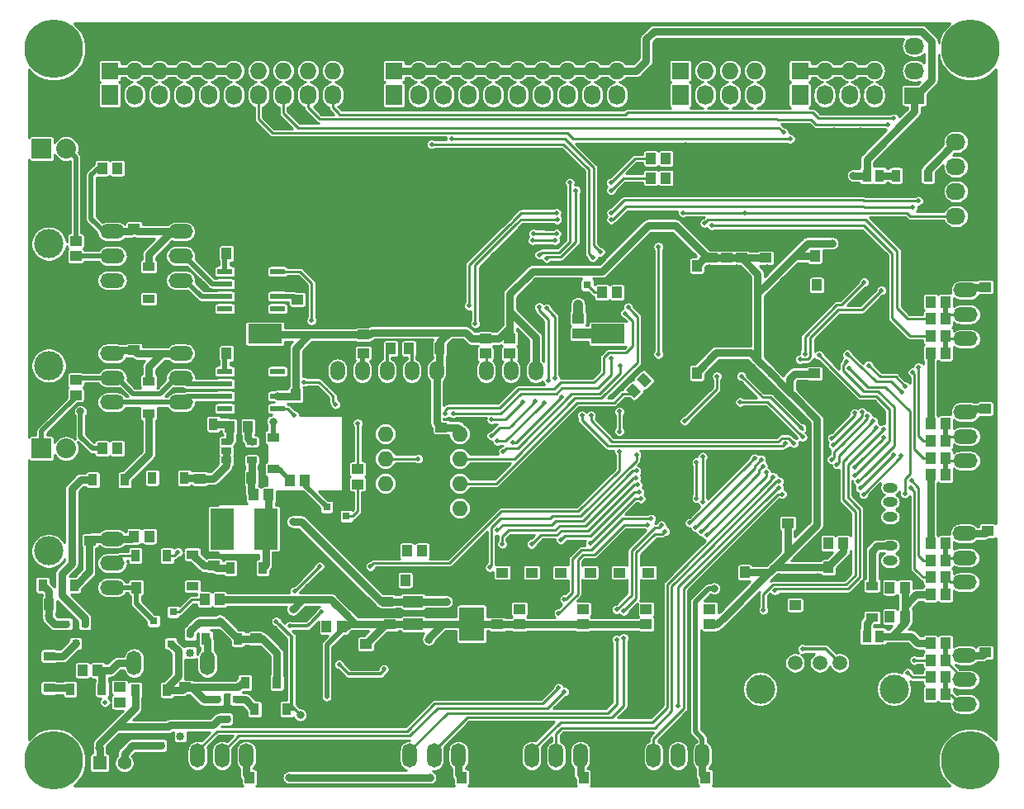
<source format=gbr>
G04 #@! TF.GenerationSoftware,KiCad,Pcbnew,(5.1.4)-1*
G04 #@! TF.CreationDate,2019-12-20T14:28:53+09:00*
G04 #@! TF.ProjectId,stm32f4_Centaurus,73746d33-3266-4345-9f43-656e74617572,rev?*
G04 #@! TF.SameCoordinates,Original*
G04 #@! TF.FileFunction,Copper,L2,Bot*
G04 #@! TF.FilePolarity,Positive*
%FSLAX46Y46*%
G04 Gerber Fmt 4.6, Leading zero omitted, Abs format (unit mm)*
G04 Created by KiCad (PCBNEW (5.1.4)-1) date 2019-12-20 14:28:53*
%MOMM*%
%LPD*%
G04 APERTURE LIST*
%ADD10R,0.800100X0.800100*%
%ADD11O,1.727200X1.727200*%
%ADD12R,1.727200X1.727200*%
%ADD13O,2.500000X1.500000*%
%ADD14C,1.501140*%
%ADD15C,2.999740*%
%ADD16O,1.500000X2.000000*%
%ADD17R,3.500000X2.000000*%
%ADD18C,3.000000*%
%ADD19R,1.550000X0.600000*%
%ADD20R,1.727200X2.032000*%
%ADD21O,1.727200X2.032000*%
%ADD22O,1.500000X2.500000*%
%ADD23R,0.910000X1.220000*%
%ADD24R,1.220000X0.910000*%
%ADD25R,1.000760X0.690880*%
%ADD26R,1.397000X1.397000*%
%ADD27C,1.397000*%
%ADD28R,2.032000X2.032000*%
%ADD29O,2.032000X2.032000*%
%ADD30R,2.400000X4.200000*%
%ADD31O,2.032000X1.727200*%
%ADD32R,2.032000X1.727200*%
%ADD33O,1.524000X1.000000*%
%ADD34R,2.000000X1.200000*%
%ADD35R,2.500000X3.500000*%
%ADD36R,1.200000X1.000000*%
%ADD37R,1.000000X1.200000*%
%ADD38R,0.965200X1.270000*%
%ADD39C,1.000000*%
%ADD40C,0.100000*%
%ADD41O,1.600000X1.600000*%
%ADD42C,6.000000*%
%ADD43C,0.500000*%
%ADD44C,0.800000*%
%ADD45C,0.800000*%
%ADD46C,0.250000*%
%ADD47C,0.500000*%
%ADD48C,0.350000*%
%ADD49C,1.000000*%
%ADD50C,0.254000*%
G04 APERTURE END LIST*
D10*
X86000760Y-109950000D03*
X86000760Y-108050000D03*
X84001780Y-109000000D03*
D11*
X140120000Y-61710000D03*
X140120000Y-64250000D03*
X137580000Y-61710000D03*
X137580000Y-64250000D03*
X135040000Y-61710000D03*
X135040000Y-64250000D03*
X132500000Y-61710000D03*
D12*
X132500000Y-64250000D03*
D13*
X149420000Y-109210000D03*
X149420000Y-111710000D03*
X149420000Y-114210000D03*
X149420000Y-116710000D03*
D14*
X139112860Y-124995760D03*
X136572860Y-124995760D03*
X134540860Y-124995760D03*
X132000860Y-124995760D03*
D15*
X142160860Y-127662760D03*
X128444860Y-127662760D03*
D16*
X85090000Y-95035000D03*
X87630000Y-95035000D03*
X90170000Y-95035000D03*
X92710000Y-95035000D03*
X95250000Y-95035000D03*
X97790000Y-95035000D03*
X100330000Y-95035000D03*
X102870000Y-95035000D03*
X105410000Y-95035000D03*
D17*
X77650000Y-91235000D03*
X112850000Y-91235000D03*
D13*
X62000000Y-109750000D03*
X62000000Y-112250000D03*
X62000000Y-114750000D03*
X62000000Y-117250000D03*
D18*
X55500000Y-113500000D03*
D19*
X73550000Y-84845000D03*
X73550000Y-86115000D03*
X73550000Y-87385000D03*
X73550000Y-88655000D03*
X78950000Y-88655000D03*
X78950000Y-87385000D03*
X78950000Y-86115000D03*
X78950000Y-84845000D03*
D20*
X90890000Y-66750000D03*
D21*
X93430000Y-66750000D03*
X95970000Y-66750000D03*
X98510000Y-66750000D03*
X101050000Y-66750000D03*
X103590000Y-66750000D03*
X106130000Y-66750000D03*
X108670000Y-66750000D03*
X111210000Y-66750000D03*
X113750000Y-66750000D03*
D22*
X78250000Y-134500000D03*
X75750000Y-134500000D03*
X73250000Y-134500000D03*
X70750000Y-134500000D03*
D23*
X78885000Y-127000000D03*
X75615000Y-127000000D03*
D24*
X78500000Y-105135000D03*
X78500000Y-101865000D03*
D25*
X76300480Y-102300040D03*
X76300480Y-103250000D03*
X76300480Y-104199960D03*
X73699520Y-104199960D03*
X73699520Y-103250000D03*
X73699520Y-102300040D03*
D23*
X66115000Y-106000000D03*
X69385000Y-106000000D03*
D26*
X60710000Y-135250000D03*
D27*
X63250000Y-135250000D03*
X65790000Y-135250000D03*
D23*
X58135000Y-117000000D03*
X54865000Y-117000000D03*
D24*
X65750000Y-87635000D03*
X65750000Y-84365000D03*
X65750000Y-96115000D03*
X65750000Y-99385000D03*
D23*
X145635000Y-75000000D03*
X142365000Y-75000000D03*
D24*
X55540000Y-127555000D03*
X55540000Y-124285000D03*
D23*
X60015000Y-106220000D03*
X63285000Y-106220000D03*
X60955000Y-127680000D03*
X57685000Y-127680000D03*
D24*
X70250000Y-117135000D03*
X70250000Y-113865000D03*
D23*
X74885000Y-122500000D03*
X71615000Y-122500000D03*
D22*
X66750000Y-125000000D03*
X64250000Y-125000000D03*
X71750000Y-125000000D03*
X74250000Y-125000000D03*
D23*
X67635000Y-127750000D03*
X64365000Y-127750000D03*
D24*
X139920000Y-117075000D03*
X139920000Y-120345000D03*
D28*
X54750000Y-72250000D03*
D29*
X57290000Y-72250000D03*
X57290000Y-103000000D03*
D28*
X54750000Y-103000000D03*
D30*
X77750000Y-111250000D03*
X73250000Y-111250000D03*
D31*
X148500000Y-79160000D03*
X148500000Y-76620000D03*
X148500000Y-74080000D03*
X148500000Y-71540000D03*
D32*
X148500000Y-69000000D03*
D21*
X84610000Y-66750000D03*
X82070000Y-66750000D03*
X79530000Y-66750000D03*
X76990000Y-66750000D03*
X74450000Y-66750000D03*
X71910000Y-66750000D03*
X69370000Y-66750000D03*
X66830000Y-66750000D03*
X64290000Y-66750000D03*
D20*
X61750000Y-66750000D03*
D11*
X113750000Y-61710000D03*
X113750000Y-64250000D03*
X111210000Y-61710000D03*
X111210000Y-64250000D03*
X108670000Y-61710000D03*
X108670000Y-64250000D03*
X106130000Y-61710000D03*
X106130000Y-64250000D03*
X103590000Y-61710000D03*
X103590000Y-64250000D03*
X101050000Y-61710000D03*
X101050000Y-64250000D03*
X98510000Y-61710000D03*
X98510000Y-64250000D03*
X95970000Y-61710000D03*
X95970000Y-64250000D03*
X93430000Y-61710000D03*
X93430000Y-64250000D03*
X90890000Y-61710000D03*
D12*
X90890000Y-64250000D03*
X61750000Y-64250000D03*
D11*
X61750000Y-61710000D03*
X64290000Y-64250000D03*
X64290000Y-61710000D03*
X66830000Y-64250000D03*
X66830000Y-61710000D03*
X69370000Y-64250000D03*
X69370000Y-61710000D03*
X71910000Y-64250000D03*
X71910000Y-61710000D03*
X74450000Y-64250000D03*
X74450000Y-61710000D03*
X76990000Y-64250000D03*
X76990000Y-61710000D03*
X79530000Y-64250000D03*
X79530000Y-61710000D03*
X82070000Y-64250000D03*
X82070000Y-61710000D03*
X84610000Y-64250000D03*
X84610000Y-61710000D03*
D13*
X149420000Y-129210000D03*
X149420000Y-126710000D03*
X149420000Y-124210000D03*
X149420000Y-121710000D03*
X149500000Y-96750000D03*
X149500000Y-99250000D03*
X149500000Y-101750000D03*
X149500000Y-104250000D03*
X149500000Y-91750000D03*
X149500000Y-89250000D03*
X149500000Y-86750000D03*
X149500000Y-84250000D03*
D22*
X117500000Y-134500000D03*
X120000000Y-134500000D03*
X122500000Y-134500000D03*
X125000000Y-134500000D03*
X112500000Y-134500000D03*
X110000000Y-134500000D03*
X107500000Y-134500000D03*
X105000000Y-134500000D03*
D13*
X69000000Y-78250000D03*
X69000000Y-80750000D03*
X69000000Y-83250000D03*
X69000000Y-85750000D03*
X69000000Y-98250000D03*
X69000000Y-95750000D03*
X69000000Y-93250000D03*
X69000000Y-90750000D03*
D18*
X55500000Y-82000000D03*
D13*
X62000000Y-85750000D03*
X62000000Y-83250000D03*
X62000000Y-80750000D03*
X62000000Y-78250000D03*
X62000000Y-90750000D03*
X62000000Y-93250000D03*
X62000000Y-95750000D03*
X62000000Y-98250000D03*
D18*
X55500000Y-94500000D03*
D22*
X92500000Y-134500000D03*
X95000000Y-134500000D03*
X97500000Y-134500000D03*
X100000000Y-134500000D03*
D20*
X120250000Y-66750000D03*
D21*
X122790000Y-66750000D03*
X125330000Y-66750000D03*
X127870000Y-66750000D03*
X140120000Y-66750000D03*
X137580000Y-66750000D03*
X135040000Y-66750000D03*
D20*
X132500000Y-66750000D03*
D12*
X120250000Y-64250000D03*
D11*
X120250000Y-61710000D03*
X122790000Y-64250000D03*
X122790000Y-61710000D03*
X125330000Y-64250000D03*
X125330000Y-61710000D03*
X127870000Y-64250000D03*
X127870000Y-61710000D03*
D33*
X141750000Y-114500000D03*
X141750000Y-113000000D03*
X141750000Y-111500000D03*
X141750000Y-110000000D03*
X141750000Y-108500000D03*
X141750000Y-107000000D03*
D34*
X92850000Y-121000000D03*
X92850000Y-123300000D03*
X92850000Y-118700000D03*
D35*
X98850000Y-121000000D03*
D19*
X78950000Y-95095000D03*
X78950000Y-96365000D03*
X78950000Y-97635000D03*
X78950000Y-98905000D03*
X73550000Y-98905000D03*
X73550000Y-97635000D03*
X73550000Y-96365000D03*
X73550000Y-95095000D03*
D23*
X79885000Y-129750000D03*
X76615000Y-129750000D03*
D36*
X132000000Y-120930000D03*
X132000000Y-119050000D03*
X131250000Y-108760000D03*
X131250000Y-110640000D03*
D37*
X126870000Y-115710000D03*
X124990000Y-115710000D03*
X137330000Y-115200000D03*
X135450000Y-115200000D03*
D36*
X72420000Y-115010000D03*
X72420000Y-116890000D03*
X90250000Y-118700000D03*
X90250000Y-116820000D03*
X101500000Y-122930000D03*
X101500000Y-121050000D03*
X151750000Y-109550000D03*
X151750000Y-111430000D03*
X151500000Y-97050000D03*
X151500000Y-98930000D03*
X88000000Y-124930000D03*
X88000000Y-123050000D03*
D37*
X93930000Y-116500000D03*
X92050000Y-116500000D03*
D36*
X151500000Y-86430000D03*
X151500000Y-84550000D03*
X151500000Y-122050000D03*
X151500000Y-123930000D03*
D37*
X122820000Y-136750000D03*
X124700000Y-136750000D03*
X110320000Y-136750000D03*
X112200000Y-136750000D03*
X75930000Y-100750000D03*
X74050000Y-100750000D03*
D36*
X71000000Y-107980000D03*
X71000000Y-106100000D03*
X80995000Y-87725000D03*
X80995000Y-89605000D03*
D37*
X80820000Y-97500000D03*
X82700000Y-97500000D03*
D36*
X64250000Y-78550000D03*
X64250000Y-80430000D03*
X64250000Y-92930000D03*
X64250000Y-91050000D03*
D37*
X99700000Y-136750000D03*
X97820000Y-136750000D03*
X77950000Y-136750000D03*
X76070000Y-136750000D03*
X97450000Y-92750000D03*
X95570000Y-92750000D03*
D36*
X87750000Y-93200000D03*
X87750000Y-91320000D03*
D37*
X92430000Y-92750000D03*
X90550000Y-92750000D03*
D36*
X125000000Y-83450000D03*
X125000000Y-81570000D03*
X123500000Y-83450000D03*
X123500000Y-81570000D03*
X129000000Y-81570000D03*
X129000000Y-83450000D03*
X126500000Y-83450000D03*
X126500000Y-81570000D03*
D37*
X120070000Y-84250000D03*
X121950000Y-84250000D03*
X121950000Y-95250000D03*
X120070000Y-95250000D03*
D36*
X134000000Y-97180000D03*
X134000000Y-95300000D03*
D37*
X134050000Y-83250000D03*
X135930000Y-83250000D03*
D36*
X95750000Y-100820000D03*
X95750000Y-102700000D03*
X59750000Y-112430000D03*
X59750000Y-110550000D03*
D38*
X139365000Y-75000000D03*
X140635000Y-75000000D03*
X139365000Y-122250000D03*
X140635000Y-122250000D03*
D10*
X58250000Y-122998220D03*
X59200000Y-120999240D03*
X57300000Y-120999240D03*
X70000760Y-122050000D03*
X70000760Y-123950000D03*
X68001780Y-123000000D03*
X73750000Y-130748220D03*
X74700000Y-128749240D03*
X72800000Y-128749240D03*
X66999240Y-133450000D03*
X66999240Y-131550000D03*
X68998220Y-132500000D03*
X66249240Y-120700000D03*
X66249240Y-118800000D03*
X68248220Y-119750000D03*
D37*
X135390000Y-112710000D03*
X136950000Y-112710000D03*
X143280000Y-120250000D03*
X141720000Y-120250000D03*
X143280000Y-117250000D03*
X141720000Y-117250000D03*
X147450000Y-124710000D03*
X145890000Y-124710000D03*
X147450000Y-126460000D03*
X145890000Y-126460000D03*
X145890000Y-102210000D03*
X147450000Y-102210000D03*
X147450000Y-103960000D03*
X145890000Y-103960000D03*
X145890000Y-128210000D03*
X147450000Y-128210000D03*
X147450000Y-105710000D03*
X145890000Y-105710000D03*
X145890000Y-122960000D03*
X147450000Y-122960000D03*
X145890000Y-100460000D03*
X147450000Y-100460000D03*
X83970000Y-121250000D03*
X85530000Y-121250000D03*
X147450000Y-89710000D03*
X145890000Y-89710000D03*
X147450000Y-91460000D03*
X145890000Y-91460000D03*
X147450000Y-114460000D03*
X145890000Y-114460000D03*
X145890000Y-116210000D03*
X147450000Y-116210000D03*
X92220000Y-113500000D03*
X93780000Y-113500000D03*
X145890000Y-93210000D03*
X147450000Y-93210000D03*
X145890000Y-117960000D03*
X147450000Y-117960000D03*
X145890000Y-87960000D03*
X147450000Y-87960000D03*
X147450000Y-112710000D03*
X145890000Y-112710000D03*
X135780000Y-86250000D03*
X134220000Y-86250000D03*
X53970000Y-119000000D03*
X55530000Y-119000000D03*
D36*
X76750000Y-122470000D03*
X76750000Y-124030000D03*
X69500000Y-129030000D03*
X69500000Y-127470000D03*
D37*
X60530000Y-125750000D03*
X58970000Y-125750000D03*
D36*
X62750000Y-129030000D03*
X62750000Y-127470000D03*
D37*
X78030000Y-107750000D03*
X76470000Y-107750000D03*
X74720000Y-106000000D03*
X76280000Y-106000000D03*
X75280000Y-83000000D03*
X73720000Y-83000000D03*
X75280000Y-93250000D03*
X73720000Y-93250000D03*
D36*
X58250000Y-81720000D03*
X58250000Y-83280000D03*
X58250000Y-97530000D03*
X58250000Y-95970000D03*
D37*
X113780000Y-87000000D03*
X112220000Y-87000000D03*
D36*
X109750000Y-89670000D03*
X109750000Y-91230000D03*
X110250000Y-121030000D03*
X110250000Y-119470000D03*
X102000000Y-117280000D03*
X102000000Y-115720000D03*
X100250000Y-91720000D03*
X100250000Y-93280000D03*
X87170000Y-105100000D03*
X87170000Y-106660000D03*
X102750000Y-93280000D03*
X102750000Y-91720000D03*
D37*
X81780000Y-106250000D03*
X80220000Y-106250000D03*
D36*
X103750000Y-121030000D03*
X103750000Y-119470000D03*
X116750000Y-119470000D03*
X116750000Y-121030000D03*
X123250000Y-119470000D03*
X123250000Y-121030000D03*
X105000000Y-115720000D03*
X105000000Y-117280000D03*
X108000000Y-115720000D03*
X108000000Y-117280000D03*
X114000000Y-115720000D03*
X114000000Y-117280000D03*
X111000000Y-117280000D03*
X111000000Y-115720000D03*
X117000000Y-115720000D03*
X117000000Y-117280000D03*
D37*
X118780000Y-73250000D03*
X117220000Y-73250000D03*
D39*
X116551543Y-95948457D03*
D40*
G36*
X116480832Y-95170640D02*
G01*
X117329360Y-96019168D01*
X116622254Y-96726274D01*
X115773726Y-95877746D01*
X116480832Y-95170640D01*
X116480832Y-95170640D01*
G37*
D39*
X115448457Y-97051543D03*
D40*
G36*
X115377746Y-96273726D02*
G01*
X116226274Y-97122254D01*
X115519168Y-97829360D01*
X114670640Y-96980832D01*
X115377746Y-96273726D01*
X115377746Y-96273726D01*
G37*
D37*
X117220000Y-75250000D03*
X118780000Y-75250000D03*
X64250000Y-112000000D03*
X65810000Y-112000000D03*
X60970000Y-74250000D03*
X62530000Y-74250000D03*
X62530000Y-103000000D03*
X60970000Y-103000000D03*
X73030000Y-118500000D03*
X71470000Y-118500000D03*
X64470000Y-117250000D03*
X66030000Y-117250000D03*
D23*
X69115000Y-100500000D03*
X72385000Y-100500000D03*
X77410001Y-115250000D03*
X74140001Y-115250000D03*
D10*
X110700000Y-86249240D03*
X108800000Y-86249240D03*
X109750000Y-88248220D03*
D41*
X97620000Y-101500000D03*
X97620000Y-104040000D03*
X97620000Y-106580000D03*
X97620000Y-109120000D03*
X90000000Y-109120000D03*
X90000000Y-106580000D03*
X90000000Y-104040000D03*
X90000000Y-101500000D03*
D23*
X67635000Y-114000000D03*
X64365000Y-114000000D03*
D36*
X90500000Y-121050000D03*
X90500000Y-122930000D03*
D31*
X144250000Y-61710000D03*
X144250000Y-64250000D03*
D32*
X144250000Y-66790000D03*
D42*
X56000000Y-62000000D03*
X56000000Y-135000000D03*
X150000000Y-135000000D03*
X150000000Y-62000000D03*
D43*
X132000000Y-119050000D03*
X142850000Y-95050000D03*
X114000000Y-118250000D03*
X126820000Y-73000000D03*
X126180000Y-73000000D03*
D44*
X76000000Y-125250000D03*
X77750000Y-125250000D03*
X89250000Y-124000000D03*
X121500000Y-117750000D03*
X135500000Y-96250000D03*
X130370000Y-116220000D03*
X134310000Y-116220000D03*
X107500000Y-102000000D03*
X110500000Y-102000000D03*
X113000000Y-103750000D03*
X106000000Y-131500000D03*
X108500000Y-132750000D03*
X98750000Y-131750000D03*
X115000000Y-130250000D03*
X117000000Y-130250000D03*
X112500000Y-129250000D03*
X108500000Y-129250000D03*
X91750000Y-131000000D03*
X90750000Y-133250000D03*
X81250000Y-133500000D03*
X65500000Y-130250000D03*
X75250000Y-131000000D03*
X61500000Y-130500000D03*
X62750000Y-133000000D03*
X68250000Y-134250000D03*
X60250000Y-137250000D03*
X63500000Y-137250000D03*
X67000000Y-137250000D03*
X70500000Y-137250000D03*
X74000000Y-137250000D03*
X133250000Y-131250000D03*
X146250000Y-137000000D03*
X143250000Y-137000000D03*
X139750000Y-137000000D03*
X136000000Y-137000000D03*
X131750000Y-137000000D03*
X129000000Y-135500000D03*
X136000000Y-132000000D03*
X139750000Y-132000000D03*
X143250000Y-132000000D03*
X146500000Y-132000000D03*
X152000000Y-131500000D03*
X146500000Y-129750000D03*
X139750000Y-129500000D03*
X136000000Y-129500000D03*
X133250000Y-126500000D03*
X130500000Y-125500000D03*
X130750000Y-133000000D03*
X117750000Y-125000000D03*
X123000000Y-125000000D03*
X115500000Y-125000000D03*
X112500000Y-125000000D03*
X109250000Y-125000000D03*
X106750000Y-125000000D03*
X112500000Y-115750000D03*
X88250000Y-131000000D03*
X71750000Y-130000000D03*
X89000000Y-99750000D03*
X87000000Y-99250000D03*
X83500000Y-90000000D03*
X86750000Y-90000000D03*
X81000000Y-86250000D03*
X83500000Y-86250000D03*
X92400000Y-65500000D03*
X94700000Y-65500000D03*
X97200000Y-65500000D03*
X99700000Y-65500000D03*
X102300000Y-65500000D03*
X104900000Y-65500000D03*
X107400000Y-65500000D03*
X109950000Y-65500000D03*
X112500000Y-65500000D03*
X115150000Y-65500000D03*
X115150000Y-67600000D03*
X112500000Y-67900000D03*
X109950000Y-67900000D03*
X107400000Y-67900000D03*
X104900000Y-67900000D03*
X102300000Y-67900000D03*
X99800000Y-67900000D03*
X97200000Y-67900000D03*
X94700000Y-67900000D03*
X92400000Y-68000000D03*
X89100000Y-67900000D03*
X89100000Y-65500000D03*
X87750000Y-64250000D03*
X120250000Y-112000000D03*
X120250000Y-114000000D03*
X118500000Y-115750000D03*
X112500000Y-118250000D03*
X100250000Y-117000000D03*
X103500000Y-117000000D03*
X106500000Y-117750000D03*
X106500000Y-116000000D03*
X109250000Y-113000000D03*
X109500000Y-108500000D03*
X103500000Y-105500000D03*
X106500000Y-113000000D03*
X103500000Y-113000000D03*
X99000000Y-114250000D03*
X97750000Y-116250000D03*
X59500000Y-133250000D03*
X58250000Y-131500000D03*
X56000000Y-131000000D03*
X54000000Y-131500000D03*
X54000000Y-128500000D03*
X54000000Y-125500000D03*
X54000000Y-122500000D03*
X54000000Y-115250000D03*
X54000000Y-111500000D03*
X54000000Y-108000000D03*
X54000000Y-104750000D03*
X54000000Y-100500000D03*
X54000000Y-96750000D03*
X54000000Y-92250000D03*
X54000000Y-88750000D03*
X54000000Y-84750000D03*
X54000000Y-79750000D03*
X54000000Y-75250000D03*
X54000000Y-69500000D03*
X54000000Y-65500000D03*
X56500000Y-66000000D03*
X58750000Y-65500000D03*
X59750000Y-63500000D03*
X59500000Y-60250000D03*
X146500000Y-59750000D03*
X150250000Y-65750000D03*
X152000000Y-65500000D03*
X152000000Y-67750000D03*
X150250000Y-70500000D03*
X150250000Y-73000000D03*
X150250000Y-75250000D03*
X150250000Y-78000000D03*
X150250000Y-80500000D03*
X150000000Y-93500000D03*
X150250000Y-106000000D03*
X150250000Y-118750000D03*
X105750000Y-73250000D03*
X101000000Y-73250000D03*
X107750000Y-77750000D03*
X115000000Y-76500000D03*
X113250000Y-73250000D03*
X114750000Y-80750000D03*
X106000000Y-78000000D03*
X105000000Y-75000000D03*
X102750000Y-79000000D03*
X84750000Y-79000000D03*
X75750000Y-69250000D03*
X86000000Y-65500000D03*
X90500000Y-71500000D03*
X95000000Y-73250000D03*
X82000000Y-69250000D03*
X78500000Y-69250000D03*
X73250000Y-69250000D03*
X70750000Y-69250000D03*
X68250000Y-69250000D03*
X65500000Y-69250000D03*
X63000000Y-69250000D03*
X60250000Y-68500000D03*
X73750000Y-73750000D03*
X98250000Y-90000000D03*
X83000000Y-83000000D03*
X82000000Y-76250000D03*
X80250000Y-80250000D03*
X77000000Y-77000000D03*
X78000000Y-72250000D03*
X80750000Y-71500000D03*
X85500000Y-71500000D03*
X94750000Y-75250000D03*
X88500000Y-79000000D03*
X88500000Y-83000000D03*
X92750000Y-79000000D03*
X96500000Y-79000000D03*
X99750000Y-79000000D03*
X103500000Y-84750000D03*
X105000000Y-86500000D03*
X104250000Y-89000000D03*
X107500000Y-86000000D03*
X107500000Y-88500000D03*
X113750000Y-88750000D03*
X112250000Y-81500000D03*
X107500000Y-75000000D03*
X120750000Y-72000000D03*
X121500000Y-74750000D03*
X123000000Y-72750000D03*
X118500000Y-67750000D03*
X118500000Y-65500000D03*
X129250000Y-65500000D03*
X129250000Y-67750000D03*
X131000000Y-67750000D03*
X131000000Y-65500000D03*
X142250000Y-65500000D03*
X142250000Y-67750000D03*
X146250000Y-67750000D03*
X147000000Y-65750000D03*
X143000000Y-71750000D03*
X146750000Y-71750000D03*
X147000000Y-75250000D03*
X146750000Y-78000000D03*
X146750000Y-80500000D03*
X135000000Y-76750000D03*
X138250000Y-73750000D03*
X135000000Y-72750000D03*
X138750000Y-70500000D03*
X136000000Y-70500000D03*
X136250000Y-68000000D03*
X139000000Y-68000000D03*
X136250000Y-65500000D03*
X138750000Y-65500000D03*
X134000000Y-65500000D03*
X90500000Y-90000000D03*
X94250000Y-90000000D03*
X83750000Y-111250000D03*
X87750000Y-111250000D03*
X92750000Y-111250000D03*
X97000000Y-111250000D03*
X99000000Y-107500000D03*
X100000000Y-105750000D03*
X100000000Y-103250000D03*
X100000000Y-101000000D03*
X94500000Y-101250000D03*
X88250000Y-104000000D03*
X91750000Y-106250000D03*
X82250000Y-99250000D03*
X81750000Y-113250000D03*
X82750000Y-117500000D03*
X71250000Y-111250000D03*
X63250000Y-104500000D03*
X60750000Y-113500000D03*
X60750000Y-116000000D03*
X60250000Y-97000000D03*
X60250000Y-94750000D03*
X67500000Y-94500000D03*
X70500000Y-94500000D03*
X67500000Y-99750000D03*
X70500000Y-99750000D03*
X63750000Y-99750000D03*
X63500000Y-94500000D03*
X63500000Y-84500000D03*
X63500000Y-87000000D03*
X60250000Y-87000000D03*
X67250000Y-87000000D03*
X67250000Y-84500000D03*
X72000000Y-84500000D03*
X63500000Y-82000000D03*
X60250000Y-82000000D03*
X60250000Y-92000000D03*
X67500000Y-92000000D03*
X70500000Y-92000000D03*
X62750000Y-72750000D03*
X56250000Y-73750000D03*
X56250000Y-70500000D03*
X59250000Y-73750000D03*
X56250000Y-104750000D03*
X56250000Y-101250000D03*
X58750000Y-104750000D03*
X80250000Y-83250000D03*
X77000000Y-83250000D03*
X70500000Y-73750000D03*
X67250000Y-73750000D03*
X98250000Y-75250000D03*
X101750000Y-75250000D03*
X132500000Y-84500000D03*
X129250000Y-87500000D03*
X129250000Y-93000000D03*
X130750000Y-95000000D03*
X127000000Y-92000000D03*
X122000000Y-93500000D03*
X119250000Y-81250000D03*
X120250000Y-82250000D03*
X126000000Y-84550000D03*
X127000000Y-85500000D03*
X129150000Y-84550000D03*
X124250000Y-92000000D03*
X129250000Y-90000000D03*
X127000000Y-89750000D03*
X127000000Y-87750000D03*
X103500000Y-81250000D03*
X100500000Y-81000000D03*
X95500000Y-81000000D03*
X98000000Y-83500000D03*
X100500000Y-84750000D03*
X92750000Y-83000000D03*
X97750000Y-87750000D03*
X89000000Y-59750000D03*
X87250000Y-61750000D03*
X97500000Y-128250000D03*
X105750000Y-128250000D03*
X72000000Y-104750000D03*
X146750000Y-82750000D03*
X150250000Y-82750000D03*
X146750000Y-85000000D03*
X147250000Y-98500000D03*
X147250000Y-96750000D03*
X147250000Y-95000000D03*
X150000000Y-95000000D03*
X150250000Y-107750000D03*
X147250000Y-107750000D03*
X147250000Y-109500000D03*
X147250000Y-111250000D03*
X150250000Y-120250000D03*
X147250000Y-121500000D03*
X147250000Y-120250000D03*
X122000000Y-90750000D03*
X122000000Y-87500000D03*
X134000000Y-87500000D03*
X92750000Y-108500000D03*
X95500000Y-108500000D03*
X95500000Y-105250000D03*
X93000000Y-103000000D03*
X107500000Y-105500000D03*
X110500000Y-105500000D03*
X117500000Y-100500000D03*
X115250000Y-101500000D03*
X73750000Y-77000000D03*
X73750000Y-80250000D03*
X77000000Y-80250000D03*
X85500000Y-75000000D03*
X90500000Y-75250000D03*
X70500000Y-76250000D03*
X67250000Y-76250000D03*
X57250000Y-84750000D03*
X57250000Y-88750000D03*
X57250000Y-92250000D03*
X68250000Y-88000000D03*
X70000000Y-88000000D03*
X70000000Y-89250000D03*
X68250000Y-89250000D03*
X60500000Y-101250000D03*
X63750000Y-101250000D03*
X66750000Y-104500000D03*
X66750000Y-108500000D03*
X67500000Y-111250000D03*
X63750000Y-108500000D03*
X56500000Y-108000000D03*
X56500000Y-111250000D03*
X60750000Y-122500000D03*
X60750000Y-119250000D03*
X63500000Y-119250000D03*
X63500000Y-122500000D03*
X66500000Y-122500000D03*
X75750000Y-121000000D03*
X81250000Y-124750000D03*
X81250000Y-126750000D03*
X83000000Y-126750000D03*
X83000000Y-124750000D03*
X85000000Y-126750000D03*
X78500000Y-129000000D03*
X90750000Y-135500000D03*
X101750000Y-135500000D03*
X101750000Y-133500000D03*
X103250000Y-133500000D03*
X103250000Y-135500000D03*
X114000000Y-135500000D03*
X114000000Y-133500000D03*
X115750000Y-133500000D03*
X115750000Y-135500000D03*
X127000000Y-133000000D03*
X127000000Y-135500000D03*
X127000000Y-130250000D03*
X127000000Y-125500000D03*
X127000000Y-122500000D03*
X130500000Y-122500000D03*
X127000000Y-112250000D03*
X130000000Y-110750000D03*
X132750000Y-114000000D03*
X136500000Y-109000000D03*
X135500000Y-118250000D03*
X136500000Y-121750000D03*
X138250000Y-120000000D03*
X129750000Y-119250000D03*
X143250000Y-134500000D03*
X139750000Y-134500000D03*
X136000000Y-134500000D03*
X133500000Y-134500000D03*
X136000000Y-126500000D03*
X139750000Y-126500000D03*
X143000000Y-123500000D03*
X141000000Y-123500000D03*
X144500000Y-129750000D03*
X144500000Y-127250000D03*
X148750000Y-106000000D03*
X148750000Y-93500000D03*
X144000000Y-85000000D03*
X144000000Y-88750000D03*
X143500000Y-75250000D03*
X144500000Y-69750000D03*
X118500000Y-62750000D03*
X115250000Y-62750000D03*
X86000000Y-67900000D03*
X98250000Y-73250000D03*
X108500000Y-73250000D03*
X112250000Y-77750000D03*
X79500000Y-93500000D03*
X77000000Y-93500000D03*
X74750000Y-90250000D03*
X72250000Y-90250000D03*
X72250000Y-92000000D03*
X74750000Y-92000000D03*
X72000000Y-102000000D03*
X67500000Y-102000000D03*
X71250000Y-109000000D03*
X68500000Y-115500000D03*
X68500000Y-117500000D03*
X74250000Y-117000000D03*
X81750000Y-115500000D03*
X88000000Y-113250000D03*
X90250000Y-113250000D03*
X101500000Y-128250000D03*
X101500000Y-125000000D03*
X97500000Y-125000000D03*
X123000000Y-130250000D03*
X130750000Y-130250000D03*
X77000000Y-95750000D03*
X77000000Y-98250000D03*
X75250000Y-98250000D03*
X75250000Y-95750000D03*
X83500000Y-92500000D03*
X83500000Y-95000000D03*
X86250000Y-92500000D03*
X89250000Y-92500000D03*
X94000000Y-92500000D03*
X98750000Y-93000000D03*
X94250000Y-86750000D03*
X90500000Y-86750000D03*
X86750000Y-86750000D03*
X124500000Y-87500000D03*
X123250000Y-84500000D03*
X133250000Y-90000000D03*
X131500000Y-87500000D03*
X131500000Y-90000000D03*
X131500000Y-93000000D03*
X124500000Y-89750000D03*
X124500000Y-94250000D03*
X127000000Y-94250000D03*
X137500000Y-98000000D03*
X136500000Y-100000000D03*
X86250000Y-101500000D03*
X88250000Y-101500000D03*
X88250000Y-108000000D03*
X81250000Y-108000000D03*
X74500000Y-108000000D03*
X148750000Y-95000000D03*
X148750000Y-107750000D03*
X148750000Y-120250000D03*
X148750000Y-118750000D03*
X94590000Y-136750000D03*
X151500000Y-123930000D03*
X122820000Y-136750000D03*
X110320000Y-136750000D03*
X97820000Y-136750000D03*
X80140000Y-136750000D03*
X76070000Y-136750000D03*
X151750000Y-111430000D03*
X151500000Y-98930000D03*
X151500000Y-86430000D03*
X123720000Y-117360000D03*
X96290000Y-118700000D03*
X80530000Y-110500000D03*
X68998220Y-132500000D03*
D43*
X126890000Y-78830000D03*
X120510000Y-78830000D03*
X118000000Y-82300000D03*
X118000000Y-93335000D03*
X103050000Y-102370000D03*
X108040914Y-97685913D03*
X92040000Y-116600000D03*
D44*
X73250000Y-111250000D03*
X74050000Y-100750000D03*
X58250000Y-122998220D03*
X66115000Y-106000000D03*
X81280000Y-130330000D03*
D43*
X78820000Y-120740000D03*
X117250000Y-110210000D03*
X108360000Y-118460000D03*
X108350000Y-127940000D03*
X116860000Y-110840000D03*
X107770000Y-119890000D03*
X107770000Y-127540000D03*
X132770000Y-123550000D03*
X135390000Y-112710000D03*
X100720000Y-115200000D03*
X115743413Y-103623413D03*
X120700000Y-100170000D03*
X124000000Y-95580000D03*
X115738449Y-105298378D03*
X101460000Y-111370000D03*
X142096587Y-103633413D03*
X120000000Y-129400000D03*
X137358414Y-93325000D03*
X142915000Y-97203782D03*
X130340490Y-107073498D03*
X138680000Y-107060000D03*
X142850000Y-103720000D03*
X143270000Y-96587650D03*
X139550000Y-94470000D03*
X130690000Y-107680000D03*
X139020000Y-107680000D03*
X134220000Y-86250000D03*
D44*
X78500000Y-105135000D03*
D43*
X92040000Y-113600000D03*
X133010000Y-93290000D03*
X139090000Y-85950000D03*
X132504999Y-93865001D03*
X140870000Y-86770000D03*
X144240000Y-124710000D03*
X143270000Y-107620000D03*
X143570000Y-126000000D03*
X137545000Y-94750000D03*
X144670000Y-94640000D03*
X144070000Y-95180000D03*
D44*
X83970000Y-121250000D03*
D43*
X143930000Y-106280000D03*
X126500000Y-95570000D03*
X132661587Y-100898413D03*
X143880000Y-107070000D03*
X132770000Y-101820000D03*
X126380000Y-98235000D03*
X122730000Y-79890000D03*
X123490000Y-80140000D03*
X89860000Y-125620000D03*
X85270000Y-125150000D03*
X83470000Y-119770000D03*
X80190000Y-121200000D03*
X100250000Y-93280000D03*
X99210000Y-90170000D03*
X144085000Y-78250000D03*
X113150000Y-79530003D03*
X107610000Y-79530000D03*
X142140000Y-69140000D03*
X102750000Y-93280000D03*
X98580000Y-88370000D03*
X144660000Y-77590000D03*
X113160000Y-78830000D03*
X107550000Y-78830000D03*
X107560000Y-80950000D03*
X105181587Y-80928413D03*
X96790000Y-71215000D03*
X112035023Y-82835000D03*
X94750000Y-71790000D03*
X111270000Y-83410000D03*
X107410000Y-81660000D03*
X105100000Y-81660000D03*
X87180000Y-100410000D03*
X141550000Y-69750000D03*
X78950000Y-88655000D03*
X131020000Y-102500000D03*
X110170000Y-99599037D03*
X82440000Y-89890000D03*
X131886587Y-102446587D03*
X111090000Y-99599037D03*
X81690000Y-96180000D03*
X78950000Y-95095000D03*
X84900000Y-98475000D03*
X80640000Y-99570000D03*
X105000000Y-112800000D03*
X115870000Y-106720000D03*
X131500000Y-71240000D03*
X130840000Y-70580000D03*
X121800000Y-111070000D03*
X139430000Y-99670000D03*
X128534724Y-104120488D03*
X135760000Y-104120000D03*
X110250000Y-119470000D03*
X101990000Y-112790000D03*
X115730000Y-106000000D03*
X108000000Y-112360000D03*
X116040000Y-107450000D03*
X111000000Y-112730000D03*
X116190000Y-108140000D03*
X122380000Y-111510000D03*
X140014999Y-100190000D03*
X128707053Y-104798947D03*
X136300000Y-104640000D03*
X116750000Y-119470000D03*
X122980000Y-111890000D03*
X141095000Y-101910000D03*
X141095000Y-101910000D03*
X129030000Y-105420000D03*
X138131177Y-104935650D03*
X123250000Y-119470000D03*
X118780000Y-73250000D03*
X118780000Y-75250000D03*
X113780000Y-87000000D03*
X114900000Y-88520000D03*
X114591551Y-89148380D03*
X96145913Y-99405913D03*
X96960000Y-99405000D03*
X113140000Y-93780000D03*
X114108413Y-94498413D03*
X102074999Y-103300000D03*
X93780000Y-113500000D03*
X68740000Y-113620000D03*
X101500000Y-102240001D03*
X106290000Y-98290000D03*
X116550000Y-95810000D03*
X71470000Y-118500000D03*
X80700000Y-117650000D03*
X83260000Y-115090000D03*
X114000000Y-103324999D03*
X114000000Y-99195000D03*
X88460000Y-115090000D03*
X114000000Y-101245020D03*
X122540000Y-108460000D03*
X118690000Y-111490000D03*
X114440000Y-119670000D03*
X114440000Y-122420000D03*
X122542277Y-103840000D03*
X121910000Y-108110000D03*
X121907996Y-104415000D03*
X118310000Y-110870000D03*
X113710000Y-119520000D03*
X113710000Y-122590000D03*
X140340000Y-100900000D03*
X128761587Y-119561587D03*
X141070000Y-101000000D03*
X129936587Y-117566587D03*
X113128413Y-75718413D03*
X108911587Y-75718413D03*
X105780000Y-83130000D03*
X105770000Y-88480000D03*
X106703413Y-96003413D03*
X100900000Y-100040000D03*
X93370000Y-104040000D03*
X104090000Y-98260000D03*
X113140000Y-76520000D03*
X109550000Y-76520000D03*
X106540000Y-83490000D03*
X106540000Y-88620000D03*
X100880000Y-101690000D03*
X105360000Y-98160000D03*
X107400000Y-95780000D03*
X101988703Y-115630000D03*
X105000000Y-115630000D03*
X108000000Y-115630000D03*
X114000000Y-115630000D03*
X111000000Y-115630000D03*
X117000000Y-115630000D03*
X138120000Y-99370000D03*
X135788413Y-101928413D03*
X121220000Y-110630000D03*
X135900000Y-102630000D03*
X138855000Y-99255741D03*
X127843981Y-103997843D03*
X103750000Y-119470000D03*
D44*
X74140001Y-115250000D03*
X58740000Y-99190000D03*
X65750000Y-87635000D03*
X65750000Y-99385000D03*
X65810000Y-112000000D03*
X62530000Y-74250000D03*
X62620000Y-103000000D03*
D43*
X137307569Y-94063350D03*
X130360000Y-106370000D03*
X138490000Y-106370000D03*
X134470000Y-93430000D03*
X129764719Y-105910210D03*
X138100000Y-105770000D03*
D44*
X55540000Y-127555000D03*
X55500000Y-120180000D03*
X70250000Y-117135000D03*
X70000760Y-123950000D03*
X62750000Y-127470000D03*
D43*
X59000000Y-125750000D03*
D44*
X62750000Y-129030000D03*
D43*
X61250000Y-129030000D03*
D44*
X60700000Y-133741500D03*
D43*
X141630000Y-120250000D03*
X141630000Y-117250000D03*
D44*
X145890000Y-112710000D03*
X145890000Y-117960000D03*
X145890000Y-105710000D03*
X145890000Y-100460000D03*
X145890000Y-93210000D03*
X145890000Y-87960000D03*
X145890000Y-122960000D03*
X145890000Y-128210000D03*
X135490000Y-115210000D03*
X140635000Y-122250000D03*
D43*
X132000000Y-83250000D03*
X134070000Y-83250000D03*
X129000000Y-83430000D03*
X123500000Y-83430000D03*
X121930000Y-95250000D03*
X134000000Y-95320000D03*
D44*
X123250000Y-121030000D03*
X116750000Y-121030000D03*
X126850000Y-115710000D03*
D43*
X121930000Y-84250000D03*
X126500000Y-83430000D03*
X124210000Y-83430000D03*
D44*
X80995000Y-87725000D03*
X87750000Y-91320000D03*
D43*
X131250000Y-110640000D03*
D44*
X78950000Y-97635000D03*
X78500000Y-100250000D03*
X87810000Y-123050000D03*
X80530000Y-119500000D03*
D43*
X84000000Y-128450000D03*
D44*
X94440740Y-122594980D03*
X135830000Y-81950000D03*
X138000000Y-75000000D03*
D45*
X83645685Y-136750000D02*
X94590000Y-136750000D01*
X83080000Y-136750000D02*
X83645685Y-136750000D01*
D46*
X149420000Y-124210000D02*
X148490000Y-124210000D01*
X148490000Y-124210000D02*
X148275001Y-124424999D01*
D45*
X122500000Y-136430000D02*
X122820000Y-136750000D01*
X122500000Y-134500000D02*
X122500000Y-136430000D01*
X110000000Y-136430000D02*
X110320000Y-136750000D01*
X110000000Y-134500000D02*
X110000000Y-136430000D01*
X97500000Y-136430000D02*
X97820000Y-136750000D01*
X97500000Y-134500000D02*
X97500000Y-136430000D01*
X75750000Y-136430000D02*
X76070000Y-136750000D01*
X75750000Y-134500000D02*
X75750000Y-136430000D01*
X151220000Y-124210000D02*
X151500000Y-123930000D01*
X149420000Y-124210000D02*
X151220000Y-124210000D01*
X83080000Y-136750000D02*
X80140000Y-136750000D01*
X151470000Y-111710000D02*
X151750000Y-111430000D01*
X149420000Y-111710000D02*
X151470000Y-111710000D01*
X149820000Y-98930000D02*
X149500000Y-99250000D01*
X151500000Y-98930000D02*
X149820000Y-98930000D01*
X149820000Y-86430000D02*
X149500000Y-86750000D01*
X151500000Y-86430000D02*
X149820000Y-86430000D01*
D47*
X123154315Y-117360000D02*
X121765010Y-118749305D01*
X123720000Y-117360000D02*
X123154315Y-117360000D01*
X122500000Y-132750000D02*
X122500000Y-134500000D01*
X121765010Y-132015010D02*
X122500000Y-132750000D01*
X121765010Y-118749305D02*
X121765010Y-132015010D01*
D45*
X92850000Y-118700000D02*
X96290000Y-118700000D01*
X92850000Y-118700000D02*
X90250000Y-118700000D01*
X80540000Y-110510000D02*
X80530000Y-110500000D01*
X81390000Y-110510000D02*
X80540000Y-110510000D01*
X90250000Y-118700000D02*
X89580000Y-118700000D01*
X89580000Y-118700000D02*
X81390000Y-110510000D01*
X74450000Y-64250000D02*
X71910000Y-64250000D01*
X71910000Y-64250000D02*
X69370000Y-64250000D01*
X69370000Y-64250000D02*
X66830000Y-64250000D01*
X66830000Y-64250000D02*
X64290000Y-64250000D01*
X64290000Y-64250000D02*
X61750000Y-64250000D01*
D46*
X148500000Y-79160000D02*
X143790000Y-79160000D01*
X126890000Y-78830000D02*
X135560000Y-78830000D01*
X143460000Y-78830000D02*
X143670000Y-79040000D01*
X138710000Y-78830000D02*
X143460000Y-78830000D01*
X143790000Y-79160000D02*
X143670000Y-79040000D01*
X126890000Y-78830000D02*
X121230000Y-78830000D01*
X121230000Y-78830000D02*
X120510000Y-78830000D01*
X118000000Y-82670000D02*
X118000000Y-82300000D01*
X118000000Y-82670000D02*
X118000000Y-92620000D01*
X118000000Y-93230000D02*
X118000000Y-93335000D01*
X118000000Y-92620000D02*
X118000000Y-93230000D01*
X108070001Y-97715000D02*
X108040914Y-97685913D01*
X108070001Y-97749999D02*
X108070001Y-97715000D01*
X103450000Y-102370000D02*
X108070001Y-97749999D01*
X103050000Y-102370000D02*
X103450000Y-102370000D01*
X135560000Y-78830000D02*
X138710000Y-78830000D01*
D45*
X73800000Y-100500000D02*
X74050000Y-100750000D01*
X72385000Y-100500000D02*
X73800000Y-100500000D01*
X74050000Y-102150000D02*
X73950010Y-102249990D01*
X74050000Y-100750000D02*
X74050000Y-102150000D01*
X75930000Y-101929560D02*
X76300480Y-102300040D01*
X75930000Y-100750000D02*
X75930000Y-101929560D01*
X56963220Y-124285000D02*
X58250000Y-122998220D01*
X55540000Y-124285000D02*
X56963220Y-124285000D01*
D48*
X79885000Y-129750000D02*
X80700000Y-129750000D01*
X80700000Y-129750000D02*
X81280000Y-130330000D01*
X80700000Y-129750000D02*
X80400000Y-129450000D01*
X80400000Y-129450000D02*
X80400000Y-128780000D01*
X80400000Y-128780000D02*
X80400000Y-123230000D01*
X80400000Y-123230000D02*
X80400000Y-122320000D01*
X80400000Y-122320000D02*
X78820000Y-120740000D01*
D45*
X78030000Y-110970000D02*
X77750000Y-111250000D01*
X78030000Y-107750000D02*
X78030000Y-110970000D01*
X77750000Y-114910001D02*
X77410001Y-115250000D01*
X77750000Y-111250000D02*
X77750000Y-114910001D01*
D46*
X106990000Y-129300000D02*
X108350000Y-127940000D01*
X73250000Y-134500000D02*
X73250000Y-134180000D01*
X73250000Y-134180000D02*
X74960000Y-132470000D01*
X74960000Y-132470000D02*
X92530000Y-132470000D01*
X92530000Y-132470000D02*
X95370000Y-129630000D01*
X95370000Y-129630000D02*
X106660000Y-129630000D01*
X106660000Y-129630000D02*
X106990000Y-129300000D01*
X108505002Y-118460000D02*
X108360000Y-118460000D01*
X117250000Y-110210000D02*
X114360000Y-110210000D01*
X114360000Y-110210000D02*
X111150000Y-113420000D01*
X111150000Y-113420000D02*
X110070000Y-113420000D01*
X110070000Y-113420000D02*
X109190000Y-114300000D01*
X109190000Y-114300000D02*
X109190000Y-117775002D01*
X109190000Y-117775002D02*
X108505002Y-118460000D01*
X70750000Y-134500000D02*
X70750000Y-134000000D01*
X72750000Y-132000000D02*
X92220000Y-132000000D01*
X92220000Y-132000000D02*
X95060000Y-129160000D01*
X106490000Y-128820000D02*
X107770000Y-127540000D01*
X95060000Y-129160000D02*
X106150000Y-129160000D01*
X70750000Y-134000000D02*
X72750000Y-132000000D01*
X106150000Y-129160000D02*
X106490000Y-128820000D01*
X114510009Y-110840000D02*
X111480000Y-113870009D01*
X116860000Y-110840000D02*
X114510009Y-110840000D01*
X109740000Y-117920000D02*
X107770000Y-119890000D01*
X109740000Y-114390000D02*
X109740000Y-117920000D01*
X110259991Y-113870009D02*
X109740000Y-114390000D01*
X111480000Y-113870009D02*
X110259991Y-113870009D01*
D48*
X135127100Y-123550000D02*
X132770000Y-123550000D01*
X136572860Y-124995760D02*
X135127100Y-123550000D01*
D46*
X124000000Y-96870000D02*
X120700000Y-100170000D01*
X124000000Y-95580000D02*
X124000000Y-96870000D01*
X115743413Y-104236587D02*
X115743413Y-103623413D01*
X110040000Y-109940000D02*
X115743413Y-104236587D01*
X107140000Y-109940000D02*
X110040000Y-109940000D01*
X100720000Y-115150000D02*
X100884999Y-114985001D01*
X100720000Y-115200000D02*
X100720000Y-115150000D01*
X100884999Y-114985001D02*
X100884999Y-111093999D01*
X100884999Y-111093999D02*
X101818998Y-110160000D01*
X101818998Y-110160000D02*
X106920000Y-110160000D01*
X106920000Y-110160000D02*
X107140000Y-109940000D01*
X115384896Y-105298378D02*
X110243274Y-110440000D01*
X115738449Y-105298378D02*
X115384896Y-105298378D01*
X107450000Y-110440000D02*
X107240000Y-110650000D01*
X110243274Y-110440000D02*
X107450000Y-110440000D01*
X107080000Y-110810000D02*
X107240000Y-110650000D01*
X102020000Y-110810000D02*
X102050000Y-110810000D01*
X101460000Y-111370000D02*
X102020000Y-110810000D01*
X102050000Y-110810000D02*
X107080000Y-110810000D01*
X141510000Y-96140000D02*
X141710000Y-96140000D01*
X141710000Y-96140000D02*
X141880000Y-96140000D01*
X142096587Y-103663413D02*
X142096587Y-103633413D01*
X139230000Y-106530000D02*
X142096587Y-103663413D01*
X140690000Y-96140000D02*
X141510000Y-96140000D01*
X140270000Y-96050000D02*
X140360000Y-96140000D01*
X140360000Y-96140000D02*
X140690000Y-96140000D01*
X140070000Y-95850000D02*
X140270000Y-96050000D01*
X137435001Y-93248413D02*
X137358414Y-93325000D01*
X137358414Y-93325000D02*
X140070000Y-95850000D01*
X141851218Y-96140000D02*
X141710000Y-96140000D01*
X142915000Y-97203782D02*
X141851218Y-96140000D01*
X138700000Y-107060000D02*
X139230000Y-106530000D01*
X138680000Y-107060000D02*
X138700000Y-107060000D01*
X130313988Y-107100000D02*
X130340490Y-107073498D01*
X130140000Y-107100000D02*
X130313988Y-107100000D01*
X120000000Y-129400000D02*
X120000000Y-117240000D01*
X120000000Y-117240000D02*
X130140000Y-107100000D01*
X141670000Y-95640000D02*
X142060000Y-95640000D01*
X142259293Y-95640000D02*
X141150000Y-95640000D01*
X140720000Y-95640000D02*
X141150000Y-95640000D01*
X141150000Y-95640000D02*
X141670000Y-95640000D01*
X142320000Y-95640000D02*
X142259293Y-95640000D01*
X142322350Y-95640000D02*
X142259293Y-95640000D01*
X143270000Y-96587650D02*
X142322350Y-95640000D01*
X139550000Y-94470000D02*
X140720000Y-95640000D01*
X142850000Y-103850000D02*
X142850000Y-103720000D01*
X139020000Y-107680000D02*
X142850000Y-103850000D01*
X130240000Y-107680000D02*
X130690000Y-107680000D01*
X120580000Y-117340000D02*
X130240000Y-107680000D01*
X120580000Y-129660000D02*
X120580000Y-117340000D01*
X117500000Y-132740000D02*
X120580000Y-129660000D01*
X117500000Y-134500000D02*
X117500000Y-132740000D01*
D47*
X87630000Y-93320000D02*
X87750000Y-93200000D01*
X87630000Y-95035000D02*
X87630000Y-93320000D01*
D48*
X92710000Y-93030000D02*
X92430000Y-92750000D01*
X92710000Y-95035000D02*
X92710000Y-93030000D01*
X90170000Y-93130000D02*
X90550000Y-92750000D01*
X90170000Y-95035000D02*
X90170000Y-93130000D01*
D47*
X79105000Y-105135000D02*
X80220000Y-106250000D01*
X78500000Y-105135000D02*
X79105000Y-105135000D01*
X69400000Y-83250000D02*
X69000000Y-83250000D01*
X71590000Y-85440000D02*
X69400000Y-83250000D01*
X71600000Y-85440000D02*
X71590000Y-85440000D01*
X73550000Y-86115000D02*
X72275000Y-86115000D01*
X72275000Y-86115000D02*
X71600000Y-85440000D01*
X58280000Y-83250000D02*
X58250000Y-83280000D01*
X62000000Y-83250000D02*
X58280000Y-83250000D01*
X69615000Y-96365000D02*
X69000000Y-95750000D01*
X73550000Y-96365000D02*
X69615000Y-96365000D01*
X58470000Y-95750000D02*
X58250000Y-95970000D01*
X62000000Y-95750000D02*
X58470000Y-95750000D01*
X62500000Y-95750000D02*
X64100000Y-97350000D01*
X62000000Y-95750000D02*
X62500000Y-95750000D01*
X68500000Y-95750000D02*
X69000000Y-95750000D01*
X66900000Y-97350000D02*
X68500000Y-95750000D01*
X64100000Y-97350000D02*
X66900000Y-97350000D01*
D46*
X149140000Y-126710000D02*
X149420000Y-126710000D01*
X147280000Y-124750000D02*
X147280000Y-124850000D01*
X147450000Y-124810000D02*
X147450000Y-124710000D01*
X149350000Y-126710000D02*
X147450000Y-124810000D01*
X149420000Y-126710000D02*
X149350000Y-126710000D01*
D47*
X147450000Y-122960000D02*
X147450000Y-124710000D01*
D46*
X148990000Y-129210000D02*
X149420000Y-129210000D01*
X148030000Y-128250000D02*
X148990000Y-129210000D01*
X147280000Y-128250000D02*
X148030000Y-128250000D01*
D47*
X147450000Y-128210000D02*
X147450000Y-126460000D01*
D46*
X147740000Y-104250000D02*
X147450000Y-103960000D01*
X149500000Y-104250000D02*
X147740000Y-104250000D01*
D47*
X147450000Y-105710000D02*
X147450000Y-103960000D01*
D46*
X147910000Y-101750000D02*
X147450000Y-102210000D01*
X149500000Y-101750000D02*
X147910000Y-101750000D01*
D47*
X147450000Y-100460000D02*
X147450000Y-102210000D01*
D46*
X147740000Y-91750000D02*
X147450000Y-91460000D01*
X149500000Y-91750000D02*
X147740000Y-91750000D01*
D47*
X147450000Y-93210000D02*
X147450000Y-91460000D01*
D46*
X147910000Y-89250000D02*
X147450000Y-89710000D01*
X149500000Y-89250000D02*
X147910000Y-89250000D01*
D47*
X147450000Y-87960000D02*
X147450000Y-89710000D01*
D46*
X147700000Y-114210000D02*
X147450000Y-114460000D01*
X149420000Y-114210000D02*
X147700000Y-114210000D01*
D47*
X147450000Y-112710000D02*
X147450000Y-114460000D01*
D46*
X147950000Y-116710000D02*
X147450000Y-116210000D01*
X149420000Y-116710000D02*
X147950000Y-116710000D01*
D47*
X147450000Y-117960000D02*
X147450000Y-116210000D01*
X69500000Y-85750000D02*
X69000000Y-85750000D01*
X71135000Y-87385000D02*
X69500000Y-85750000D01*
X73550000Y-87385000D02*
X71135000Y-87385000D01*
X69615000Y-97635000D02*
X69000000Y-98250000D01*
X73550000Y-97635000D02*
X69615000Y-97635000D01*
X69000000Y-98250000D02*
X62000000Y-98250000D01*
D46*
X148500000Y-74330000D02*
X148347600Y-74330000D01*
X133010000Y-93290000D02*
X133010000Y-91550000D01*
X133010000Y-91550000D02*
X136290000Y-88270000D01*
X136290000Y-88270000D02*
X136770000Y-88270000D01*
X136770000Y-88270000D02*
X139090000Y-85950000D01*
X132504999Y-93865001D02*
X133286001Y-93865001D01*
X133286001Y-93865001D02*
X133585001Y-93566001D01*
X133585001Y-93566001D02*
X133585001Y-91644999D01*
X133585001Y-91644999D02*
X136450000Y-88780000D01*
X136450000Y-88780000D02*
X137880000Y-88780000D01*
X137880000Y-88780000D02*
X138860000Y-88780000D01*
X138860000Y-88780000D02*
X140870000Y-86770000D01*
X86650810Y-109950000D02*
X86000760Y-109950000D01*
X87170000Y-109430810D02*
X86650810Y-109950000D01*
X87170000Y-106660000D02*
X87170000Y-109430810D01*
X112219240Y-86999240D02*
X112220000Y-87000000D01*
X111450760Y-87000000D02*
X110700000Y-86249240D01*
X112220000Y-87000000D02*
X111450760Y-87000000D01*
X145120000Y-124710000D02*
X144240000Y-124710000D01*
X145120000Y-124710000D02*
X144750000Y-124710000D01*
X145890000Y-124710000D02*
X145120000Y-124710000D01*
X145890000Y-126460000D02*
X144160000Y-126460000D01*
X144160000Y-126460000D02*
X144030000Y-126460000D01*
X144030000Y-126460000D02*
X143570000Y-126000000D01*
X143770000Y-105588998D02*
X143270000Y-106088998D01*
X137794999Y-94999999D02*
X137809999Y-94999999D01*
X137545000Y-94750000D02*
X137794999Y-94999999D01*
X143270000Y-106088998D02*
X143270000Y-107620000D01*
X137809999Y-94999999D02*
X139490000Y-96680000D01*
X139490000Y-96680000D02*
X141250000Y-96680000D01*
X141250000Y-96680000D02*
X143770000Y-99200000D01*
X143770000Y-99200000D02*
X143770000Y-105588998D01*
X145890000Y-102210000D02*
X145140000Y-102210000D01*
X145140000Y-102210000D02*
X144670020Y-101740020D01*
X144670020Y-101740020D02*
X144670020Y-95920000D01*
X144670020Y-95920000D02*
X144670020Y-94640020D01*
X144670020Y-94640020D02*
X144670000Y-94640000D01*
X145140000Y-103960000D02*
X144470010Y-103290010D01*
X145890000Y-103960000D02*
X145140000Y-103960000D01*
X144470010Y-103290010D02*
X144240000Y-103060000D01*
X144240000Y-103060000D02*
X144220010Y-103040010D01*
X144220010Y-103040010D02*
X144220010Y-95720010D01*
X144220010Y-95720010D02*
X144220010Y-95330010D01*
X144220010Y-95330010D02*
X144070000Y-95180000D01*
X145890000Y-114460000D02*
X145140000Y-114460000D01*
X145140000Y-114460000D02*
X144690010Y-114010010D01*
X144690010Y-107040010D02*
X144490000Y-106840000D01*
X144690010Y-114010010D02*
X144690010Y-107040010D01*
X144490000Y-106840000D02*
X143930000Y-106280000D01*
X128520000Y-97590000D02*
X126500000Y-95570000D01*
X128680000Y-97750000D02*
X128520000Y-97590000D01*
X129510000Y-97750000D02*
X128680000Y-97750000D01*
X132776587Y-101013413D02*
X132663174Y-100900000D01*
X132663174Y-100900000D02*
X132660000Y-100900000D01*
X132660000Y-100900000D02*
X132661587Y-100898413D01*
X132661587Y-100898413D02*
X129510000Y-97750000D01*
X145140000Y-116210000D02*
X144420000Y-115490000D01*
X145890000Y-116210000D02*
X145140000Y-116210000D01*
X144240000Y-107430000D02*
X144130000Y-107320000D01*
X144240000Y-115310000D02*
X144240000Y-107430000D01*
X144420000Y-115490000D02*
X144240000Y-115310000D01*
X144130000Y-107320000D02*
X143880000Y-107070000D01*
X129185000Y-98235000D02*
X132770000Y-101820000D01*
X126380000Y-98235000D02*
X129185000Y-98235000D01*
X143570000Y-89710000D02*
X145890000Y-89710000D01*
X142480000Y-88620000D02*
X143570000Y-89710000D01*
X142480000Y-82740000D02*
X142480000Y-88620000D01*
X139260000Y-79520000D02*
X142480000Y-82740000D01*
X122730000Y-79890000D02*
X123100000Y-79520000D01*
X139100000Y-79520000D02*
X139260000Y-79520000D01*
X123100000Y-79520000D02*
X135240000Y-79520000D01*
X135240000Y-79520000D02*
X139100000Y-79520000D01*
X143790000Y-91460000D02*
X145890000Y-91460000D01*
X141930000Y-89600000D02*
X143790000Y-91460000D01*
X141930000Y-83010000D02*
X141930000Y-89600000D01*
X139060000Y-80140000D02*
X141930000Y-83010000D01*
X138770000Y-80140000D02*
X139060000Y-80140000D01*
X123490000Y-80140000D02*
X134680000Y-80140000D01*
X134680000Y-80140000D02*
X138702708Y-80140000D01*
D48*
X89860000Y-125620000D02*
X89860000Y-125760000D01*
X89860000Y-125760000D02*
X89490000Y-126130000D01*
X89490000Y-126130000D02*
X86250000Y-126130000D01*
X86250000Y-126130000D02*
X85270000Y-125150000D01*
X83460000Y-119770000D02*
X83470000Y-119770000D01*
X82320000Y-120910000D02*
X83460000Y-119770000D01*
X82030000Y-121200000D02*
X82320000Y-120910000D01*
X80190000Y-121200000D02*
X82030000Y-121200000D01*
D45*
X76300480Y-105979520D02*
X76280000Y-106000000D01*
X76300480Y-104199960D02*
X76300480Y-105979520D01*
X76280000Y-107560000D02*
X76470000Y-107750000D01*
X76280000Y-106000000D02*
X76280000Y-107560000D01*
D47*
X73550000Y-83170000D02*
X73720000Y-83000000D01*
X73550000Y-84845000D02*
X73550000Y-83170000D01*
X73550000Y-93420000D02*
X73720000Y-93250000D01*
X73550000Y-95095000D02*
X73550000Y-93420000D01*
D46*
X142950000Y-78255000D02*
X139235000Y-78255000D01*
X139235000Y-78255000D02*
X139230000Y-78250000D01*
X139235000Y-78255000D02*
X139082062Y-78255000D01*
X139082062Y-78255000D02*
X139039413Y-78212351D01*
X135220000Y-78200000D02*
X118650000Y-78200000D01*
X118650000Y-78200000D02*
X115580000Y-78200000D01*
X103450000Y-79980000D02*
X99210000Y-84220000D01*
X100330000Y-93360000D02*
X100250000Y-93280000D01*
X100330000Y-95035000D02*
X100330000Y-93360000D01*
X99210000Y-89140000D02*
X99210000Y-90170000D01*
X99210000Y-89140000D02*
X99210000Y-89650000D01*
X99210000Y-84220000D02*
X99210000Y-89140000D01*
X103900000Y-79530000D02*
X103450000Y-79980000D01*
X142955000Y-78250000D02*
X142950000Y-78255000D01*
X144085000Y-78250000D02*
X142955000Y-78250000D01*
X114641002Y-78200000D02*
X115580000Y-78200000D01*
X113310999Y-79530003D02*
X114641002Y-78200000D01*
X113150000Y-79530003D02*
X113310999Y-79530003D01*
X107610000Y-79530000D02*
X103900000Y-79530000D01*
X139027062Y-78200000D02*
X139039413Y-78212351D01*
X135220000Y-78200000D02*
X139027062Y-78200000D01*
X130730000Y-68520000D02*
X116250000Y-68520000D01*
X84610000Y-68040000D02*
X84610000Y-66750000D01*
X85090000Y-68520000D02*
X84610000Y-68040000D01*
X85090000Y-68520000D02*
X85310000Y-68740000D01*
X85310000Y-68740000D02*
X85320000Y-68750000D01*
X85310000Y-68740000D02*
X103760000Y-68740000D01*
X114810000Y-68520000D02*
X116250000Y-68520000D01*
X114590000Y-68740000D02*
X114810000Y-68520000D01*
X113470000Y-68740000D02*
X114590000Y-68740000D01*
X109960000Y-68740000D02*
X113470000Y-68740000D01*
X106570000Y-68740000D02*
X109960000Y-68740000D01*
X104470000Y-68740000D02*
X106570000Y-68740000D01*
X103760000Y-68740000D02*
X104470000Y-68740000D01*
X133675000Y-68520000D02*
X133790000Y-68520000D01*
X133790000Y-68520000D02*
X134410000Y-69140000D01*
X134410000Y-69140000D02*
X142140000Y-69140000D01*
X130730000Y-68520000D02*
X133675000Y-68520000D01*
X143176447Y-77590000D02*
X139090000Y-77590000D01*
X139090000Y-77590000D02*
X138990000Y-77490000D01*
X102870000Y-93400000D02*
X102750000Y-93280000D01*
X102870000Y-95035000D02*
X102870000Y-93400000D01*
X102783590Y-80010000D02*
X102780000Y-80010000D01*
X102780000Y-80010000D02*
X98580000Y-84210000D01*
X98580000Y-84210000D02*
X98580000Y-88240000D01*
X98580000Y-88240000D02*
X98580000Y-88370000D01*
X135610000Y-77490000D02*
X115280000Y-77490000D01*
X103413590Y-79380000D02*
X103190000Y-79603590D01*
X103190000Y-79603590D02*
X102783590Y-80010000D01*
X103963590Y-78830000D02*
X103413590Y-79380000D01*
X143176447Y-77590000D02*
X144660000Y-77590000D01*
X114500000Y-77490000D02*
X113160000Y-78830000D01*
X115280000Y-77490000D02*
X114500000Y-77490000D01*
X107550000Y-78830000D02*
X103963590Y-78830000D01*
X135610000Y-77490000D02*
X138990000Y-77490000D01*
X107560000Y-80950000D02*
X107206447Y-80950000D01*
X105160000Y-80950000D02*
X105181587Y-80928413D01*
X107206447Y-80950000D02*
X105181587Y-80928413D01*
X96790000Y-71270000D02*
X96790000Y-71215000D01*
X108400202Y-71260202D02*
X108230000Y-71260202D01*
X111350000Y-74210000D02*
X108400202Y-71260202D01*
X108230000Y-71260202D02*
X96790000Y-71215000D01*
X111785024Y-82585001D02*
X111785001Y-82585001D01*
X111785001Y-82585001D02*
X111350000Y-82150000D01*
X112035023Y-82835000D02*
X111785024Y-82585001D01*
X111350000Y-82150000D02*
X111350000Y-74210000D01*
X110860000Y-74380000D02*
X108270000Y-71790000D01*
X108270000Y-71790000D02*
X94750000Y-71790000D01*
X110860000Y-83000000D02*
X111270000Y-83410000D01*
X110860000Y-82140000D02*
X110860000Y-83000000D01*
X110860000Y-82140000D02*
X110860000Y-74380000D01*
X106160000Y-81660000D02*
X105460000Y-81660000D01*
X107410000Y-81660000D02*
X106160000Y-81660000D01*
X105910000Y-81660000D02*
X105460000Y-81660000D01*
X105100000Y-81660000D02*
X105460000Y-81660000D01*
X87180000Y-104550000D02*
X87180000Y-105000000D01*
X87180000Y-104550000D02*
X87180000Y-100410000D01*
X134165000Y-69750000D02*
X133675000Y-69260000D01*
X134340000Y-69750000D02*
X134165000Y-69750000D01*
X141396447Y-69750000D02*
X134340000Y-69750000D01*
X130166447Y-69260000D02*
X130520000Y-69260000D01*
X130131448Y-69225001D02*
X130166447Y-69260000D01*
X83279001Y-69225001D02*
X130131448Y-69225001D01*
X82070000Y-68016000D02*
X83279001Y-69225001D01*
X82070000Y-66750000D02*
X82070000Y-68016000D01*
X141550000Y-69750000D02*
X141396447Y-69750000D01*
X130520000Y-69260000D02*
X133675000Y-69260000D01*
X112798754Y-102749999D02*
X112450000Y-102401245D01*
X130770001Y-102749999D02*
X112798754Y-102749999D01*
X131020000Y-102500000D02*
X130770001Y-102749999D01*
X110168755Y-99953835D02*
X110168755Y-100120000D01*
X110170000Y-99952590D02*
X110168755Y-99953835D01*
X110170000Y-99599037D02*
X110170000Y-99952590D01*
X110168755Y-100120000D02*
X112450000Y-102401245D01*
X82440000Y-89536447D02*
X82440000Y-89890000D01*
X82440000Y-86020000D02*
X82440000Y-89536447D01*
X78950000Y-84845000D02*
X81265000Y-84845000D01*
X81265000Y-84845000D02*
X82440000Y-86020000D01*
X130650000Y-101924999D02*
X131354999Y-101924999D01*
X131354999Y-101924999D02*
X131626588Y-102196588D01*
X131626588Y-102196588D02*
X131636588Y-102196588D01*
X131636588Y-102196588D02*
X131886587Y-102446587D01*
X111090000Y-100130000D02*
X113250000Y-102290000D01*
X113250000Y-102290000D02*
X130284999Y-102290000D01*
X130284999Y-102290000D02*
X130650000Y-101924999D01*
X111090000Y-100130000D02*
X111090000Y-99599037D01*
X83210000Y-96180000D02*
X83950000Y-96920000D01*
X81690000Y-96180000D02*
X83210000Y-96180000D01*
X84650001Y-97620001D02*
X83950000Y-96920000D01*
X84650001Y-98225001D02*
X84650001Y-97620001D01*
X84900000Y-98475000D02*
X84650001Y-98225001D01*
X78950000Y-98905000D02*
X79975000Y-98905000D01*
X79975000Y-98905000D02*
X80640000Y-99570000D01*
X105249999Y-112550001D02*
X105000000Y-112800000D01*
X105940000Y-111860000D02*
X105249999Y-112550001D01*
X107600000Y-111860000D02*
X105940000Y-111860000D01*
X110816447Y-111420000D02*
X108040000Y-111420000D01*
X115516447Y-106720000D02*
X110816447Y-111420000D01*
X115870000Y-106720000D02*
X115516447Y-106720000D01*
X108040000Y-111420000D02*
X107600000Y-111860000D01*
X76990000Y-69190000D02*
X76990000Y-66750000D01*
X78439999Y-70639999D02*
X76990000Y-69190000D01*
X108690000Y-70639999D02*
X78439999Y-70639999D01*
X109290001Y-71240000D02*
X108690000Y-70639999D01*
X131500000Y-71240000D02*
X109290001Y-71240000D01*
X130370000Y-70110000D02*
X130840000Y-70580000D01*
X81050000Y-70110000D02*
X130370000Y-70110000D01*
X79530000Y-66750000D02*
X79530000Y-68590000D01*
X79530000Y-68590000D02*
X81050000Y-70110000D01*
X121800000Y-111070000D02*
X127870000Y-105000000D01*
X136199999Y-103180001D02*
X136780000Y-102600000D01*
X136780000Y-102600000D02*
X139430000Y-99950000D01*
X139430000Y-99950000D02*
X139430000Y-99670000D01*
X128534510Y-104120488D02*
X128534724Y-104120488D01*
X127870000Y-105000000D02*
X127870000Y-104784998D01*
X127870000Y-104784998D02*
X128534510Y-104120488D01*
X136009999Y-103370001D02*
X136199999Y-103180001D01*
X136009999Y-103870001D02*
X136009999Y-103370001D01*
X135760000Y-104120000D02*
X136009999Y-103870001D01*
X115460000Y-106000000D02*
X115730000Y-106000000D01*
X101990000Y-112030000D02*
X102630000Y-111390000D01*
X101990000Y-112790000D02*
X101990000Y-112030000D01*
X102630000Y-111390000D02*
X107400000Y-111390000D01*
X107400000Y-111390000D02*
X107890000Y-110900000D01*
X107890000Y-110900000D02*
X110560000Y-110900000D01*
X110560000Y-110900000D02*
X115460000Y-106000000D01*
X116040000Y-107450000D02*
X115550000Y-107450000D01*
X115550000Y-107450000D02*
X111020000Y-111980000D01*
X108380000Y-111980000D02*
X108000000Y-112360000D01*
X111020000Y-111980000D02*
X108380000Y-111980000D01*
X115590000Y-108140000D02*
X111000000Y-112730000D01*
X116190000Y-108140000D02*
X115590000Y-108140000D01*
X122380000Y-111510000D02*
X128350000Y-105540000D01*
X128350000Y-105540000D02*
X128350000Y-105156000D01*
X128350000Y-105156000D02*
X128707053Y-104798947D01*
X140014999Y-100205001D02*
X140014999Y-100190000D01*
X136300000Y-104640000D02*
X136300000Y-104630000D01*
X136499990Y-103720010D02*
X136760000Y-103460000D01*
X136499990Y-104430010D02*
X136499990Y-103720010D01*
X136300000Y-104630000D02*
X136499990Y-104430010D01*
X136760000Y-103460000D02*
X140014999Y-100205001D01*
X122980000Y-111890000D02*
X129030000Y-105840000D01*
X138739999Y-104260001D02*
X138749999Y-104260001D01*
X138490000Y-104510000D02*
X138739999Y-104260001D01*
X138749999Y-104260001D02*
X140890000Y-102120000D01*
X140890000Y-102120000D02*
X140890000Y-102115000D01*
X140890000Y-102115000D02*
X141095000Y-101910000D01*
X129030000Y-105840000D02*
X129030000Y-105420000D01*
X138131177Y-104868823D02*
X138490000Y-104510000D01*
X138131177Y-104935650D02*
X138131177Y-104868823D01*
X115460000Y-89080000D02*
X114900000Y-88520000D01*
X115870000Y-89490000D02*
X115460000Y-89080000D01*
X115870000Y-94136410D02*
X115870000Y-89490000D01*
X112156410Y-97850000D02*
X115870000Y-94136410D01*
X109400000Y-97850000D02*
X112156410Y-97850000D01*
X103210000Y-104040000D02*
X109400000Y-97850000D01*
X97620000Y-104040000D02*
X103210000Y-104040000D01*
X114841550Y-89398379D02*
X114591551Y-89148380D01*
X114841550Y-89401550D02*
X114841550Y-89398379D01*
X115380000Y-89940000D02*
X114841550Y-89401550D01*
X112410000Y-95240000D02*
X112410000Y-93658998D01*
X111410000Y-96240000D02*
X112410000Y-95240000D01*
X107970000Y-96240000D02*
X111410000Y-96240000D01*
X112410000Y-93658998D02*
X112898998Y-93170000D01*
X96145913Y-99405913D02*
X96145913Y-99052360D01*
X115380000Y-92500000D02*
X115380000Y-89940000D01*
X96388273Y-98810000D02*
X101740000Y-98810000D01*
X96145913Y-99052360D02*
X96388273Y-98810000D01*
X101740000Y-98810000D02*
X103670000Y-96880000D01*
X112898998Y-93170000D02*
X114710000Y-93170000D01*
X103670000Y-96880000D02*
X107330000Y-96880000D01*
X114710000Y-93170000D02*
X115380000Y-92500000D01*
X107330000Y-96880000D02*
X107970000Y-96240000D01*
X113140000Y-95420000D02*
X113140000Y-93780000D01*
X96960000Y-99405000D02*
X101845000Y-99405000D01*
X103890000Y-97360000D02*
X107530000Y-97360000D01*
X107530000Y-97360000D02*
X108090000Y-96800000D01*
X108090000Y-96800000D02*
X111760000Y-96800000D01*
X101845000Y-99405000D02*
X103890000Y-97360000D01*
X111760000Y-96800000D02*
X113140000Y-95420000D01*
X109110000Y-97430000D02*
X109170000Y-97370000D01*
X111190000Y-97370000D02*
X111236826Y-97370000D01*
X109170000Y-97370000D02*
X111190000Y-97370000D01*
X111236826Y-97370000D02*
X112000000Y-97370000D01*
X114108413Y-95261587D02*
X114108413Y-94498413D01*
X113720000Y-95650000D02*
X114108413Y-95261587D01*
X112000000Y-97370000D02*
X113720000Y-95650000D01*
X102074999Y-103300000D02*
X102424999Y-102950000D01*
X103590000Y-102950000D02*
X103830000Y-102710000D01*
X102424999Y-102950000D02*
X103590000Y-102950000D01*
X103830000Y-102710000D02*
X109110000Y-97430000D01*
X67635000Y-114000000D02*
X68360000Y-114000000D01*
X68360000Y-114000000D02*
X68740000Y-113620000D01*
X101500000Y-102240001D02*
X102339999Y-102240001D01*
X102339999Y-102240001D02*
X105670000Y-98910000D01*
X105670000Y-98910000D02*
X106130000Y-98450000D01*
X106130000Y-98450000D02*
X106290000Y-98290000D01*
X70148270Y-118500000D02*
X71470000Y-118500000D01*
X68248220Y-119750000D02*
X68898270Y-119750000D01*
X68898270Y-119750000D02*
X70148270Y-118500000D01*
X80700000Y-117650000D02*
X80949999Y-117400001D01*
X80949999Y-117400001D02*
X80949999Y-117390001D01*
X114000000Y-99195000D02*
X114000000Y-99548553D01*
X80949999Y-117400001D02*
X81520000Y-116830000D01*
X114000000Y-99548553D02*
X114000000Y-101245020D01*
X81520000Y-116830000D02*
X83260000Y-115090000D01*
X88810000Y-114740000D02*
X88460000Y-115090000D01*
X96580000Y-114740000D02*
X88810000Y-114740000D01*
X101880000Y-109440000D02*
X96580000Y-114740000D01*
X109800000Y-109440000D02*
X101880000Y-109440000D01*
X114000000Y-103324999D02*
X114000000Y-105240000D01*
X114000000Y-105240000D02*
X109800000Y-109440000D01*
X122540000Y-105820000D02*
X122540000Y-104390000D01*
X122540000Y-105820000D02*
X122540000Y-108460000D01*
X122540000Y-105030000D02*
X122540000Y-105820000D01*
X118440001Y-111739999D02*
X117670001Y-111739999D01*
X118690000Y-111490000D02*
X118440001Y-111739999D01*
X117670001Y-111739999D02*
X115730000Y-113680000D01*
X115730000Y-113680000D02*
X115730000Y-118380000D01*
X115730000Y-118380000D02*
X114440000Y-119670000D01*
X95000000Y-134000000D02*
X98410000Y-130590000D01*
X95000000Y-134500000D02*
X95000000Y-134000000D01*
X98410000Y-130590000D02*
X113230000Y-130590000D01*
X114440000Y-129380000D02*
X114440000Y-122420000D01*
X113230000Y-130590000D02*
X114440000Y-129380000D01*
X122540000Y-104390000D02*
X122540000Y-103842277D01*
X122540000Y-103842277D02*
X122542277Y-103840000D01*
X121907996Y-104729046D02*
X121907996Y-108107996D01*
X121907996Y-108107996D02*
X121910000Y-108110000D01*
X121907996Y-104330000D02*
X121907996Y-104415000D01*
X121907996Y-104415000D02*
X121907996Y-104729046D01*
X118060001Y-111119999D02*
X117610001Y-111119999D01*
X118310000Y-110870000D02*
X118060001Y-111119999D01*
X117610001Y-111119999D02*
X115250000Y-113480000D01*
X113738998Y-119520000D02*
X113710000Y-119520000D01*
X115250000Y-113480000D02*
X115250000Y-118008998D01*
X115250000Y-118008998D02*
X113738998Y-119520000D01*
X92500000Y-134000000D02*
X96370000Y-130130000D01*
X92500000Y-134500000D02*
X92500000Y-134000000D01*
X96370000Y-130130000D02*
X112780000Y-130130000D01*
X113710000Y-129200000D02*
X113710000Y-122590000D01*
X112780000Y-130130000D02*
X113710000Y-129200000D01*
X138195001Y-115994999D02*
X138195001Y-109485001D01*
X137230000Y-116960000D02*
X138195001Y-115994999D01*
X129730000Y-116960000D02*
X137230000Y-116960000D01*
X137450000Y-108740000D02*
X136950000Y-108240000D01*
X138195001Y-109485001D02*
X137450000Y-108740000D01*
X136950000Y-108240000D02*
X136950000Y-104290000D01*
X136950000Y-104290000D02*
X140340000Y-100900000D01*
X128761587Y-117928413D02*
X128860000Y-117830000D01*
X128761587Y-119561587D02*
X128761587Y-117928413D01*
X128860000Y-117830000D02*
X129730000Y-116960000D01*
X138645011Y-115610000D02*
X138645011Y-109900000D01*
X138645010Y-116181400D02*
X138645011Y-115610000D01*
X137416400Y-117410010D02*
X138645010Y-116181400D01*
X130759990Y-117410010D02*
X137416400Y-117410010D01*
X138645011Y-109900000D02*
X138645011Y-109215011D01*
X138645011Y-109215011D02*
X138160000Y-108730000D01*
X137430000Y-108000000D02*
X137430000Y-104650000D01*
X138160000Y-108730000D02*
X137430000Y-108000000D01*
X137430000Y-104650000D02*
X141070000Y-101010000D01*
X141070000Y-101010000D02*
X141070000Y-101000000D01*
X130759990Y-117410010D02*
X130093164Y-117410010D01*
X130093164Y-117410010D02*
X129936587Y-117566587D01*
X117220000Y-73250000D02*
X115596826Y-73250000D01*
X115596826Y-73250000D02*
X113128413Y-75718413D01*
X108911587Y-76071966D02*
X108910000Y-76073553D01*
X108911587Y-75718413D02*
X108911587Y-76071966D01*
X108910000Y-76073553D02*
X108910000Y-81800000D01*
X108910000Y-81800000D02*
X107830000Y-82880000D01*
X107830000Y-82880000D02*
X106330000Y-82880000D01*
X106330000Y-82880000D02*
X106030000Y-82880000D01*
X106030000Y-82880000D02*
X105780000Y-83130000D01*
X105770000Y-88833553D02*
X105770000Y-88480000D01*
X106703413Y-89766966D02*
X105770000Y-88833553D01*
X106703413Y-96003413D02*
X106703413Y-89766966D01*
X102494991Y-99855009D02*
X102310000Y-100040000D01*
X102310000Y-100040000D02*
X100900000Y-100040000D01*
X93370000Y-104040000D02*
X90000000Y-104040000D01*
X104090000Y-98260000D02*
X102494991Y-99855009D01*
X115125000Y-97375000D02*
X115448457Y-97051543D01*
X114375000Y-97375000D02*
X115125000Y-97375000D01*
X97620000Y-106580000D02*
X101390000Y-106580000D01*
X101390000Y-106580000D02*
X109660000Y-98310000D01*
X109660000Y-98310000D02*
X109690000Y-98310000D01*
X109690000Y-98310000D02*
X109699990Y-98300010D01*
X109699990Y-98300010D02*
X113449990Y-98300010D01*
X113449990Y-98300010D02*
X114375000Y-97375000D01*
X117220000Y-75250000D02*
X116470000Y-75250000D01*
X116470000Y-75250000D02*
X114410000Y-75250000D01*
X114410000Y-75250000D02*
X113140000Y-76520000D01*
X106680000Y-83350000D02*
X106540000Y-83490000D01*
X108010000Y-83350000D02*
X106680000Y-83350000D01*
X109550000Y-81810000D02*
X108010000Y-83350000D01*
X109550000Y-76520000D02*
X109550000Y-81810000D01*
X107400000Y-89480000D02*
X107160000Y-89240000D01*
X107400000Y-95780000D02*
X107400000Y-89480000D01*
X106540000Y-88620000D02*
X107160000Y-89240000D01*
X107160000Y-89240000D02*
X107270000Y-89350000D01*
X100880000Y-101690000D02*
X101740000Y-100830000D01*
X102690000Y-100830000D02*
X102870000Y-100650000D01*
X101740000Y-100830000D02*
X102690000Y-100830000D01*
X102870000Y-100650000D02*
X105360000Y-98160000D01*
D47*
X58250000Y-97530000D02*
X58250000Y-97740000D01*
X54750000Y-101240000D02*
X54750000Y-103000000D01*
X58250000Y-97740000D02*
X54750000Y-101240000D01*
D46*
X62750000Y-114000000D02*
X62000000Y-114750000D01*
X64365000Y-114000000D02*
X62750000Y-114000000D01*
D47*
X58250000Y-73210000D02*
X57290000Y-72250000D01*
X58250000Y-81720000D02*
X58250000Y-73210000D01*
D46*
X138120000Y-99596826D02*
X138120000Y-99370000D01*
X135788413Y-101928413D02*
X138120000Y-99596826D01*
X121220000Y-110630000D02*
X121469999Y-110380001D01*
X121469999Y-110380001D02*
X127380000Y-104470000D01*
X135900000Y-102630000D02*
X136149999Y-102380001D01*
X136149999Y-102380001D02*
X137600000Y-100930000D01*
X137600000Y-100930000D02*
X138855000Y-99675000D01*
X138855000Y-99675000D02*
X138855000Y-99255741D01*
X127380000Y-104470000D02*
X127660000Y-104190000D01*
X127660000Y-104190000D02*
X127843981Y-104006019D01*
X127843981Y-104006019D02*
X127843981Y-103997843D01*
D45*
X73699520Y-104199960D02*
X73699520Y-103250000D01*
X70900000Y-106000000D02*
X71000000Y-106100000D01*
X69385000Y-106000000D02*
X70900000Y-106000000D01*
X73699520Y-104770000D02*
X73699520Y-104199960D01*
X72369520Y-106100000D02*
X73699520Y-104770000D01*
X71500000Y-106100000D02*
X72369520Y-106100000D01*
X71400000Y-106000000D02*
X71500000Y-106100000D01*
X72660000Y-115250000D02*
X72420000Y-115010000D01*
X74140001Y-115250000D02*
X72660000Y-115250000D01*
X71395000Y-115010000D02*
X70250000Y-113865000D01*
X72420000Y-115010000D02*
X71395000Y-115010000D01*
X64570000Y-80750000D02*
X64250000Y-80430000D01*
X69000000Y-80750000D02*
X64570000Y-80750000D01*
X63930000Y-80750000D02*
X64250000Y-80430000D01*
X62000000Y-80750000D02*
X63930000Y-80750000D01*
D47*
X59800000Y-74990000D02*
X60540000Y-74250000D01*
X59800000Y-79400000D02*
X59800000Y-74990000D01*
X61150000Y-80750000D02*
X59800000Y-79400000D01*
D45*
X68110000Y-80750000D02*
X69000000Y-80750000D01*
X65750000Y-84365000D02*
X65750000Y-83110000D01*
X65750000Y-83110000D02*
X68110000Y-80750000D01*
D47*
X59970000Y-103000000D02*
X60970000Y-103000000D01*
X58740000Y-101770000D02*
X59970000Y-103000000D01*
X58740000Y-99190000D02*
X58740000Y-101770000D01*
D45*
X64570000Y-93250000D02*
X64250000Y-92930000D01*
X62320000Y-92930000D02*
X62000000Y-93250000D01*
X64250000Y-92930000D02*
X62320000Y-92930000D01*
X69000000Y-93250000D02*
X68865000Y-93250000D01*
X69000000Y-93250000D02*
X68365000Y-93250000D01*
X67110000Y-93250000D02*
X67580000Y-93250000D01*
X65750000Y-94610000D02*
X67110000Y-93250000D01*
X65750000Y-95865000D02*
X65750000Y-94610000D01*
X69000000Y-93250000D02*
X67580000Y-93250000D01*
X67580000Y-93250000D02*
X64570000Y-93250000D01*
X59930000Y-112250000D02*
X59750000Y-112430000D01*
X62000000Y-112250000D02*
X59930000Y-112250000D01*
X59750000Y-112430000D02*
X59720000Y-112430000D01*
X59720000Y-112430000D02*
X59635000Y-112515000D01*
X58135000Y-117000000D02*
X58260000Y-117000000D01*
X59635000Y-115625000D02*
X59635000Y-115260000D01*
X58260000Y-117000000D02*
X59635000Y-115625000D01*
X59635000Y-112515000D02*
X59635000Y-115260000D01*
X64000000Y-112250000D02*
X64250000Y-112000000D01*
X62000000Y-112250000D02*
X64000000Y-112250000D01*
X63285000Y-106065000D02*
X63285000Y-106220000D01*
X65750000Y-99385000D02*
X65750000Y-103600000D01*
X65750000Y-103600000D02*
X63285000Y-106065000D01*
X145635000Y-74405000D02*
X145635000Y-75000000D01*
X148500000Y-71540000D02*
X145635000Y-74405000D01*
D46*
X114890000Y-131650000D02*
X115330000Y-131650000D01*
X139120000Y-105740000D02*
X142170000Y-102690000D01*
X142170000Y-102690000D02*
X142170000Y-100900000D01*
X142170000Y-100900000D02*
X142170000Y-100100000D01*
X138490000Y-106370000D02*
X139120000Y-105740000D01*
X140520010Y-97130010D02*
X142170000Y-98780000D01*
X136950000Y-94420919D02*
X136950000Y-95030000D01*
X137307569Y-94063350D02*
X136950000Y-94420919D01*
X142170000Y-98780000D02*
X142170000Y-100900000D01*
X136950000Y-95030000D02*
X137300000Y-95380000D01*
X137300000Y-95380000D02*
X137300000Y-95390000D01*
X137300000Y-95390000D02*
X139040010Y-97130010D01*
X139040010Y-97130010D02*
X140520010Y-97130010D01*
X130110000Y-106370000D02*
X130360000Y-106370000D01*
X117640000Y-131650000D02*
X119370010Y-129919990D01*
X114890000Y-131650000D02*
X117640000Y-131650000D01*
X119370010Y-129919990D02*
X119370010Y-117119990D01*
X119370010Y-117119990D02*
X122790000Y-113700000D01*
X122790000Y-113700000D02*
X122790000Y-113690000D01*
X122790000Y-113690000D02*
X130110000Y-106370000D01*
X113620000Y-131650000D02*
X114890000Y-131650000D01*
X108080000Y-131650000D02*
X113620000Y-131650000D01*
X107500000Y-134500000D02*
X107500000Y-132230000D01*
X107500000Y-132230000D02*
X108080000Y-131650000D01*
X138110000Y-105770000D02*
X138100000Y-105770000D01*
X141670000Y-102210000D02*
X138110000Y-105770000D01*
X135780000Y-94740000D02*
X135780000Y-94750000D01*
X135780000Y-94750000D02*
X138640000Y-97610000D01*
X138640000Y-97610000D02*
X140310000Y-97610000D01*
X140310000Y-97610000D02*
X141670000Y-98970000D01*
X134470000Y-93430000D02*
X135780000Y-94740000D01*
X141670000Y-98970000D02*
X141670000Y-102210000D01*
X105000000Y-134000000D02*
X105000000Y-134500000D01*
X118920000Y-129530000D02*
X117400000Y-131050000D01*
X107950000Y-131050000D02*
X105000000Y-134000000D01*
X129764719Y-105910210D02*
X129620000Y-106054929D01*
X129620000Y-106054929D02*
X129620000Y-106223590D01*
X117400000Y-131050000D02*
X107950000Y-131050000D01*
X129620000Y-106223590D02*
X119820000Y-116023590D01*
X119820000Y-116023590D02*
X119816410Y-116023590D01*
X119816410Y-116023590D02*
X118920000Y-116920000D01*
X118920000Y-116920000D02*
X118920000Y-129530000D01*
D45*
X55530000Y-117665000D02*
X55530000Y-119000000D01*
X54865000Y-117000000D02*
X55530000Y-117665000D01*
X57560000Y-127555000D02*
X57685000Y-127680000D01*
X55540000Y-127555000D02*
X57560000Y-127555000D01*
X55500000Y-119550000D02*
X55500000Y-120180000D01*
X56099950Y-120999240D02*
X57300000Y-120999240D01*
X55500000Y-120399290D02*
X56099950Y-120999240D01*
X55500000Y-120180000D02*
X55500000Y-120399290D01*
X58760000Y-106220000D02*
X57860000Y-107120000D01*
X60015000Y-106220000D02*
X58760000Y-106220000D01*
X57860000Y-107120000D02*
X57860000Y-114810000D01*
X57860000Y-114810000D02*
X56840000Y-115830000D01*
X56840000Y-115830000D02*
X56840000Y-118060000D01*
X59200000Y-120420000D02*
X59200000Y-120999240D01*
X56840000Y-118060000D02*
X59200000Y-120420000D01*
X60955000Y-126175000D02*
X60530000Y-125750000D01*
X60955000Y-127680000D02*
X60955000Y-126175000D01*
X64250000Y-125000000D02*
X62700000Y-125000000D01*
X62580000Y-125000000D02*
X62700000Y-125000000D01*
X61830000Y-125750000D02*
X62580000Y-125000000D01*
X60530000Y-125750000D02*
X61830000Y-125750000D01*
X71750000Y-122635000D02*
X71615000Y-122500000D01*
X71750000Y-125000000D02*
X71750000Y-122635000D01*
X75614240Y-128749240D02*
X76615000Y-129750000D01*
X74700000Y-128749240D02*
X75614240Y-128749240D01*
D49*
X109750000Y-89670000D02*
X109750000Y-88248220D01*
D45*
X65050000Y-133450000D02*
X66999240Y-133450000D01*
X64062172Y-133450000D02*
X65050000Y-133450000D01*
X63250000Y-134262172D02*
X64062172Y-133450000D01*
X63250000Y-135250000D02*
X63250000Y-134262172D01*
D47*
X62000000Y-117250000D02*
X64470000Y-117250000D01*
X64470000Y-118920760D02*
X64470000Y-117250000D01*
X66249240Y-120700000D02*
X64470000Y-118920760D01*
D45*
X142365000Y-75000000D02*
X140635000Y-75000000D01*
X68105000Y-127030000D02*
X67635000Y-127500000D01*
X68001780Y-123000000D02*
X68760000Y-123758220D01*
X68760000Y-126375000D02*
X68105000Y-127030000D01*
X68760000Y-123758220D02*
X68760000Y-126375000D01*
X74910000Y-127470000D02*
X69500000Y-127470000D01*
X75615000Y-127000000D02*
X75380000Y-127000000D01*
X75380000Y-127000000D02*
X74910000Y-127470000D01*
X67665000Y-127470000D02*
X67635000Y-127500000D01*
X69220000Y-127750000D02*
X69500000Y-127470000D01*
X67635000Y-127750000D02*
X69220000Y-127750000D01*
X71399242Y-128749240D02*
X71810000Y-128749240D01*
X70120002Y-127470000D02*
X71399242Y-128749240D01*
X69500000Y-127470000D02*
X70120002Y-127470000D01*
X72800000Y-128749240D02*
X71810000Y-128749240D01*
X70000760Y-122050000D02*
X70000760Y-121719240D01*
X76720000Y-122500000D02*
X76750000Y-122470000D01*
X74885000Y-122500000D02*
X76720000Y-122500000D01*
X78885000Y-123985000D02*
X78885000Y-127000000D01*
X76750000Y-122470000D02*
X77370002Y-122470000D01*
X77370002Y-122470000D02*
X78885000Y-123985000D01*
X73225000Y-120840000D02*
X73555000Y-121170000D01*
X70880000Y-120840000D02*
X73225000Y-120840000D01*
X73555000Y-121170000D02*
X74885000Y-122500000D01*
X73030000Y-120645000D02*
X73555000Y-121170000D01*
X70000760Y-121719240D02*
X70880000Y-120840000D01*
X60710000Y-133751500D02*
X60700000Y-133741500D01*
X60710000Y-135250000D02*
X60710000Y-133751500D01*
X73750000Y-130748220D02*
X73181780Y-130748220D01*
X60700000Y-133260000D02*
X60700000Y-133741500D01*
X64365000Y-127750000D02*
X64365000Y-129595002D01*
X62410000Y-131550000D02*
X62180000Y-131780000D01*
X66999240Y-131550000D02*
X62410000Y-131550000D01*
X64365000Y-129595002D02*
X62180000Y-131780000D01*
X62180000Y-131780000D02*
X60700000Y-133260000D01*
X66999240Y-131550000D02*
X67790000Y-131550000D01*
X67790000Y-131550000D02*
X67960000Y-131380000D01*
X72976462Y-130748220D02*
X73181780Y-130748220D01*
X72344682Y-131380000D02*
X72976462Y-130748220D01*
X67960000Y-131380000D02*
X72344682Y-131380000D01*
X60700000Y-133741500D02*
X60700000Y-133741500D01*
X139920000Y-115820000D02*
X139920000Y-117075000D01*
X139920000Y-113518000D02*
X139920000Y-115820000D01*
X140438000Y-113000000D02*
X139920000Y-113518000D01*
X141750000Y-113000000D02*
X140438000Y-113000000D01*
X139365000Y-120900000D02*
X139365000Y-122250000D01*
X139920000Y-120345000D02*
X139365000Y-120900000D01*
X112850000Y-91235000D02*
X111986780Y-91235000D01*
D49*
X109770001Y-91209999D02*
X109750000Y-91230000D01*
X112824999Y-91209999D02*
X109770001Y-91209999D01*
X112850000Y-91235000D02*
X112824999Y-91209999D01*
D45*
X140120000Y-64250000D02*
X137580000Y-64250000D01*
X137580000Y-64250000D02*
X135040000Y-64250000D01*
X135040000Y-64250000D02*
X132500000Y-64250000D01*
D47*
X81780000Y-106778220D02*
X84001780Y-109000000D01*
X81780000Y-106250000D02*
X81780000Y-106778220D01*
D45*
X94910000Y-121000000D02*
X92850000Y-121000000D01*
X141830000Y-122250000D02*
X142790000Y-122250000D01*
X141830000Y-122250000D02*
X142110000Y-122250000D01*
X141900002Y-122250000D02*
X141380000Y-122250000D01*
X143280000Y-120870002D02*
X141900002Y-122250000D01*
X143280000Y-120250000D02*
X143280000Y-120870002D01*
X140635000Y-122250000D02*
X141380000Y-122250000D01*
X141380000Y-122250000D02*
X141830000Y-122250000D01*
X145720000Y-118000000D02*
X145720000Y-118100000D01*
X143280000Y-119140000D02*
X143280000Y-119410000D01*
X144420000Y-118000000D02*
X143280000Y-119140000D01*
X145720000Y-118000000D02*
X144420000Y-118000000D01*
X143280000Y-120250000D02*
X143280000Y-119410000D01*
X143280000Y-119410000D02*
X143280000Y-117250000D01*
X145890000Y-112710000D02*
X145890000Y-105710000D01*
X145890000Y-100460000D02*
X145890000Y-93210000D01*
X135490000Y-115210000D02*
X135490000Y-115030000D01*
X136950000Y-113570000D02*
X136950000Y-112710000D01*
X135490000Y-115030000D02*
X136950000Y-113570000D01*
X143880000Y-122250000D02*
X143410000Y-122250000D01*
X144590000Y-122960000D02*
X143880000Y-122250000D01*
X145890000Y-122960000D02*
X144590000Y-122960000D01*
X142790000Y-122250000D02*
X143410000Y-122250000D01*
X126850000Y-115710000D02*
X129370000Y-115710000D01*
X129870000Y-115210000D02*
X129370000Y-115710000D01*
X135490000Y-115210000D02*
X129870000Y-115210000D01*
X129370000Y-115710000D02*
X129330000Y-115710000D01*
X124010000Y-121030000D02*
X123250000Y-121030000D01*
X134260000Y-110820000D02*
X134260000Y-100010000D01*
X129570000Y-95320000D02*
X129560000Y-95310000D01*
X129560000Y-95310000D02*
X128170000Y-93920000D01*
X132000000Y-83250000D02*
X134070000Y-83250000D01*
X128170000Y-93920000D02*
X128170000Y-87080000D01*
X126500000Y-83430000D02*
X129000000Y-83430000D01*
X131250000Y-113830000D02*
X131010000Y-114070000D01*
X131250000Y-110640000D02*
X131250000Y-113830000D01*
X129370000Y-115710000D02*
X131010000Y-114070000D01*
X131010000Y-114070000D02*
X134260000Y-110820000D01*
X76565000Y-91070000D02*
X76400000Y-91235000D01*
X129030000Y-86220000D02*
X132000000Y-83250000D01*
X128170000Y-87080000D02*
X129030000Y-86220000D01*
X126500000Y-83430000D02*
X125000000Y-83430000D01*
X123500000Y-83430000D02*
X122750000Y-83430000D01*
X122750000Y-83430000D02*
X121930000Y-84250000D01*
X128170000Y-87080000D02*
X128170000Y-85100000D01*
X128170000Y-85100000D02*
X126500000Y-83430000D01*
X101450000Y-121000000D02*
X101500000Y-121050000D01*
X98850000Y-121000000D02*
X101450000Y-121000000D01*
X103730000Y-121050000D02*
X103750000Y-121030000D01*
X101500000Y-121050000D02*
X103730000Y-121050000D01*
X103750000Y-121030000D02*
X110250000Y-121030000D01*
X110250000Y-121030000D02*
X116750000Y-121030000D01*
X123500000Y-83430000D02*
X124210000Y-83430000D01*
X124210000Y-83430000D02*
X125000000Y-83430000D01*
X102750000Y-90620000D02*
X102750000Y-90440000D01*
X101650000Y-91720000D02*
X102750000Y-90620000D01*
X100250000Y-91720000D02*
X101650000Y-91720000D01*
X102750000Y-90440000D02*
X102750000Y-91720000D01*
X95570000Y-94715000D02*
X95250000Y-95035000D01*
X95570000Y-92750000D02*
X95570000Y-94715000D01*
X95570000Y-92080000D02*
X95570000Y-92750000D01*
X96560000Y-91090000D02*
X95570000Y-92080000D01*
X98220000Y-91090000D02*
X96560000Y-91090000D01*
X98850000Y-91720000D02*
X98220000Y-91090000D01*
X100250000Y-91720000D02*
X98850000Y-91720000D01*
X88400000Y-91320000D02*
X87750000Y-91320000D01*
X96560000Y-91090000D02*
X88630000Y-91090000D01*
X88630000Y-91090000D02*
X88400000Y-91320000D01*
X77735000Y-91320000D02*
X77650000Y-91235000D01*
X129500000Y-95250000D02*
X129800000Y-95550000D01*
X130720000Y-96470000D02*
X129800000Y-95550000D01*
X129800000Y-95550000D02*
X129560000Y-95310000D01*
X134260000Y-100010000D02*
X131920000Y-97670000D01*
X132600000Y-95320000D02*
X134000000Y-95320000D01*
X105070000Y-84840000D02*
X102750000Y-87160000D01*
X102750000Y-88550000D02*
X102750000Y-90440000D01*
X95250000Y-95035000D02*
X95250000Y-95180000D01*
D47*
X80655000Y-87385000D02*
X80995000Y-87725000D01*
X78950000Y-87385000D02*
X80655000Y-87385000D01*
D45*
X85410000Y-91320000D02*
X83810000Y-91320000D01*
X87750000Y-91320000D02*
X85410000Y-91320000D01*
X80820000Y-94310000D02*
X80820000Y-97500000D01*
X78950000Y-97635000D02*
X80685000Y-97635000D01*
X80685000Y-97635000D02*
X80820000Y-97500000D01*
X121930000Y-95150000D02*
X123910000Y-93170000D01*
X121930000Y-95250000D02*
X121930000Y-95150000D01*
X127420000Y-93170000D02*
X128170000Y-93920000D01*
X123910000Y-93170000D02*
X127420000Y-93170000D01*
X129330000Y-115710000D02*
X124800000Y-120240000D01*
X124800000Y-120240000D02*
X124010000Y-121030000D01*
D47*
X78500000Y-101865000D02*
X78500000Y-100250000D01*
D45*
X90050000Y-121000000D02*
X88000000Y-123050000D01*
X92850000Y-121000000D02*
X90050000Y-121000000D01*
X86280000Y-121000000D02*
X86030000Y-121250000D01*
X88230000Y-121000000D02*
X86910000Y-121000000D01*
X88230000Y-121000000D02*
X86280000Y-121000000D01*
X90050000Y-121000000D02*
X88230000Y-121000000D01*
X75390000Y-118500000D02*
X73030000Y-118500000D01*
X95250000Y-100320000D02*
X95750000Y-100820000D01*
X95250000Y-95035000D02*
X95250000Y-100320000D01*
X97440000Y-100820000D02*
X97620000Y-101000000D01*
X95750000Y-100820000D02*
X97440000Y-100820000D01*
X102750000Y-88150000D02*
X102750000Y-88930000D01*
X102750000Y-88150000D02*
X102750000Y-88550000D01*
X102750000Y-87160000D02*
X102750000Y-88150000D01*
X105410000Y-91590000D02*
X105410000Y-95035000D01*
X102750000Y-88930000D02*
X105410000Y-91590000D01*
D47*
X85530000Y-121600002D02*
X85530000Y-121250000D01*
X84000000Y-128450000D02*
X84000000Y-123130002D01*
X84000000Y-123130002D02*
X85530000Y-121600002D01*
D45*
X123500000Y-83430000D02*
X123060000Y-83430000D01*
X123060000Y-83430000D02*
X119750000Y-80120000D01*
X119750000Y-80120000D02*
X116950000Y-80120000D01*
X112230000Y-84840000D02*
X116950000Y-80120000D01*
X111650000Y-84840000D02*
X112230000Y-84840000D01*
X111650000Y-84840000D02*
X105070000Y-84840000D01*
X84410000Y-118500000D02*
X85770000Y-119860000D01*
X86910000Y-121000000D02*
X85770000Y-119860000D01*
X85770000Y-119860000D02*
X84720000Y-118810000D01*
X96270000Y-121000000D02*
X95900000Y-121000000D01*
X96270000Y-121000000D02*
X98850000Y-121000000D01*
X94910000Y-121000000D02*
X96270000Y-121000000D01*
X95900000Y-121000000D02*
X94440740Y-122459260D01*
X94440740Y-122459260D02*
X94440740Y-122594980D01*
X132600000Y-95320000D02*
X131970000Y-95320000D01*
X131450000Y-95840000D02*
X131450000Y-97200000D01*
X131970000Y-95320000D02*
X131450000Y-95840000D01*
X131920000Y-97670000D02*
X131450000Y-97200000D01*
X131450000Y-97200000D02*
X130720000Y-96470000D01*
X133310000Y-81950000D02*
X135830000Y-81950000D01*
X132010000Y-83250000D02*
X133310000Y-81950000D01*
X132000000Y-83250000D02*
X132010000Y-83250000D01*
X114971314Y-64250000D02*
X113750000Y-64250000D01*
X116750000Y-63230002D02*
X115730002Y-64250000D01*
X116750000Y-61019998D02*
X116750000Y-63230002D01*
X115730002Y-64250000D02*
X114971314Y-64250000D01*
X144250000Y-66790000D02*
X144402400Y-66790000D01*
X144402400Y-66790000D02*
X146000000Y-65192400D01*
X146000000Y-65192400D02*
X146000000Y-61237743D01*
X146000000Y-61237743D02*
X145008647Y-60246390D01*
X145008647Y-60246390D02*
X117523608Y-60246390D01*
X117523608Y-60246390D02*
X116750000Y-61019998D01*
X139365000Y-73565000D02*
X139365000Y-75000000D01*
X139365000Y-73338600D02*
X139365000Y-73565000D01*
X144250000Y-68453600D02*
X139365000Y-73338600D01*
X144250000Y-66790000D02*
X144250000Y-68453600D01*
X139365000Y-75000000D02*
X138000000Y-75000000D01*
X113750000Y-64250000D02*
X111210000Y-64250000D01*
X111210000Y-64250000D02*
X108670000Y-64250000D01*
X108670000Y-64250000D02*
X106130000Y-64250000D01*
X106130000Y-64250000D02*
X103590000Y-64250000D01*
X103590000Y-64250000D02*
X101050000Y-64250000D01*
X101050000Y-64250000D02*
X98510000Y-64250000D01*
X98510000Y-64250000D02*
X95970000Y-64250000D01*
X95970000Y-64250000D02*
X93430000Y-64250000D01*
X93430000Y-64250000D02*
X90890000Y-64250000D01*
X80820000Y-92700000D02*
X82200000Y-91320000D01*
X80820000Y-94310000D02*
X80820000Y-92700000D01*
X85410000Y-91320000D02*
X82200000Y-91320000D01*
X82200000Y-91320000D02*
X77735000Y-91320000D01*
X80530000Y-119470000D02*
X81500000Y-118500000D01*
X80530000Y-119500000D02*
X80530000Y-119470000D01*
X75390000Y-118500000D02*
X81500000Y-118500000D01*
X81500000Y-118500000D02*
X84410000Y-118500000D01*
D50*
G36*
X147879161Y-59415750D02*
G01*
X147415750Y-59879161D01*
X147051651Y-60424075D01*
X146800855Y-61029550D01*
X146727000Y-61400843D01*
X146727000Y-61273451D01*
X146730517Y-61237743D01*
X146716480Y-61095225D01*
X146674910Y-60958186D01*
X146634234Y-60882087D01*
X146607403Y-60831890D01*
X146516554Y-60721189D01*
X146488817Y-60698426D01*
X145547972Y-59757583D01*
X145525201Y-59729836D01*
X145414500Y-59638987D01*
X145288204Y-59571480D01*
X145151164Y-59529910D01*
X145044355Y-59519390D01*
X145008647Y-59515873D01*
X144972939Y-59519390D01*
X117559316Y-59519390D01*
X117523608Y-59515873D01*
X117381090Y-59529910D01*
X117303446Y-59553463D01*
X117244051Y-59571480D01*
X117117755Y-59638987D01*
X117007054Y-59729836D01*
X116984291Y-59757573D01*
X116261189Y-60480677D01*
X116233446Y-60503445D01*
X116142597Y-60614146D01*
X116116417Y-60663125D01*
X116075090Y-60740442D01*
X116033520Y-60877481D01*
X116019483Y-61019998D01*
X116023000Y-61055706D01*
X116023001Y-62928868D01*
X115428870Y-63523000D01*
X114693577Y-63523000D01*
X114595954Y-63404046D01*
X114414662Y-63255263D01*
X114207827Y-63144707D01*
X113983398Y-63076628D01*
X113808481Y-63059400D01*
X113691519Y-63059400D01*
X113516602Y-63076628D01*
X113292173Y-63144707D01*
X113085338Y-63255263D01*
X112904046Y-63404046D01*
X112806423Y-63523000D01*
X112153577Y-63523000D01*
X112055954Y-63404046D01*
X111874662Y-63255263D01*
X111667827Y-63144707D01*
X111443398Y-63076628D01*
X111268481Y-63059400D01*
X111151519Y-63059400D01*
X110976602Y-63076628D01*
X110752173Y-63144707D01*
X110545338Y-63255263D01*
X110364046Y-63404046D01*
X110266423Y-63523000D01*
X109613577Y-63523000D01*
X109515954Y-63404046D01*
X109334662Y-63255263D01*
X109127827Y-63144707D01*
X108903398Y-63076628D01*
X108728481Y-63059400D01*
X108611519Y-63059400D01*
X108436602Y-63076628D01*
X108212173Y-63144707D01*
X108005338Y-63255263D01*
X107824046Y-63404046D01*
X107726423Y-63523000D01*
X107073577Y-63523000D01*
X106975954Y-63404046D01*
X106794662Y-63255263D01*
X106587827Y-63144707D01*
X106363398Y-63076628D01*
X106188481Y-63059400D01*
X106071519Y-63059400D01*
X105896602Y-63076628D01*
X105672173Y-63144707D01*
X105465338Y-63255263D01*
X105284046Y-63404046D01*
X105186423Y-63523000D01*
X104533577Y-63523000D01*
X104435954Y-63404046D01*
X104254662Y-63255263D01*
X104047827Y-63144707D01*
X103823398Y-63076628D01*
X103648481Y-63059400D01*
X103531519Y-63059400D01*
X103356602Y-63076628D01*
X103132173Y-63144707D01*
X102925338Y-63255263D01*
X102744046Y-63404046D01*
X102646423Y-63523000D01*
X101993577Y-63523000D01*
X101895954Y-63404046D01*
X101714662Y-63255263D01*
X101507827Y-63144707D01*
X101283398Y-63076628D01*
X101108481Y-63059400D01*
X100991519Y-63059400D01*
X100816602Y-63076628D01*
X100592173Y-63144707D01*
X100385338Y-63255263D01*
X100204046Y-63404046D01*
X100106423Y-63523000D01*
X99453577Y-63523000D01*
X99355954Y-63404046D01*
X99174662Y-63255263D01*
X98967827Y-63144707D01*
X98743398Y-63076628D01*
X98568481Y-63059400D01*
X98451519Y-63059400D01*
X98276602Y-63076628D01*
X98052173Y-63144707D01*
X97845338Y-63255263D01*
X97664046Y-63404046D01*
X97566423Y-63523000D01*
X96913577Y-63523000D01*
X96815954Y-63404046D01*
X96634662Y-63255263D01*
X96427827Y-63144707D01*
X96203398Y-63076628D01*
X96028481Y-63059400D01*
X95911519Y-63059400D01*
X95736602Y-63076628D01*
X95512173Y-63144707D01*
X95305338Y-63255263D01*
X95124046Y-63404046D01*
X95026423Y-63523000D01*
X94373577Y-63523000D01*
X94275954Y-63404046D01*
X94094662Y-63255263D01*
X93887827Y-63144707D01*
X93663398Y-63076628D01*
X93488481Y-63059400D01*
X93371519Y-63059400D01*
X93196602Y-63076628D01*
X92972173Y-63144707D01*
X92765338Y-63255263D01*
X92584046Y-63404046D01*
X92486423Y-63523000D01*
X92082182Y-63523000D01*
X92082182Y-63386400D01*
X92075868Y-63322297D01*
X92057170Y-63260657D01*
X92026806Y-63203850D01*
X91985943Y-63154057D01*
X91936150Y-63113194D01*
X91879343Y-63082830D01*
X91817703Y-63064132D01*
X91753600Y-63057818D01*
X90026400Y-63057818D01*
X89962297Y-63064132D01*
X89900657Y-63082830D01*
X89843850Y-63113194D01*
X89794057Y-63154057D01*
X89753194Y-63203850D01*
X89722830Y-63260657D01*
X89704132Y-63322297D01*
X89697818Y-63386400D01*
X89697818Y-65113600D01*
X89704132Y-65177703D01*
X89722830Y-65239343D01*
X89753194Y-65296150D01*
X89794057Y-65345943D01*
X89843850Y-65386806D01*
X89900657Y-65417170D01*
X89922514Y-65423800D01*
X89900657Y-65430430D01*
X89843850Y-65460794D01*
X89794057Y-65501657D01*
X89753194Y-65551450D01*
X89722830Y-65608257D01*
X89704132Y-65669897D01*
X89697818Y-65734000D01*
X89697818Y-67766000D01*
X89704132Y-67830103D01*
X89722830Y-67891743D01*
X89753194Y-67948550D01*
X89794057Y-67998343D01*
X89843850Y-68039206D01*
X89900657Y-68069570D01*
X89962297Y-68088268D01*
X90026400Y-68094582D01*
X91753600Y-68094582D01*
X91817703Y-68088268D01*
X91879343Y-68069570D01*
X91936150Y-68039206D01*
X91985943Y-67998343D01*
X92026806Y-67948550D01*
X92057170Y-67891743D01*
X92075868Y-67830103D01*
X92082182Y-67766000D01*
X92082182Y-65734000D01*
X92075868Y-65669897D01*
X92057170Y-65608257D01*
X92026806Y-65551450D01*
X91985943Y-65501657D01*
X91936150Y-65460794D01*
X91879343Y-65430430D01*
X91857486Y-65423800D01*
X91879343Y-65417170D01*
X91936150Y-65386806D01*
X91985943Y-65345943D01*
X92026806Y-65296150D01*
X92057170Y-65239343D01*
X92075868Y-65177703D01*
X92082182Y-65113600D01*
X92082182Y-64977000D01*
X92486423Y-64977000D01*
X92584046Y-65095954D01*
X92765338Y-65244737D01*
X92972173Y-65355293D01*
X93196602Y-65423372D01*
X93200948Y-65423800D01*
X93196602Y-65424228D01*
X92972173Y-65492307D01*
X92765338Y-65602863D01*
X92584046Y-65751646D01*
X92435263Y-65932939D01*
X92324707Y-66139774D01*
X92256628Y-66364203D01*
X92239400Y-66539120D01*
X92239400Y-66960881D01*
X92256628Y-67135798D01*
X92324707Y-67360227D01*
X92435264Y-67567062D01*
X92584047Y-67748354D01*
X92765339Y-67897137D01*
X92972174Y-68007693D01*
X93196603Y-68075772D01*
X93430000Y-68098760D01*
X93663398Y-68075772D01*
X93887827Y-68007693D01*
X94094662Y-67897137D01*
X94275954Y-67748354D01*
X94424737Y-67567061D01*
X94535293Y-67360226D01*
X94603372Y-67135797D01*
X94620600Y-66960880D01*
X94620600Y-66539119D01*
X94603372Y-66364202D01*
X94535293Y-66139773D01*
X94424737Y-65932938D01*
X94275954Y-65751646D01*
X94094661Y-65602863D01*
X93887826Y-65492307D01*
X93663397Y-65424228D01*
X93659052Y-65423800D01*
X93663398Y-65423372D01*
X93887827Y-65355293D01*
X94094662Y-65244737D01*
X94275954Y-65095954D01*
X94373577Y-64977000D01*
X95026423Y-64977000D01*
X95124046Y-65095954D01*
X95305338Y-65244737D01*
X95512173Y-65355293D01*
X95736602Y-65423372D01*
X95740948Y-65423800D01*
X95736602Y-65424228D01*
X95512173Y-65492307D01*
X95305338Y-65602863D01*
X95124046Y-65751646D01*
X94975263Y-65932939D01*
X94864707Y-66139774D01*
X94796628Y-66364203D01*
X94779400Y-66539120D01*
X94779400Y-66960881D01*
X94796628Y-67135798D01*
X94864707Y-67360227D01*
X94975264Y-67567062D01*
X95124047Y-67748354D01*
X95305339Y-67897137D01*
X95512174Y-68007693D01*
X95736603Y-68075772D01*
X95970000Y-68098760D01*
X96203398Y-68075772D01*
X96427827Y-68007693D01*
X96634662Y-67897137D01*
X96815954Y-67748354D01*
X96964737Y-67567061D01*
X97075293Y-67360226D01*
X97143372Y-67135797D01*
X97160600Y-66960880D01*
X97160600Y-66539119D01*
X97143372Y-66364202D01*
X97075293Y-66139773D01*
X96964737Y-65932938D01*
X96815954Y-65751646D01*
X96634661Y-65602863D01*
X96427826Y-65492307D01*
X96203397Y-65424228D01*
X96199052Y-65423800D01*
X96203398Y-65423372D01*
X96427827Y-65355293D01*
X96634662Y-65244737D01*
X96815954Y-65095954D01*
X96913577Y-64977000D01*
X97566423Y-64977000D01*
X97664046Y-65095954D01*
X97845338Y-65244737D01*
X98052173Y-65355293D01*
X98276602Y-65423372D01*
X98280948Y-65423800D01*
X98276602Y-65424228D01*
X98052173Y-65492307D01*
X97845338Y-65602863D01*
X97664046Y-65751646D01*
X97515263Y-65932939D01*
X97404707Y-66139774D01*
X97336628Y-66364203D01*
X97319400Y-66539120D01*
X97319400Y-66960881D01*
X97336628Y-67135798D01*
X97404707Y-67360227D01*
X97515264Y-67567062D01*
X97664047Y-67748354D01*
X97845339Y-67897137D01*
X98052174Y-68007693D01*
X98276603Y-68075772D01*
X98510000Y-68098760D01*
X98743398Y-68075772D01*
X98967827Y-68007693D01*
X99174662Y-67897137D01*
X99355954Y-67748354D01*
X99504737Y-67567061D01*
X99615293Y-67360226D01*
X99683372Y-67135797D01*
X99700600Y-66960880D01*
X99700600Y-66539119D01*
X99683372Y-66364202D01*
X99615293Y-66139773D01*
X99504737Y-65932938D01*
X99355954Y-65751646D01*
X99174661Y-65602863D01*
X98967826Y-65492307D01*
X98743397Y-65424228D01*
X98739052Y-65423800D01*
X98743398Y-65423372D01*
X98967827Y-65355293D01*
X99174662Y-65244737D01*
X99355954Y-65095954D01*
X99453577Y-64977000D01*
X100106423Y-64977000D01*
X100204046Y-65095954D01*
X100385338Y-65244737D01*
X100592173Y-65355293D01*
X100816602Y-65423372D01*
X100820948Y-65423800D01*
X100816602Y-65424228D01*
X100592173Y-65492307D01*
X100385338Y-65602863D01*
X100204046Y-65751646D01*
X100055263Y-65932939D01*
X99944707Y-66139774D01*
X99876628Y-66364203D01*
X99859400Y-66539120D01*
X99859400Y-66960881D01*
X99876628Y-67135798D01*
X99944707Y-67360227D01*
X100055264Y-67567062D01*
X100204047Y-67748354D01*
X100385339Y-67897137D01*
X100592174Y-68007693D01*
X100816603Y-68075772D01*
X101050000Y-68098760D01*
X101283398Y-68075772D01*
X101507827Y-68007693D01*
X101714662Y-67897137D01*
X101895954Y-67748354D01*
X102044737Y-67567061D01*
X102155293Y-67360226D01*
X102223372Y-67135797D01*
X102240600Y-66960880D01*
X102240600Y-66539119D01*
X102223372Y-66364202D01*
X102155293Y-66139773D01*
X102044737Y-65932938D01*
X101895954Y-65751646D01*
X101714661Y-65602863D01*
X101507826Y-65492307D01*
X101283397Y-65424228D01*
X101279052Y-65423800D01*
X101283398Y-65423372D01*
X101507827Y-65355293D01*
X101714662Y-65244737D01*
X101895954Y-65095954D01*
X101993577Y-64977000D01*
X102646423Y-64977000D01*
X102744046Y-65095954D01*
X102925338Y-65244737D01*
X103132173Y-65355293D01*
X103356602Y-65423372D01*
X103360948Y-65423800D01*
X103356602Y-65424228D01*
X103132173Y-65492307D01*
X102925338Y-65602863D01*
X102744046Y-65751646D01*
X102595263Y-65932939D01*
X102484707Y-66139774D01*
X102416628Y-66364203D01*
X102399400Y-66539120D01*
X102399400Y-66960881D01*
X102416628Y-67135798D01*
X102484707Y-67360227D01*
X102595264Y-67567062D01*
X102744047Y-67748354D01*
X102925339Y-67897137D01*
X103132174Y-68007693D01*
X103356603Y-68075772D01*
X103590000Y-68098760D01*
X103823398Y-68075772D01*
X104047827Y-68007693D01*
X104254662Y-67897137D01*
X104435954Y-67748354D01*
X104584737Y-67567061D01*
X104695293Y-67360226D01*
X104763372Y-67135797D01*
X104780600Y-66960880D01*
X104780600Y-66539119D01*
X104763372Y-66364202D01*
X104695293Y-66139773D01*
X104584737Y-65932938D01*
X104435954Y-65751646D01*
X104254661Y-65602863D01*
X104047826Y-65492307D01*
X103823397Y-65424228D01*
X103819052Y-65423800D01*
X103823398Y-65423372D01*
X104047827Y-65355293D01*
X104254662Y-65244737D01*
X104435954Y-65095954D01*
X104533577Y-64977000D01*
X105186423Y-64977000D01*
X105284046Y-65095954D01*
X105465338Y-65244737D01*
X105672173Y-65355293D01*
X105896602Y-65423372D01*
X105900948Y-65423800D01*
X105896602Y-65424228D01*
X105672173Y-65492307D01*
X105465338Y-65602863D01*
X105284046Y-65751646D01*
X105135263Y-65932939D01*
X105024707Y-66139774D01*
X104956628Y-66364203D01*
X104939400Y-66539120D01*
X104939400Y-66960881D01*
X104956628Y-67135798D01*
X105024707Y-67360227D01*
X105135264Y-67567062D01*
X105284047Y-67748354D01*
X105465339Y-67897137D01*
X105672174Y-68007693D01*
X105896603Y-68075772D01*
X106130000Y-68098760D01*
X106363398Y-68075772D01*
X106587827Y-68007693D01*
X106794662Y-67897137D01*
X106975954Y-67748354D01*
X107124737Y-67567061D01*
X107235293Y-67360226D01*
X107303372Y-67135797D01*
X107320600Y-66960880D01*
X107320600Y-66539119D01*
X107303372Y-66364202D01*
X107235293Y-66139773D01*
X107124737Y-65932938D01*
X106975954Y-65751646D01*
X106794661Y-65602863D01*
X106587826Y-65492307D01*
X106363397Y-65424228D01*
X106359052Y-65423800D01*
X106363398Y-65423372D01*
X106587827Y-65355293D01*
X106794662Y-65244737D01*
X106975954Y-65095954D01*
X107073577Y-64977000D01*
X107726423Y-64977000D01*
X107824046Y-65095954D01*
X108005338Y-65244737D01*
X108212173Y-65355293D01*
X108436602Y-65423372D01*
X108440948Y-65423800D01*
X108436602Y-65424228D01*
X108212173Y-65492307D01*
X108005338Y-65602863D01*
X107824046Y-65751646D01*
X107675263Y-65932939D01*
X107564707Y-66139774D01*
X107496628Y-66364203D01*
X107479400Y-66539120D01*
X107479400Y-66960881D01*
X107496628Y-67135798D01*
X107564707Y-67360227D01*
X107675264Y-67567062D01*
X107824047Y-67748354D01*
X108005339Y-67897137D01*
X108212174Y-68007693D01*
X108436603Y-68075772D01*
X108670000Y-68098760D01*
X108903398Y-68075772D01*
X109127827Y-68007693D01*
X109334662Y-67897137D01*
X109515954Y-67748354D01*
X109664737Y-67567061D01*
X109775293Y-67360226D01*
X109843372Y-67135797D01*
X109860600Y-66960880D01*
X109860600Y-66539119D01*
X109843372Y-66364202D01*
X109775293Y-66139773D01*
X109664737Y-65932938D01*
X109515954Y-65751646D01*
X109334661Y-65602863D01*
X109127826Y-65492307D01*
X108903397Y-65424228D01*
X108899052Y-65423800D01*
X108903398Y-65423372D01*
X109127827Y-65355293D01*
X109334662Y-65244737D01*
X109515954Y-65095954D01*
X109613577Y-64977000D01*
X110266423Y-64977000D01*
X110364046Y-65095954D01*
X110545338Y-65244737D01*
X110752173Y-65355293D01*
X110976602Y-65423372D01*
X110980948Y-65423800D01*
X110976602Y-65424228D01*
X110752173Y-65492307D01*
X110545338Y-65602863D01*
X110364046Y-65751646D01*
X110215263Y-65932939D01*
X110104707Y-66139774D01*
X110036628Y-66364203D01*
X110019400Y-66539120D01*
X110019400Y-66960881D01*
X110036628Y-67135798D01*
X110104707Y-67360227D01*
X110215264Y-67567062D01*
X110364047Y-67748354D01*
X110545339Y-67897137D01*
X110752174Y-68007693D01*
X110976603Y-68075772D01*
X111210000Y-68098760D01*
X111443398Y-68075772D01*
X111667827Y-68007693D01*
X111874662Y-67897137D01*
X112055954Y-67748354D01*
X112204737Y-67567061D01*
X112315293Y-67360226D01*
X112383372Y-67135797D01*
X112400600Y-66960880D01*
X112400600Y-66539119D01*
X112383372Y-66364202D01*
X112315293Y-66139773D01*
X112204737Y-65932938D01*
X112055954Y-65751646D01*
X111874661Y-65602863D01*
X111667826Y-65492307D01*
X111443397Y-65424228D01*
X111439052Y-65423800D01*
X111443398Y-65423372D01*
X111667827Y-65355293D01*
X111874662Y-65244737D01*
X112055954Y-65095954D01*
X112153577Y-64977000D01*
X112806423Y-64977000D01*
X112904046Y-65095954D01*
X113085338Y-65244737D01*
X113292173Y-65355293D01*
X113516602Y-65423372D01*
X113520948Y-65423800D01*
X113516602Y-65424228D01*
X113292173Y-65492307D01*
X113085338Y-65602863D01*
X112904046Y-65751646D01*
X112755263Y-65932939D01*
X112644707Y-66139774D01*
X112576628Y-66364203D01*
X112559400Y-66539120D01*
X112559400Y-66960881D01*
X112576628Y-67135798D01*
X112644707Y-67360227D01*
X112755264Y-67567062D01*
X112904047Y-67748354D01*
X113085339Y-67897137D01*
X113292174Y-68007693D01*
X113516603Y-68075772D01*
X113750000Y-68098760D01*
X113983398Y-68075772D01*
X114207827Y-68007693D01*
X114414662Y-67897137D01*
X114595954Y-67748354D01*
X114744737Y-67567061D01*
X114855293Y-67360226D01*
X114923372Y-67135797D01*
X114940600Y-66960880D01*
X114940600Y-66539119D01*
X114923372Y-66364202D01*
X114855293Y-66139773D01*
X114744737Y-65932938D01*
X114595954Y-65751646D01*
X114414661Y-65602863D01*
X114207826Y-65492307D01*
X113983397Y-65424228D01*
X113979052Y-65423800D01*
X113983398Y-65423372D01*
X114207827Y-65355293D01*
X114414662Y-65244737D01*
X114595954Y-65095954D01*
X114693577Y-64977000D01*
X115694294Y-64977000D01*
X115730002Y-64980517D01*
X115872519Y-64966480D01*
X116009559Y-64924910D01*
X116135855Y-64857403D01*
X116246556Y-64766554D01*
X116269328Y-64738807D01*
X117238812Y-63769323D01*
X117266554Y-63746556D01*
X117357403Y-63635855D01*
X117424910Y-63509559D01*
X117456917Y-63404046D01*
X117466480Y-63372520D01*
X117480517Y-63230003D01*
X117477000Y-63194295D01*
X117477000Y-61321131D01*
X117824741Y-60973390D01*
X143161909Y-60973390D01*
X143102863Y-61045338D01*
X142992307Y-61252173D01*
X142924228Y-61476602D01*
X142901240Y-61710000D01*
X142924228Y-61943398D01*
X142992307Y-62167827D01*
X143102863Y-62374662D01*
X143251646Y-62555954D01*
X143432938Y-62704737D01*
X143639773Y-62815293D01*
X143864202Y-62883372D01*
X144039119Y-62900600D01*
X144460881Y-62900600D01*
X144635798Y-62883372D01*
X144860227Y-62815293D01*
X145067062Y-62704737D01*
X145248354Y-62555954D01*
X145273001Y-62525922D01*
X145273000Y-63434078D01*
X145248354Y-63404046D01*
X145067062Y-63255263D01*
X144860227Y-63144707D01*
X144635798Y-63076628D01*
X144460881Y-63059400D01*
X144039119Y-63059400D01*
X143864202Y-63076628D01*
X143639773Y-63144707D01*
X143432938Y-63255263D01*
X143251646Y-63404046D01*
X143102863Y-63585338D01*
X142992307Y-63792173D01*
X142924228Y-64016602D01*
X142901240Y-64250000D01*
X142924228Y-64483398D01*
X142992307Y-64707827D01*
X143102863Y-64914662D01*
X143251646Y-65095954D01*
X143432938Y-65244737D01*
X143639773Y-65355293D01*
X143864202Y-65423372D01*
X144039119Y-65440600D01*
X144460881Y-65440600D01*
X144635798Y-65423372D01*
X144786658Y-65377610D01*
X144566450Y-65597818D01*
X143234000Y-65597818D01*
X143169897Y-65604132D01*
X143108257Y-65622830D01*
X143051450Y-65653194D01*
X143001657Y-65694057D01*
X142960794Y-65743850D01*
X142930430Y-65800657D01*
X142911732Y-65862297D01*
X142905418Y-65926400D01*
X142905418Y-67653600D01*
X142911732Y-67717703D01*
X142930430Y-67779343D01*
X142960794Y-67836150D01*
X143001657Y-67885943D01*
X143051450Y-67926806D01*
X143108257Y-67957170D01*
X143169897Y-67975868D01*
X143234000Y-67982182D01*
X143523001Y-67982182D01*
X143523001Y-68152466D01*
X142696310Y-68979157D01*
X142694826Y-68971695D01*
X142651331Y-68866688D01*
X142588185Y-68772184D01*
X142507816Y-68691815D01*
X142413312Y-68628669D01*
X142308305Y-68585174D01*
X142196830Y-68563000D01*
X142083170Y-68563000D01*
X141971695Y-68585174D01*
X141866688Y-68628669D01*
X141777894Y-68688000D01*
X134597225Y-68688000D01*
X134125323Y-68216100D01*
X134111159Y-68198841D01*
X134042333Y-68142357D01*
X133963810Y-68100386D01*
X133878607Y-68074540D01*
X133812205Y-68068000D01*
X133790000Y-68065813D01*
X133767795Y-68068000D01*
X133492280Y-68068000D01*
X133546150Y-68039206D01*
X133595943Y-67998343D01*
X133636806Y-67948550D01*
X133667170Y-67891743D01*
X133685868Y-67830103D01*
X133692182Y-67766000D01*
X133692182Y-65734000D01*
X133685868Y-65669897D01*
X133667170Y-65608257D01*
X133636806Y-65551450D01*
X133595943Y-65501657D01*
X133546150Y-65460794D01*
X133489343Y-65430430D01*
X133467486Y-65423800D01*
X133489343Y-65417170D01*
X133546150Y-65386806D01*
X133595943Y-65345943D01*
X133636806Y-65296150D01*
X133667170Y-65239343D01*
X133685868Y-65177703D01*
X133692182Y-65113600D01*
X133692182Y-64977000D01*
X134096423Y-64977000D01*
X134194046Y-65095954D01*
X134375338Y-65244737D01*
X134582173Y-65355293D01*
X134806602Y-65423372D01*
X134810948Y-65423800D01*
X134806602Y-65424228D01*
X134582173Y-65492307D01*
X134375338Y-65602863D01*
X134194046Y-65751646D01*
X134045263Y-65932939D01*
X133934707Y-66139774D01*
X133866628Y-66364203D01*
X133849400Y-66539120D01*
X133849400Y-66960881D01*
X133866628Y-67135798D01*
X133934707Y-67360227D01*
X134045264Y-67567062D01*
X134194047Y-67748354D01*
X134375339Y-67897137D01*
X134582174Y-68007693D01*
X134806603Y-68075772D01*
X135040000Y-68098760D01*
X135273398Y-68075772D01*
X135497827Y-68007693D01*
X135704662Y-67897137D01*
X135885954Y-67748354D01*
X136034737Y-67567061D01*
X136145293Y-67360226D01*
X136213372Y-67135797D01*
X136230600Y-66960880D01*
X136230600Y-66539119D01*
X136213372Y-66364202D01*
X136145293Y-66139773D01*
X136034737Y-65932938D01*
X135885954Y-65751646D01*
X135704661Y-65602863D01*
X135497826Y-65492307D01*
X135273397Y-65424228D01*
X135269052Y-65423800D01*
X135273398Y-65423372D01*
X135497827Y-65355293D01*
X135704662Y-65244737D01*
X135885954Y-65095954D01*
X135983577Y-64977000D01*
X136636423Y-64977000D01*
X136734046Y-65095954D01*
X136915338Y-65244737D01*
X137122173Y-65355293D01*
X137346602Y-65423372D01*
X137350948Y-65423800D01*
X137346602Y-65424228D01*
X137122173Y-65492307D01*
X136915338Y-65602863D01*
X136734046Y-65751646D01*
X136585263Y-65932939D01*
X136474707Y-66139774D01*
X136406628Y-66364203D01*
X136389400Y-66539120D01*
X136389400Y-66960881D01*
X136406628Y-67135798D01*
X136474707Y-67360227D01*
X136585264Y-67567062D01*
X136734047Y-67748354D01*
X136915339Y-67897137D01*
X137122174Y-68007693D01*
X137346603Y-68075772D01*
X137580000Y-68098760D01*
X137813398Y-68075772D01*
X138037827Y-68007693D01*
X138244662Y-67897137D01*
X138425954Y-67748354D01*
X138574737Y-67567061D01*
X138685293Y-67360226D01*
X138753372Y-67135797D01*
X138770600Y-66960880D01*
X138770600Y-66539119D01*
X138753372Y-66364202D01*
X138685293Y-66139773D01*
X138574737Y-65932938D01*
X138425954Y-65751646D01*
X138244661Y-65602863D01*
X138037826Y-65492307D01*
X137813397Y-65424228D01*
X137809052Y-65423800D01*
X137813398Y-65423372D01*
X138037827Y-65355293D01*
X138244662Y-65244737D01*
X138425954Y-65095954D01*
X138523577Y-64977000D01*
X139176423Y-64977000D01*
X139274046Y-65095954D01*
X139455338Y-65244737D01*
X139662173Y-65355293D01*
X139886602Y-65423372D01*
X139890948Y-65423800D01*
X139886602Y-65424228D01*
X139662173Y-65492307D01*
X139455338Y-65602863D01*
X139274046Y-65751646D01*
X139125263Y-65932939D01*
X139014707Y-66139774D01*
X138946628Y-66364203D01*
X138929400Y-66539120D01*
X138929400Y-66960881D01*
X138946628Y-67135798D01*
X139014707Y-67360227D01*
X139125264Y-67567062D01*
X139274047Y-67748354D01*
X139455339Y-67897137D01*
X139662174Y-68007693D01*
X139886603Y-68075772D01*
X140120000Y-68098760D01*
X140353398Y-68075772D01*
X140577827Y-68007693D01*
X140784662Y-67897137D01*
X140965954Y-67748354D01*
X141114737Y-67567061D01*
X141225293Y-67360226D01*
X141293372Y-67135797D01*
X141310600Y-66960880D01*
X141310600Y-66539119D01*
X141293372Y-66364202D01*
X141225293Y-66139773D01*
X141114737Y-65932938D01*
X140965954Y-65751646D01*
X140784661Y-65602863D01*
X140577826Y-65492307D01*
X140353397Y-65424228D01*
X140349052Y-65423800D01*
X140353398Y-65423372D01*
X140577827Y-65355293D01*
X140784662Y-65244737D01*
X140965954Y-65095954D01*
X141114737Y-64914662D01*
X141225293Y-64707827D01*
X141293372Y-64483398D01*
X141316360Y-64250000D01*
X141293372Y-64016602D01*
X141225293Y-63792173D01*
X141114737Y-63585338D01*
X140965954Y-63404046D01*
X140784662Y-63255263D01*
X140577827Y-63144707D01*
X140353398Y-63076628D01*
X140178481Y-63059400D01*
X140061519Y-63059400D01*
X139886602Y-63076628D01*
X139662173Y-63144707D01*
X139455338Y-63255263D01*
X139274046Y-63404046D01*
X139176423Y-63523000D01*
X138523577Y-63523000D01*
X138425954Y-63404046D01*
X138244662Y-63255263D01*
X138037827Y-63144707D01*
X137813398Y-63076628D01*
X137638481Y-63059400D01*
X137521519Y-63059400D01*
X137346602Y-63076628D01*
X137122173Y-63144707D01*
X136915338Y-63255263D01*
X136734046Y-63404046D01*
X136636423Y-63523000D01*
X135983577Y-63523000D01*
X135885954Y-63404046D01*
X135704662Y-63255263D01*
X135497827Y-63144707D01*
X135273398Y-63076628D01*
X135098481Y-63059400D01*
X134981519Y-63059400D01*
X134806602Y-63076628D01*
X134582173Y-63144707D01*
X134375338Y-63255263D01*
X134194046Y-63404046D01*
X134096423Y-63523000D01*
X133692182Y-63523000D01*
X133692182Y-63386400D01*
X133685868Y-63322297D01*
X133667170Y-63260657D01*
X133636806Y-63203850D01*
X133595943Y-63154057D01*
X133546150Y-63113194D01*
X133489343Y-63082830D01*
X133427703Y-63064132D01*
X133363600Y-63057818D01*
X131636400Y-63057818D01*
X131572297Y-63064132D01*
X131510657Y-63082830D01*
X131453850Y-63113194D01*
X131404057Y-63154057D01*
X131363194Y-63203850D01*
X131332830Y-63260657D01*
X131314132Y-63322297D01*
X131307818Y-63386400D01*
X131307818Y-65113600D01*
X131314132Y-65177703D01*
X131332830Y-65239343D01*
X131363194Y-65296150D01*
X131404057Y-65345943D01*
X131453850Y-65386806D01*
X131510657Y-65417170D01*
X131532514Y-65423800D01*
X131510657Y-65430430D01*
X131453850Y-65460794D01*
X131404057Y-65501657D01*
X131363194Y-65551450D01*
X131332830Y-65608257D01*
X131314132Y-65669897D01*
X131307818Y-65734000D01*
X131307818Y-67766000D01*
X131314132Y-67830103D01*
X131332830Y-67891743D01*
X131363194Y-67948550D01*
X131404057Y-67998343D01*
X131453850Y-68039206D01*
X131507720Y-68068000D01*
X128129019Y-68068000D01*
X128327827Y-68007693D01*
X128534662Y-67897137D01*
X128715954Y-67748354D01*
X128864737Y-67567061D01*
X128975293Y-67360226D01*
X129043372Y-67135797D01*
X129060600Y-66960880D01*
X129060600Y-66539119D01*
X129043372Y-66364202D01*
X128975293Y-66139773D01*
X128864737Y-65932938D01*
X128715954Y-65751646D01*
X128534661Y-65602863D01*
X128327826Y-65492307D01*
X128103397Y-65424228D01*
X128099052Y-65423800D01*
X128103398Y-65423372D01*
X128327827Y-65355293D01*
X128534662Y-65244737D01*
X128715954Y-65095954D01*
X128864737Y-64914662D01*
X128975293Y-64707827D01*
X129043372Y-64483398D01*
X129066360Y-64250000D01*
X129043372Y-64016602D01*
X128975293Y-63792173D01*
X128864737Y-63585338D01*
X128715954Y-63404046D01*
X128534662Y-63255263D01*
X128327827Y-63144707D01*
X128103398Y-63076628D01*
X127928481Y-63059400D01*
X127811519Y-63059400D01*
X127636602Y-63076628D01*
X127412173Y-63144707D01*
X127205338Y-63255263D01*
X127024046Y-63404046D01*
X126875263Y-63585338D01*
X126764707Y-63792173D01*
X126696628Y-64016602D01*
X126673640Y-64250000D01*
X126696628Y-64483398D01*
X126764707Y-64707827D01*
X126875263Y-64914662D01*
X127024046Y-65095954D01*
X127205338Y-65244737D01*
X127412173Y-65355293D01*
X127636602Y-65423372D01*
X127640948Y-65423800D01*
X127636602Y-65424228D01*
X127412173Y-65492307D01*
X127205338Y-65602863D01*
X127024046Y-65751646D01*
X126875263Y-65932939D01*
X126764707Y-66139774D01*
X126696628Y-66364203D01*
X126679400Y-66539120D01*
X126679400Y-66960881D01*
X126696628Y-67135798D01*
X126764707Y-67360227D01*
X126875264Y-67567062D01*
X127024047Y-67748354D01*
X127205339Y-67897137D01*
X127412174Y-68007693D01*
X127610982Y-68068000D01*
X125589019Y-68068000D01*
X125787827Y-68007693D01*
X125994662Y-67897137D01*
X126175954Y-67748354D01*
X126324737Y-67567061D01*
X126435293Y-67360226D01*
X126503372Y-67135797D01*
X126520600Y-66960880D01*
X126520600Y-66539119D01*
X126503372Y-66364202D01*
X126435293Y-66139773D01*
X126324737Y-65932938D01*
X126175954Y-65751646D01*
X125994661Y-65602863D01*
X125787826Y-65492307D01*
X125563397Y-65424228D01*
X125559052Y-65423800D01*
X125563398Y-65423372D01*
X125787827Y-65355293D01*
X125994662Y-65244737D01*
X126175954Y-65095954D01*
X126324737Y-64914662D01*
X126435293Y-64707827D01*
X126503372Y-64483398D01*
X126526360Y-64250000D01*
X126503372Y-64016602D01*
X126435293Y-63792173D01*
X126324737Y-63585338D01*
X126175954Y-63404046D01*
X125994662Y-63255263D01*
X125787827Y-63144707D01*
X125563398Y-63076628D01*
X125388481Y-63059400D01*
X125271519Y-63059400D01*
X125096602Y-63076628D01*
X124872173Y-63144707D01*
X124665338Y-63255263D01*
X124484046Y-63404046D01*
X124335263Y-63585338D01*
X124224707Y-63792173D01*
X124156628Y-64016602D01*
X124133640Y-64250000D01*
X124156628Y-64483398D01*
X124224707Y-64707827D01*
X124335263Y-64914662D01*
X124484046Y-65095954D01*
X124665338Y-65244737D01*
X124872173Y-65355293D01*
X125096602Y-65423372D01*
X125100948Y-65423800D01*
X125096602Y-65424228D01*
X124872173Y-65492307D01*
X124665338Y-65602863D01*
X124484046Y-65751646D01*
X124335263Y-65932939D01*
X124224707Y-66139774D01*
X124156628Y-66364203D01*
X124139400Y-66539120D01*
X124139400Y-66960881D01*
X124156628Y-67135798D01*
X124224707Y-67360227D01*
X124335264Y-67567062D01*
X124484047Y-67748354D01*
X124665339Y-67897137D01*
X124872174Y-68007693D01*
X125070982Y-68068000D01*
X123049019Y-68068000D01*
X123247827Y-68007693D01*
X123454662Y-67897137D01*
X123635954Y-67748354D01*
X123784737Y-67567061D01*
X123895293Y-67360226D01*
X123963372Y-67135797D01*
X123980600Y-66960880D01*
X123980600Y-66539119D01*
X123963372Y-66364202D01*
X123895293Y-66139773D01*
X123784737Y-65932938D01*
X123635954Y-65751646D01*
X123454661Y-65602863D01*
X123247826Y-65492307D01*
X123023397Y-65424228D01*
X123019052Y-65423800D01*
X123023398Y-65423372D01*
X123247827Y-65355293D01*
X123454662Y-65244737D01*
X123635954Y-65095954D01*
X123784737Y-64914662D01*
X123895293Y-64707827D01*
X123963372Y-64483398D01*
X123986360Y-64250000D01*
X123963372Y-64016602D01*
X123895293Y-63792173D01*
X123784737Y-63585338D01*
X123635954Y-63404046D01*
X123454662Y-63255263D01*
X123247827Y-63144707D01*
X123023398Y-63076628D01*
X122848481Y-63059400D01*
X122731519Y-63059400D01*
X122556602Y-63076628D01*
X122332173Y-63144707D01*
X122125338Y-63255263D01*
X121944046Y-63404046D01*
X121795263Y-63585338D01*
X121684707Y-63792173D01*
X121616628Y-64016602D01*
X121593640Y-64250000D01*
X121616628Y-64483398D01*
X121684707Y-64707827D01*
X121795263Y-64914662D01*
X121944046Y-65095954D01*
X122125338Y-65244737D01*
X122332173Y-65355293D01*
X122556602Y-65423372D01*
X122560948Y-65423800D01*
X122556602Y-65424228D01*
X122332173Y-65492307D01*
X122125338Y-65602863D01*
X121944046Y-65751646D01*
X121795263Y-65932939D01*
X121684707Y-66139774D01*
X121616628Y-66364203D01*
X121599400Y-66539120D01*
X121599400Y-66960881D01*
X121616628Y-67135798D01*
X121684707Y-67360227D01*
X121795264Y-67567062D01*
X121944047Y-67748354D01*
X122125339Y-67897137D01*
X122332174Y-68007693D01*
X122530982Y-68068000D01*
X121242280Y-68068000D01*
X121296150Y-68039206D01*
X121345943Y-67998343D01*
X121386806Y-67948550D01*
X121417170Y-67891743D01*
X121435868Y-67830103D01*
X121442182Y-67766000D01*
X121442182Y-65734000D01*
X121435868Y-65669897D01*
X121417170Y-65608257D01*
X121386806Y-65551450D01*
X121345943Y-65501657D01*
X121296150Y-65460794D01*
X121239343Y-65430430D01*
X121217486Y-65423800D01*
X121239343Y-65417170D01*
X121296150Y-65386806D01*
X121345943Y-65345943D01*
X121386806Y-65296150D01*
X121417170Y-65239343D01*
X121435868Y-65177703D01*
X121442182Y-65113600D01*
X121442182Y-63386400D01*
X121435868Y-63322297D01*
X121417170Y-63260657D01*
X121386806Y-63203850D01*
X121345943Y-63154057D01*
X121296150Y-63113194D01*
X121239343Y-63082830D01*
X121177703Y-63064132D01*
X121113600Y-63057818D01*
X119386400Y-63057818D01*
X119322297Y-63064132D01*
X119260657Y-63082830D01*
X119203850Y-63113194D01*
X119154057Y-63154057D01*
X119113194Y-63203850D01*
X119082830Y-63260657D01*
X119064132Y-63322297D01*
X119057818Y-63386400D01*
X119057818Y-65113600D01*
X119064132Y-65177703D01*
X119082830Y-65239343D01*
X119113194Y-65296150D01*
X119154057Y-65345943D01*
X119203850Y-65386806D01*
X119260657Y-65417170D01*
X119282514Y-65423800D01*
X119260657Y-65430430D01*
X119203850Y-65460794D01*
X119154057Y-65501657D01*
X119113194Y-65551450D01*
X119082830Y-65608257D01*
X119064132Y-65669897D01*
X119057818Y-65734000D01*
X119057818Y-67766000D01*
X119064132Y-67830103D01*
X119082830Y-67891743D01*
X119113194Y-67948550D01*
X119154057Y-67998343D01*
X119203850Y-68039206D01*
X119257720Y-68068000D01*
X114832205Y-68068000D01*
X114810000Y-68065813D01*
X114721392Y-68074540D01*
X114655323Y-68094582D01*
X114636190Y-68100386D01*
X114557667Y-68142357D01*
X114488841Y-68198841D01*
X114474677Y-68216100D01*
X114402777Y-68288000D01*
X85497223Y-68288000D01*
X85425318Y-68216095D01*
X85425313Y-68216089D01*
X85164985Y-67955761D01*
X85274662Y-67897137D01*
X85455954Y-67748354D01*
X85604737Y-67567061D01*
X85715293Y-67360226D01*
X85783372Y-67135797D01*
X85800600Y-66960880D01*
X85800600Y-66539119D01*
X85783372Y-66364202D01*
X85715293Y-66139773D01*
X85604737Y-65932938D01*
X85455954Y-65751646D01*
X85274661Y-65602863D01*
X85067826Y-65492307D01*
X84843397Y-65424228D01*
X84839052Y-65423800D01*
X84843398Y-65423372D01*
X85067827Y-65355293D01*
X85274662Y-65244737D01*
X85455954Y-65095954D01*
X85604737Y-64914662D01*
X85715293Y-64707827D01*
X85783372Y-64483398D01*
X85806360Y-64250000D01*
X85783372Y-64016602D01*
X85715293Y-63792173D01*
X85604737Y-63585338D01*
X85455954Y-63404046D01*
X85274662Y-63255263D01*
X85067827Y-63144707D01*
X84843398Y-63076628D01*
X84668481Y-63059400D01*
X84551519Y-63059400D01*
X84376602Y-63076628D01*
X84152173Y-63144707D01*
X83945338Y-63255263D01*
X83764046Y-63404046D01*
X83615263Y-63585338D01*
X83504707Y-63792173D01*
X83436628Y-64016602D01*
X83413640Y-64250000D01*
X83436628Y-64483398D01*
X83504707Y-64707827D01*
X83615263Y-64914662D01*
X83764046Y-65095954D01*
X83945338Y-65244737D01*
X84152173Y-65355293D01*
X84376602Y-65423372D01*
X84380948Y-65423800D01*
X84376602Y-65424228D01*
X84152173Y-65492307D01*
X83945338Y-65602863D01*
X83764046Y-65751646D01*
X83615263Y-65932939D01*
X83504707Y-66139774D01*
X83436628Y-66364203D01*
X83419400Y-66539120D01*
X83419400Y-66960881D01*
X83436628Y-67135798D01*
X83504707Y-67360227D01*
X83615264Y-67567062D01*
X83764047Y-67748354D01*
X83945339Y-67897137D01*
X84152174Y-68007693D01*
X84158000Y-68009460D01*
X84158000Y-68017795D01*
X84155813Y-68040000D01*
X84164540Y-68128607D01*
X84185846Y-68198842D01*
X84190386Y-68213809D01*
X84232357Y-68292332D01*
X84288841Y-68361159D01*
X84306100Y-68375323D01*
X84703777Y-68773001D01*
X83466225Y-68773001D01*
X82640624Y-67947401D01*
X82734662Y-67897137D01*
X82915954Y-67748354D01*
X83064737Y-67567061D01*
X83175293Y-67360226D01*
X83243372Y-67135797D01*
X83260600Y-66960880D01*
X83260600Y-66539119D01*
X83243372Y-66364202D01*
X83175293Y-66139773D01*
X83064737Y-65932938D01*
X82915954Y-65751646D01*
X82734661Y-65602863D01*
X82527826Y-65492307D01*
X82303397Y-65424228D01*
X82299052Y-65423800D01*
X82303398Y-65423372D01*
X82527827Y-65355293D01*
X82734662Y-65244737D01*
X82915954Y-65095954D01*
X83064737Y-64914662D01*
X83175293Y-64707827D01*
X83243372Y-64483398D01*
X83266360Y-64250000D01*
X83243372Y-64016602D01*
X83175293Y-63792173D01*
X83064737Y-63585338D01*
X82915954Y-63404046D01*
X82734662Y-63255263D01*
X82527827Y-63144707D01*
X82303398Y-63076628D01*
X82128481Y-63059400D01*
X82011519Y-63059400D01*
X81836602Y-63076628D01*
X81612173Y-63144707D01*
X81405338Y-63255263D01*
X81224046Y-63404046D01*
X81075263Y-63585338D01*
X80964707Y-63792173D01*
X80896628Y-64016602D01*
X80873640Y-64250000D01*
X80896628Y-64483398D01*
X80964707Y-64707827D01*
X81075263Y-64914662D01*
X81224046Y-65095954D01*
X81405338Y-65244737D01*
X81612173Y-65355293D01*
X81836602Y-65423372D01*
X81840948Y-65423800D01*
X81836602Y-65424228D01*
X81612173Y-65492307D01*
X81405338Y-65602863D01*
X81224046Y-65751646D01*
X81075263Y-65932939D01*
X80964707Y-66139774D01*
X80896628Y-66364203D01*
X80879400Y-66539120D01*
X80879400Y-66960881D01*
X80896628Y-67135798D01*
X80964707Y-67360227D01*
X81075264Y-67567062D01*
X81224047Y-67748354D01*
X81405339Y-67897137D01*
X81612174Y-68007693D01*
X81616502Y-68009006D01*
X81615813Y-68016000D01*
X81624540Y-68104607D01*
X81650386Y-68189809D01*
X81663215Y-68213810D01*
X81692358Y-68268333D01*
X81748842Y-68337159D01*
X81766096Y-68351319D01*
X82943682Y-69528906D01*
X82957842Y-69546160D01*
X83026668Y-69602644D01*
X83092147Y-69637643D01*
X83105191Y-69644615D01*
X83149315Y-69658000D01*
X81237224Y-69658000D01*
X79982000Y-68402777D01*
X79982000Y-68009461D01*
X79987827Y-68007693D01*
X80194662Y-67897137D01*
X80375954Y-67748354D01*
X80524737Y-67567061D01*
X80635293Y-67360226D01*
X80703372Y-67135797D01*
X80720600Y-66960880D01*
X80720600Y-66539119D01*
X80703372Y-66364202D01*
X80635293Y-66139773D01*
X80524737Y-65932938D01*
X80375954Y-65751646D01*
X80194661Y-65602863D01*
X79987826Y-65492307D01*
X79763397Y-65424228D01*
X79759052Y-65423800D01*
X79763398Y-65423372D01*
X79987827Y-65355293D01*
X80194662Y-65244737D01*
X80375954Y-65095954D01*
X80524737Y-64914662D01*
X80635293Y-64707827D01*
X80703372Y-64483398D01*
X80726360Y-64250000D01*
X80703372Y-64016602D01*
X80635293Y-63792173D01*
X80524737Y-63585338D01*
X80375954Y-63404046D01*
X80194662Y-63255263D01*
X79987827Y-63144707D01*
X79763398Y-63076628D01*
X79588481Y-63059400D01*
X79471519Y-63059400D01*
X79296602Y-63076628D01*
X79072173Y-63144707D01*
X78865338Y-63255263D01*
X78684046Y-63404046D01*
X78535263Y-63585338D01*
X78424707Y-63792173D01*
X78356628Y-64016602D01*
X78333640Y-64250000D01*
X78356628Y-64483398D01*
X78424707Y-64707827D01*
X78535263Y-64914662D01*
X78684046Y-65095954D01*
X78865338Y-65244737D01*
X79072173Y-65355293D01*
X79296602Y-65423372D01*
X79300948Y-65423800D01*
X79296602Y-65424228D01*
X79072173Y-65492307D01*
X78865338Y-65602863D01*
X78684046Y-65751646D01*
X78535263Y-65932939D01*
X78424707Y-66139774D01*
X78356628Y-66364203D01*
X78339400Y-66539120D01*
X78339400Y-66960881D01*
X78356628Y-67135798D01*
X78424707Y-67360227D01*
X78535264Y-67567062D01*
X78684047Y-67748354D01*
X78865339Y-67897137D01*
X79072174Y-68007693D01*
X79078001Y-68009460D01*
X79078001Y-68567785D01*
X79075813Y-68590000D01*
X79084540Y-68678607D01*
X79110386Y-68763809D01*
X79118795Y-68779541D01*
X79152358Y-68842333D01*
X79208842Y-68911159D01*
X79226096Y-68925319D01*
X80488775Y-70187999D01*
X78627224Y-70187999D01*
X77442000Y-69002777D01*
X77442000Y-68009461D01*
X77447827Y-68007693D01*
X77654662Y-67897137D01*
X77835954Y-67748354D01*
X77984737Y-67567061D01*
X78095293Y-67360226D01*
X78163372Y-67135797D01*
X78180600Y-66960880D01*
X78180600Y-66539119D01*
X78163372Y-66364202D01*
X78095293Y-66139773D01*
X77984737Y-65932938D01*
X77835954Y-65751646D01*
X77654661Y-65602863D01*
X77447826Y-65492307D01*
X77223397Y-65424228D01*
X77219052Y-65423800D01*
X77223398Y-65423372D01*
X77447827Y-65355293D01*
X77654662Y-65244737D01*
X77835954Y-65095954D01*
X77984737Y-64914662D01*
X78095293Y-64707827D01*
X78163372Y-64483398D01*
X78186360Y-64250000D01*
X78163372Y-64016602D01*
X78095293Y-63792173D01*
X77984737Y-63585338D01*
X77835954Y-63404046D01*
X77654662Y-63255263D01*
X77447827Y-63144707D01*
X77223398Y-63076628D01*
X77048481Y-63059400D01*
X76931519Y-63059400D01*
X76756602Y-63076628D01*
X76532173Y-63144707D01*
X76325338Y-63255263D01*
X76144046Y-63404046D01*
X75995263Y-63585338D01*
X75884707Y-63792173D01*
X75816628Y-64016602D01*
X75793640Y-64250000D01*
X75816628Y-64483398D01*
X75884707Y-64707827D01*
X75995263Y-64914662D01*
X76144046Y-65095954D01*
X76325338Y-65244737D01*
X76532173Y-65355293D01*
X76756602Y-65423372D01*
X76760948Y-65423800D01*
X76756602Y-65424228D01*
X76532173Y-65492307D01*
X76325338Y-65602863D01*
X76144046Y-65751646D01*
X75995263Y-65932939D01*
X75884707Y-66139774D01*
X75816628Y-66364203D01*
X75799400Y-66539120D01*
X75799400Y-66960881D01*
X75816628Y-67135798D01*
X75884707Y-67360227D01*
X75995264Y-67567062D01*
X76144047Y-67748354D01*
X76325339Y-67897137D01*
X76532174Y-68007693D01*
X76538000Y-68009460D01*
X76538000Y-69167795D01*
X76535813Y-69190000D01*
X76544540Y-69278607D01*
X76570386Y-69363809D01*
X76612357Y-69442332D01*
X76668841Y-69511159D01*
X76686100Y-69525323D01*
X78104684Y-70943909D01*
X78118840Y-70961158D01*
X78187666Y-71017642D01*
X78266189Y-71059613D01*
X78331561Y-71079443D01*
X78351391Y-71085459D01*
X78439998Y-71094186D01*
X78462203Y-71091999D01*
X96226162Y-71091999D01*
X96213000Y-71158170D01*
X96213000Y-71271830D01*
X96226162Y-71338000D01*
X95112106Y-71338000D01*
X95023312Y-71278669D01*
X94918305Y-71235174D01*
X94806830Y-71213000D01*
X94693170Y-71213000D01*
X94581695Y-71235174D01*
X94476688Y-71278669D01*
X94382184Y-71341815D01*
X94301815Y-71422184D01*
X94238669Y-71516688D01*
X94195174Y-71621695D01*
X94173000Y-71733170D01*
X94173000Y-71846830D01*
X94195174Y-71958305D01*
X94238669Y-72063312D01*
X94301815Y-72157816D01*
X94382184Y-72238185D01*
X94476688Y-72301331D01*
X94581695Y-72344826D01*
X94693170Y-72367000D01*
X94806830Y-72367000D01*
X94918305Y-72344826D01*
X95023312Y-72301331D01*
X95112106Y-72242000D01*
X108082777Y-72242000D01*
X110408001Y-74567226D01*
X110408000Y-82117795D01*
X110408000Y-82117796D01*
X110408001Y-82977785D01*
X110405813Y-83000000D01*
X110414540Y-83088607D01*
X110440386Y-83173809D01*
X110473729Y-83236190D01*
X110482358Y-83252333D01*
X110538842Y-83321159D01*
X110556096Y-83335319D01*
X110694339Y-83473563D01*
X110715174Y-83578305D01*
X110758669Y-83683312D01*
X110821815Y-83777816D01*
X110902184Y-83858185D01*
X110996688Y-83921331D01*
X111101695Y-83964826D01*
X111213170Y-83987000D01*
X111326830Y-83987000D01*
X111438305Y-83964826D01*
X111543312Y-83921331D01*
X111637816Y-83858185D01*
X111718185Y-83777816D01*
X111781331Y-83683312D01*
X111824826Y-83578305D01*
X111847000Y-83466830D01*
X111847000Y-83381659D01*
X111866718Y-83389826D01*
X111978193Y-83412000D01*
X112091853Y-83412000D01*
X112203328Y-83389826D01*
X112308335Y-83346331D01*
X112402839Y-83283185D01*
X112483208Y-83202816D01*
X112546354Y-83108312D01*
X112589849Y-83003305D01*
X112612023Y-82891830D01*
X112612023Y-82778170D01*
X112589849Y-82666695D01*
X112546354Y-82561688D01*
X112483208Y-82467184D01*
X112402839Y-82386815D01*
X112308335Y-82323669D01*
X112203328Y-82280174D01*
X112101372Y-82259893D01*
X112088806Y-82249581D01*
X111802000Y-81962776D01*
X111802000Y-75661583D01*
X112551413Y-75661583D01*
X112551413Y-75775243D01*
X112573587Y-75886718D01*
X112617082Y-75991725D01*
X112680228Y-76086229D01*
X112718999Y-76125000D01*
X112691815Y-76152184D01*
X112628669Y-76246688D01*
X112585174Y-76351695D01*
X112563000Y-76463170D01*
X112563000Y-76576830D01*
X112585174Y-76688305D01*
X112628669Y-76793312D01*
X112691815Y-76887816D01*
X112772184Y-76968185D01*
X112866688Y-77031331D01*
X112971695Y-77074826D01*
X113083170Y-77097000D01*
X113196830Y-77097000D01*
X113308305Y-77074826D01*
X113413312Y-77031331D01*
X113507816Y-76968185D01*
X113588185Y-76887816D01*
X113651331Y-76793312D01*
X113694826Y-76688305D01*
X113708413Y-76620000D01*
X147151240Y-76620000D01*
X147174228Y-76853398D01*
X147242307Y-77077827D01*
X147352863Y-77284662D01*
X147501646Y-77465954D01*
X147682938Y-77614737D01*
X147889773Y-77725293D01*
X148114202Y-77793372D01*
X148289119Y-77810600D01*
X148710881Y-77810600D01*
X148885798Y-77793372D01*
X149110227Y-77725293D01*
X149317062Y-77614737D01*
X149498354Y-77465954D01*
X149647137Y-77284662D01*
X149757693Y-77077827D01*
X149825772Y-76853398D01*
X149848760Y-76620000D01*
X149825772Y-76386602D01*
X149757693Y-76162173D01*
X149647137Y-75955338D01*
X149498354Y-75774046D01*
X149317062Y-75625263D01*
X149110227Y-75514707D01*
X148885798Y-75446628D01*
X148710881Y-75429400D01*
X148289119Y-75429400D01*
X148114202Y-75446628D01*
X147889773Y-75514707D01*
X147682938Y-75625263D01*
X147501646Y-75774046D01*
X147352863Y-75955338D01*
X147242307Y-76162173D01*
X147174228Y-76386602D01*
X147151240Y-76620000D01*
X113708413Y-76620000D01*
X113715661Y-76583563D01*
X114597225Y-75702000D01*
X116391418Y-75702000D01*
X116391418Y-75850000D01*
X116397732Y-75914103D01*
X116416430Y-75975743D01*
X116446794Y-76032550D01*
X116487657Y-76082343D01*
X116537450Y-76123206D01*
X116594257Y-76153570D01*
X116655897Y-76172268D01*
X116720000Y-76178582D01*
X117720000Y-76178582D01*
X117784103Y-76172268D01*
X117845743Y-76153570D01*
X117902550Y-76123206D01*
X117952343Y-76082343D01*
X117993206Y-76032550D01*
X118000000Y-76019839D01*
X118006794Y-76032550D01*
X118047657Y-76082343D01*
X118097450Y-76123206D01*
X118154257Y-76153570D01*
X118215897Y-76172268D01*
X118280000Y-76178582D01*
X119280000Y-76178582D01*
X119344103Y-76172268D01*
X119405743Y-76153570D01*
X119462550Y-76123206D01*
X119512343Y-76082343D01*
X119553206Y-76032550D01*
X119583570Y-75975743D01*
X119602268Y-75914103D01*
X119608582Y-75850000D01*
X119608582Y-74650000D01*
X119602268Y-74585897D01*
X119583570Y-74524257D01*
X119553206Y-74467450D01*
X119512343Y-74417657D01*
X119462550Y-74376794D01*
X119405743Y-74346430D01*
X119344103Y-74327732D01*
X119280000Y-74321418D01*
X118280000Y-74321418D01*
X118215897Y-74327732D01*
X118154257Y-74346430D01*
X118097450Y-74376794D01*
X118047657Y-74417657D01*
X118006794Y-74467450D01*
X118000000Y-74480161D01*
X117993206Y-74467450D01*
X117952343Y-74417657D01*
X117902550Y-74376794D01*
X117845743Y-74346430D01*
X117784103Y-74327732D01*
X117720000Y-74321418D01*
X116720000Y-74321418D01*
X116655897Y-74327732D01*
X116594257Y-74346430D01*
X116537450Y-74376794D01*
X116487657Y-74417657D01*
X116446794Y-74467450D01*
X116416430Y-74524257D01*
X116397732Y-74585897D01*
X116391418Y-74650000D01*
X116391418Y-74798000D01*
X114688050Y-74798000D01*
X115784051Y-73702000D01*
X116391418Y-73702000D01*
X116391418Y-73850000D01*
X116397732Y-73914103D01*
X116416430Y-73975743D01*
X116446794Y-74032550D01*
X116487657Y-74082343D01*
X116537450Y-74123206D01*
X116594257Y-74153570D01*
X116655897Y-74172268D01*
X116720000Y-74178582D01*
X117720000Y-74178582D01*
X117784103Y-74172268D01*
X117845743Y-74153570D01*
X117902550Y-74123206D01*
X117952343Y-74082343D01*
X117993206Y-74032550D01*
X118000000Y-74019839D01*
X118006794Y-74032550D01*
X118047657Y-74082343D01*
X118097450Y-74123206D01*
X118154257Y-74153570D01*
X118215897Y-74172268D01*
X118280000Y-74178582D01*
X119280000Y-74178582D01*
X119344103Y-74172268D01*
X119405743Y-74153570D01*
X119462550Y-74123206D01*
X119512343Y-74082343D01*
X119553206Y-74032550D01*
X119583570Y-73975743D01*
X119602268Y-73914103D01*
X119608582Y-73850000D01*
X119608582Y-72650000D01*
X119602268Y-72585897D01*
X119583570Y-72524257D01*
X119553206Y-72467450D01*
X119512343Y-72417657D01*
X119462550Y-72376794D01*
X119405743Y-72346430D01*
X119344103Y-72327732D01*
X119280000Y-72321418D01*
X118280000Y-72321418D01*
X118215897Y-72327732D01*
X118154257Y-72346430D01*
X118097450Y-72376794D01*
X118047657Y-72417657D01*
X118006794Y-72467450D01*
X118000000Y-72480161D01*
X117993206Y-72467450D01*
X117952343Y-72417657D01*
X117902550Y-72376794D01*
X117845743Y-72346430D01*
X117784103Y-72327732D01*
X117720000Y-72321418D01*
X116720000Y-72321418D01*
X116655897Y-72327732D01*
X116594257Y-72346430D01*
X116537450Y-72376794D01*
X116487657Y-72417657D01*
X116446794Y-72467450D01*
X116416430Y-72524257D01*
X116397732Y-72585897D01*
X116391418Y-72650000D01*
X116391418Y-72798000D01*
X115619030Y-72798000D01*
X115596825Y-72795813D01*
X115508218Y-72804540D01*
X115450509Y-72822046D01*
X115423016Y-72830386D01*
X115344493Y-72872357D01*
X115275667Y-72928841D01*
X115261512Y-72946089D01*
X113064851Y-75142752D01*
X112960108Y-75163587D01*
X112855101Y-75207082D01*
X112760597Y-75270228D01*
X112680228Y-75350597D01*
X112617082Y-75445101D01*
X112573587Y-75550108D01*
X112551413Y-75661583D01*
X111802000Y-75661583D01*
X111802000Y-74232204D01*
X111804187Y-74209999D01*
X111795460Y-74121392D01*
X111783375Y-74081554D01*
X111769614Y-74036190D01*
X111727643Y-73957667D01*
X111671159Y-73888841D01*
X111653911Y-73874686D01*
X109471224Y-71692000D01*
X131137894Y-71692000D01*
X131226688Y-71751331D01*
X131331695Y-71794826D01*
X131443170Y-71817000D01*
X131556830Y-71817000D01*
X131668305Y-71794826D01*
X131773312Y-71751331D01*
X131867816Y-71688185D01*
X131948185Y-71607816D01*
X132011331Y-71513312D01*
X132054826Y-71408305D01*
X132077000Y-71296830D01*
X132077000Y-71183170D01*
X132054826Y-71071695D01*
X132011331Y-70966688D01*
X131948185Y-70872184D01*
X131867816Y-70791815D01*
X131773312Y-70728669D01*
X131668305Y-70685174D01*
X131556830Y-70663000D01*
X131443170Y-70663000D01*
X131410502Y-70669498D01*
X131417000Y-70636830D01*
X131417000Y-70523170D01*
X131394826Y-70411695D01*
X131351331Y-70306688D01*
X131288185Y-70212184D01*
X131207816Y-70131815D01*
X131113312Y-70068669D01*
X131008305Y-70025174D01*
X130903563Y-70004339D01*
X130705323Y-69806100D01*
X130691159Y-69788841D01*
X130622333Y-69732357D01*
X130584247Y-69712000D01*
X133487777Y-69712000D01*
X133829681Y-70053905D01*
X133843841Y-70071159D01*
X133912667Y-70127643D01*
X133991190Y-70169614D01*
X134076392Y-70195460D01*
X134165000Y-70204187D01*
X134187205Y-70202000D01*
X141187894Y-70202000D01*
X141276688Y-70261331D01*
X141373879Y-70301589D01*
X138876190Y-72799278D01*
X138848446Y-72822047D01*
X138757597Y-72932748D01*
X138695755Y-73048446D01*
X138690090Y-73059044D01*
X138648520Y-73196083D01*
X138634483Y-73338600D01*
X138638000Y-73374308D01*
X138638000Y-74147348D01*
X138609194Y-74182450D01*
X138578830Y-74239257D01*
X138568594Y-74273000D01*
X137928397Y-74273000D01*
X137893190Y-74280003D01*
X137857483Y-74283520D01*
X137823149Y-74293935D01*
X137787942Y-74300938D01*
X137754780Y-74314674D01*
X137720443Y-74325090D01*
X137688797Y-74342005D01*
X137655636Y-74355741D01*
X137625790Y-74375683D01*
X137594147Y-74392597D01*
X137566412Y-74415358D01*
X137536564Y-74435302D01*
X137511183Y-74460683D01*
X137483446Y-74483446D01*
X137460683Y-74511183D01*
X137435302Y-74536564D01*
X137415358Y-74566412D01*
X137392597Y-74594147D01*
X137375683Y-74625790D01*
X137355741Y-74655636D01*
X137342005Y-74688797D01*
X137325090Y-74720443D01*
X137314674Y-74754780D01*
X137300938Y-74787942D01*
X137293935Y-74823149D01*
X137283520Y-74857483D01*
X137280003Y-74893190D01*
X137273000Y-74928397D01*
X137273000Y-74964292D01*
X137269483Y-75000000D01*
X137273000Y-75035708D01*
X137273000Y-75071603D01*
X137280003Y-75106810D01*
X137283520Y-75142517D01*
X137293935Y-75176851D01*
X137300938Y-75212058D01*
X137314674Y-75245220D01*
X137325090Y-75279557D01*
X137342005Y-75311203D01*
X137355741Y-75344364D01*
X137375683Y-75374210D01*
X137392597Y-75405853D01*
X137415358Y-75433588D01*
X137435302Y-75463436D01*
X137460683Y-75488817D01*
X137483446Y-75516554D01*
X137511183Y-75539317D01*
X137536564Y-75564698D01*
X137566412Y-75584642D01*
X137594147Y-75607403D01*
X137625790Y-75624317D01*
X137655636Y-75644259D01*
X137688797Y-75657995D01*
X137720443Y-75674910D01*
X137754780Y-75685326D01*
X137787942Y-75699062D01*
X137823149Y-75706065D01*
X137857483Y-75716480D01*
X137893190Y-75719997D01*
X137928397Y-75727000D01*
X138568594Y-75727000D01*
X138578830Y-75760743D01*
X138609194Y-75817550D01*
X138650057Y-75867343D01*
X138699850Y-75908206D01*
X138756657Y-75938570D01*
X138818297Y-75957268D01*
X138882400Y-75963582D01*
X139847600Y-75963582D01*
X139911703Y-75957268D01*
X139973343Y-75938570D01*
X140000000Y-75924322D01*
X140026657Y-75938570D01*
X140088297Y-75957268D01*
X140152400Y-75963582D01*
X141117600Y-75963582D01*
X141181703Y-75957268D01*
X141243343Y-75938570D01*
X141300150Y-75908206D01*
X141349943Y-75867343D01*
X141390806Y-75817550D01*
X141421170Y-75760743D01*
X141431406Y-75727000D01*
X141603778Y-75727000D01*
X141606430Y-75735743D01*
X141636794Y-75792550D01*
X141677657Y-75842343D01*
X141727450Y-75883206D01*
X141784257Y-75913570D01*
X141845897Y-75932268D01*
X141910000Y-75938582D01*
X142820000Y-75938582D01*
X142884103Y-75932268D01*
X142945743Y-75913570D01*
X143002550Y-75883206D01*
X143052343Y-75842343D01*
X143093206Y-75792550D01*
X143123570Y-75735743D01*
X143142268Y-75674103D01*
X143148582Y-75610000D01*
X143148582Y-74390000D01*
X144851418Y-74390000D01*
X144851418Y-75610000D01*
X144857732Y-75674103D01*
X144876430Y-75735743D01*
X144906794Y-75792550D01*
X144947657Y-75842343D01*
X144997450Y-75883206D01*
X145054257Y-75913570D01*
X145115897Y-75932268D01*
X145180000Y-75938582D01*
X146090000Y-75938582D01*
X146154103Y-75932268D01*
X146215743Y-75913570D01*
X146272550Y-75883206D01*
X146322343Y-75842343D01*
X146363206Y-75792550D01*
X146393570Y-75735743D01*
X146412268Y-75674103D01*
X146418582Y-75610000D01*
X146418582Y-74649550D01*
X147169060Y-73899073D01*
X147151240Y-74080000D01*
X147174228Y-74313398D01*
X147242307Y-74537827D01*
X147352863Y-74744662D01*
X147501646Y-74925954D01*
X147682938Y-75074737D01*
X147889773Y-75185293D01*
X148114202Y-75253372D01*
X148289119Y-75270600D01*
X148710881Y-75270600D01*
X148885798Y-75253372D01*
X149110227Y-75185293D01*
X149317062Y-75074737D01*
X149498354Y-74925954D01*
X149647137Y-74744662D01*
X149757693Y-74537827D01*
X149825772Y-74313398D01*
X149848760Y-74080000D01*
X149825772Y-73846602D01*
X149757693Y-73622173D01*
X149647137Y-73415338D01*
X149498354Y-73234046D01*
X149317062Y-73085263D01*
X149110227Y-72974707D01*
X148885798Y-72906628D01*
X148710881Y-72889400D01*
X148289119Y-72889400D01*
X148166673Y-72901460D01*
X148337534Y-72730600D01*
X148710881Y-72730600D01*
X148885798Y-72713372D01*
X149110227Y-72645293D01*
X149317062Y-72534737D01*
X149498354Y-72385954D01*
X149647137Y-72204662D01*
X149757693Y-71997827D01*
X149825772Y-71773398D01*
X149848760Y-71540000D01*
X149825772Y-71306602D01*
X149757693Y-71082173D01*
X149647137Y-70875338D01*
X149498354Y-70694046D01*
X149317062Y-70545263D01*
X149110227Y-70434707D01*
X148885798Y-70366628D01*
X148710881Y-70349400D01*
X148289119Y-70349400D01*
X148114202Y-70366628D01*
X147889773Y-70434707D01*
X147682938Y-70545263D01*
X147501646Y-70694046D01*
X147352863Y-70875338D01*
X147242307Y-71082173D01*
X147174228Y-71306602D01*
X147151240Y-71540000D01*
X147174228Y-71773398D01*
X147189179Y-71822687D01*
X145146189Y-73865679D01*
X145118446Y-73888447D01*
X145027597Y-73999148D01*
X144964714Y-74116794D01*
X144960090Y-74125444D01*
X144951200Y-74154749D01*
X144947657Y-74157657D01*
X144906794Y-74207450D01*
X144876430Y-74264257D01*
X144857732Y-74325897D01*
X144851418Y-74390000D01*
X143148582Y-74390000D01*
X143142268Y-74325897D01*
X143123570Y-74264257D01*
X143093206Y-74207450D01*
X143052343Y-74157657D01*
X143002550Y-74116794D01*
X142945743Y-74086430D01*
X142884103Y-74067732D01*
X142820000Y-74061418D01*
X141910000Y-74061418D01*
X141845897Y-74067732D01*
X141784257Y-74086430D01*
X141727450Y-74116794D01*
X141677657Y-74157657D01*
X141636794Y-74207450D01*
X141606430Y-74264257D01*
X141603778Y-74273000D01*
X141431406Y-74273000D01*
X141421170Y-74239257D01*
X141390806Y-74182450D01*
X141349943Y-74132657D01*
X141300150Y-74091794D01*
X141243343Y-74061430D01*
X141181703Y-74042732D01*
X141117600Y-74036418D01*
X140152400Y-74036418D01*
X140092000Y-74042367D01*
X140092000Y-73639732D01*
X144738812Y-68992921D01*
X144766554Y-68970154D01*
X144857403Y-68859453D01*
X144924910Y-68733157D01*
X144966480Y-68596117D01*
X144967083Y-68590000D01*
X144980517Y-68453601D01*
X144977000Y-68417893D01*
X144977000Y-67982182D01*
X145266000Y-67982182D01*
X145330103Y-67975868D01*
X145391743Y-67957170D01*
X145448550Y-67926806D01*
X145498343Y-67885943D01*
X145539206Y-67836150D01*
X145569570Y-67779343D01*
X145588268Y-67717703D01*
X145594582Y-67653600D01*
X145594582Y-66625950D01*
X146488816Y-65731717D01*
X146516553Y-65708954D01*
X146607403Y-65598253D01*
X146674910Y-65471957D01*
X146695094Y-65405418D01*
X146716480Y-65334918D01*
X146730517Y-65192400D01*
X146727000Y-65156692D01*
X146727000Y-62599157D01*
X146800855Y-62970450D01*
X147051651Y-63575925D01*
X147415750Y-64120839D01*
X147879161Y-64584250D01*
X148424075Y-64948349D01*
X149029550Y-65199145D01*
X149672319Y-65327000D01*
X150327681Y-65327000D01*
X150970450Y-65199145D01*
X151575925Y-64948349D01*
X152120839Y-64584250D01*
X152573001Y-64132088D01*
X152573000Y-110689990D01*
X152532550Y-110656794D01*
X152475743Y-110626430D01*
X152414103Y-110607732D01*
X152350000Y-110601418D01*
X151150000Y-110601418D01*
X151085897Y-110607732D01*
X151024257Y-110626430D01*
X150967450Y-110656794D01*
X150917657Y-110697657D01*
X150876794Y-110747450D01*
X150846430Y-110804257D01*
X150827732Y-110865897D01*
X150821418Y-110930000D01*
X150821418Y-110983000D01*
X150716621Y-110983000D01*
X150685239Y-110944761D01*
X150521244Y-110810174D01*
X150334144Y-110710167D01*
X150131129Y-110648583D01*
X149972909Y-110633000D01*
X148867091Y-110633000D01*
X148708871Y-110648583D01*
X148505856Y-110710167D01*
X148318756Y-110810174D01*
X148154761Y-110944761D01*
X148020174Y-111108756D01*
X147920167Y-111295856D01*
X147858583Y-111498871D01*
X147837789Y-111710000D01*
X147844823Y-111781418D01*
X146950000Y-111781418D01*
X146885897Y-111787732D01*
X146824257Y-111806430D01*
X146767450Y-111836794D01*
X146717657Y-111877657D01*
X146676794Y-111927450D01*
X146670000Y-111940161D01*
X146663206Y-111927450D01*
X146622343Y-111877657D01*
X146617000Y-111873272D01*
X146617000Y-106546728D01*
X146622343Y-106542343D01*
X146663206Y-106492550D01*
X146670000Y-106479839D01*
X146676794Y-106492550D01*
X146717657Y-106542343D01*
X146767450Y-106583206D01*
X146824257Y-106613570D01*
X146885897Y-106632268D01*
X146950000Y-106638582D01*
X147950000Y-106638582D01*
X148014103Y-106632268D01*
X148075743Y-106613570D01*
X148132550Y-106583206D01*
X148182343Y-106542343D01*
X148223206Y-106492550D01*
X148253570Y-106435743D01*
X148272268Y-106374103D01*
X148278582Y-106310000D01*
X148278582Y-105110000D01*
X148272281Y-105046031D01*
X148398756Y-105149826D01*
X148585856Y-105249833D01*
X148788871Y-105311417D01*
X148947091Y-105327000D01*
X150052909Y-105327000D01*
X150211129Y-105311417D01*
X150414144Y-105249833D01*
X150601244Y-105149826D01*
X150765239Y-105015239D01*
X150899826Y-104851244D01*
X150999833Y-104664144D01*
X151061417Y-104461129D01*
X151082211Y-104250000D01*
X151061417Y-104038871D01*
X150999833Y-103835856D01*
X150899826Y-103648756D01*
X150765239Y-103484761D01*
X150601244Y-103350174D01*
X150414144Y-103250167D01*
X150211129Y-103188583D01*
X150052909Y-103173000D01*
X148947091Y-103173000D01*
X148788871Y-103188583D01*
X148585856Y-103250167D01*
X148398756Y-103350174D01*
X148278582Y-103448798D01*
X148278582Y-103360000D01*
X148272268Y-103295897D01*
X148253570Y-103234257D01*
X148223206Y-103177450D01*
X148182343Y-103127657D01*
X148132550Y-103086794D01*
X148129194Y-103085000D01*
X148132550Y-103083206D01*
X148182343Y-103042343D01*
X148223206Y-102992550D01*
X148253570Y-102935743D01*
X148272268Y-102874103D01*
X148278582Y-102810000D01*
X148278582Y-102551202D01*
X148398756Y-102649826D01*
X148585856Y-102749833D01*
X148788871Y-102811417D01*
X148947091Y-102827000D01*
X150052909Y-102827000D01*
X150211129Y-102811417D01*
X150414144Y-102749833D01*
X150601244Y-102649826D01*
X150765239Y-102515239D01*
X150899826Y-102351244D01*
X150999833Y-102164144D01*
X151061417Y-101961129D01*
X151082211Y-101750000D01*
X151061417Y-101538871D01*
X150999833Y-101335856D01*
X150899826Y-101148756D01*
X150765239Y-100984761D01*
X150601244Y-100850174D01*
X150414144Y-100750167D01*
X150211129Y-100688583D01*
X150052909Y-100673000D01*
X148947091Y-100673000D01*
X148788871Y-100688583D01*
X148585856Y-100750167D01*
X148398756Y-100850174D01*
X148278582Y-100948798D01*
X148278582Y-100051202D01*
X148398756Y-100149826D01*
X148585856Y-100249833D01*
X148788871Y-100311417D01*
X148947091Y-100327000D01*
X150052909Y-100327000D01*
X150211129Y-100311417D01*
X150414144Y-100249833D01*
X150601244Y-100149826D01*
X150765239Y-100015239D01*
X150899826Y-99851244D01*
X150949355Y-99758582D01*
X152100000Y-99758582D01*
X152164103Y-99752268D01*
X152225743Y-99733570D01*
X152282550Y-99703206D01*
X152332343Y-99662343D01*
X152373206Y-99612550D01*
X152403570Y-99555743D01*
X152422268Y-99494103D01*
X152428582Y-99430000D01*
X152428582Y-98430000D01*
X152422268Y-98365897D01*
X152403570Y-98304257D01*
X152373206Y-98247450D01*
X152332343Y-98197657D01*
X152282550Y-98156794D01*
X152225743Y-98126430D01*
X152164103Y-98107732D01*
X152100000Y-98101418D01*
X150900000Y-98101418D01*
X150835897Y-98107732D01*
X150774257Y-98126430D01*
X150717450Y-98156794D01*
X150667657Y-98197657D01*
X150663272Y-98203000D01*
X150258655Y-98203000D01*
X150211129Y-98188583D01*
X150052909Y-98173000D01*
X148947091Y-98173000D01*
X148788871Y-98188583D01*
X148585856Y-98250167D01*
X148398756Y-98350174D01*
X148234761Y-98484761D01*
X148100174Y-98648756D01*
X148000167Y-98835856D01*
X147938583Y-99038871D01*
X147917789Y-99250000D01*
X147938583Y-99461129D01*
X147960210Y-99532424D01*
X147950000Y-99531418D01*
X146950000Y-99531418D01*
X146885897Y-99537732D01*
X146824257Y-99556430D01*
X146767450Y-99586794D01*
X146717657Y-99627657D01*
X146676794Y-99677450D01*
X146670000Y-99690161D01*
X146663206Y-99677450D01*
X146622343Y-99627657D01*
X146617000Y-99623272D01*
X146617000Y-94046728D01*
X146622343Y-94042343D01*
X146663206Y-93992550D01*
X146670000Y-93979839D01*
X146676794Y-93992550D01*
X146717657Y-94042343D01*
X146767450Y-94083206D01*
X146824257Y-94113570D01*
X146885897Y-94132268D01*
X146950000Y-94138582D01*
X147950000Y-94138582D01*
X148014103Y-94132268D01*
X148075743Y-94113570D01*
X148132550Y-94083206D01*
X148182343Y-94042343D01*
X148223206Y-93992550D01*
X148253570Y-93935743D01*
X148272268Y-93874103D01*
X148278582Y-93810000D01*
X148278582Y-92610000D01*
X148272281Y-92546031D01*
X148398756Y-92649826D01*
X148585856Y-92749833D01*
X148788871Y-92811417D01*
X148947091Y-92827000D01*
X150052909Y-92827000D01*
X150211129Y-92811417D01*
X150414144Y-92749833D01*
X150601244Y-92649826D01*
X150765239Y-92515239D01*
X150899826Y-92351244D01*
X150999833Y-92164144D01*
X151061417Y-91961129D01*
X151082211Y-91750000D01*
X151061417Y-91538871D01*
X150999833Y-91335856D01*
X150899826Y-91148756D01*
X150765239Y-90984761D01*
X150601244Y-90850174D01*
X150414144Y-90750167D01*
X150211129Y-90688583D01*
X150052909Y-90673000D01*
X148947091Y-90673000D01*
X148788871Y-90688583D01*
X148585856Y-90750167D01*
X148398756Y-90850174D01*
X148278582Y-90948798D01*
X148278582Y-90860000D01*
X148272268Y-90795897D01*
X148253570Y-90734257D01*
X148223206Y-90677450D01*
X148182343Y-90627657D01*
X148132550Y-90586794D01*
X148129194Y-90585000D01*
X148132550Y-90583206D01*
X148182343Y-90542343D01*
X148223206Y-90492550D01*
X148253570Y-90435743D01*
X148272268Y-90374103D01*
X148278582Y-90310000D01*
X148278582Y-90051202D01*
X148398756Y-90149826D01*
X148585856Y-90249833D01*
X148788871Y-90311417D01*
X148947091Y-90327000D01*
X150052909Y-90327000D01*
X150211129Y-90311417D01*
X150414144Y-90249833D01*
X150601244Y-90149826D01*
X150765239Y-90015239D01*
X150899826Y-89851244D01*
X150999833Y-89664144D01*
X151061417Y-89461129D01*
X151082211Y-89250000D01*
X151061417Y-89038871D01*
X150999833Y-88835856D01*
X150899826Y-88648756D01*
X150765239Y-88484761D01*
X150601244Y-88350174D01*
X150414144Y-88250167D01*
X150211129Y-88188583D01*
X150052909Y-88173000D01*
X148947091Y-88173000D01*
X148788871Y-88188583D01*
X148585856Y-88250167D01*
X148398756Y-88350174D01*
X148278582Y-88448798D01*
X148278582Y-87551202D01*
X148398756Y-87649826D01*
X148585856Y-87749833D01*
X148788871Y-87811417D01*
X148947091Y-87827000D01*
X150052909Y-87827000D01*
X150211129Y-87811417D01*
X150414144Y-87749833D01*
X150601244Y-87649826D01*
X150765239Y-87515239D01*
X150899826Y-87351244D01*
X150949355Y-87258582D01*
X152100000Y-87258582D01*
X152164103Y-87252268D01*
X152225743Y-87233570D01*
X152282550Y-87203206D01*
X152332343Y-87162343D01*
X152373206Y-87112550D01*
X152403570Y-87055743D01*
X152422268Y-86994103D01*
X152428582Y-86930000D01*
X152428582Y-85930000D01*
X152422268Y-85865897D01*
X152403570Y-85804257D01*
X152373206Y-85747450D01*
X152332343Y-85697657D01*
X152282550Y-85656794D01*
X152225743Y-85626430D01*
X152164103Y-85607732D01*
X152100000Y-85601418D01*
X150900000Y-85601418D01*
X150835897Y-85607732D01*
X150774257Y-85626430D01*
X150717450Y-85656794D01*
X150667657Y-85697657D01*
X150663272Y-85703000D01*
X150258655Y-85703000D01*
X150211129Y-85688583D01*
X150052909Y-85673000D01*
X148947091Y-85673000D01*
X148788871Y-85688583D01*
X148585856Y-85750167D01*
X148398756Y-85850174D01*
X148234761Y-85984761D01*
X148100174Y-86148756D01*
X148000167Y-86335856D01*
X147938583Y-86538871D01*
X147917789Y-86750000D01*
X147938583Y-86961129D01*
X147960210Y-87032424D01*
X147950000Y-87031418D01*
X146950000Y-87031418D01*
X146885897Y-87037732D01*
X146824257Y-87056430D01*
X146767450Y-87086794D01*
X146717657Y-87127657D01*
X146676794Y-87177450D01*
X146670000Y-87190161D01*
X146663206Y-87177450D01*
X146622343Y-87127657D01*
X146572550Y-87086794D01*
X146515743Y-87056430D01*
X146454103Y-87037732D01*
X146390000Y-87031418D01*
X145390000Y-87031418D01*
X145325897Y-87037732D01*
X145264257Y-87056430D01*
X145207450Y-87086794D01*
X145157657Y-87127657D01*
X145116794Y-87177450D01*
X145086430Y-87234257D01*
X145067732Y-87295897D01*
X145061418Y-87360000D01*
X145061418Y-88560000D01*
X145067732Y-88624103D01*
X145086430Y-88685743D01*
X145116794Y-88742550D01*
X145157657Y-88792343D01*
X145207450Y-88833206D01*
X145210806Y-88835000D01*
X145207450Y-88836794D01*
X145157657Y-88877657D01*
X145116794Y-88927450D01*
X145086430Y-88984257D01*
X145067732Y-89045897D01*
X145061418Y-89110000D01*
X145061418Y-89258000D01*
X143757224Y-89258000D01*
X142932000Y-88432777D01*
X142932000Y-82762205D01*
X142934187Y-82740000D01*
X142925460Y-82651392D01*
X142899614Y-82566190D01*
X142888722Y-82545813D01*
X142857643Y-82487667D01*
X142801159Y-82418841D01*
X142783906Y-82404682D01*
X139661223Y-79282000D01*
X143272777Y-79282000D01*
X143454677Y-79463900D01*
X143468841Y-79481159D01*
X143537667Y-79537643D01*
X143616190Y-79579614D01*
X143634519Y-79585174D01*
X143701392Y-79605460D01*
X143790000Y-79614187D01*
X143812205Y-79612000D01*
X147240539Y-79612000D01*
X147242307Y-79617827D01*
X147352863Y-79824662D01*
X147501646Y-80005954D01*
X147682938Y-80154737D01*
X147889773Y-80265293D01*
X148114202Y-80333372D01*
X148289119Y-80350600D01*
X148710881Y-80350600D01*
X148885798Y-80333372D01*
X149110227Y-80265293D01*
X149317062Y-80154737D01*
X149498354Y-80005954D01*
X149647137Y-79824662D01*
X149757693Y-79617827D01*
X149825772Y-79393398D01*
X149848760Y-79160000D01*
X149825772Y-78926602D01*
X149757693Y-78702173D01*
X149647137Y-78495338D01*
X149498354Y-78314046D01*
X149317062Y-78165263D01*
X149110227Y-78054707D01*
X148885798Y-77986628D01*
X148710881Y-77969400D01*
X148289119Y-77969400D01*
X148114202Y-77986628D01*
X147889773Y-78054707D01*
X147682938Y-78165263D01*
X147501646Y-78314046D01*
X147352863Y-78495338D01*
X147242307Y-78702173D01*
X147240539Y-78708000D01*
X144438127Y-78708000D01*
X144452816Y-78698185D01*
X144533185Y-78617816D01*
X144596331Y-78523312D01*
X144639826Y-78418305D01*
X144662000Y-78306830D01*
X144662000Y-78193170D01*
X144656794Y-78167000D01*
X144716830Y-78167000D01*
X144828305Y-78144826D01*
X144933312Y-78101331D01*
X145027816Y-78038185D01*
X145108185Y-77957816D01*
X145171331Y-77863312D01*
X145214826Y-77758305D01*
X145237000Y-77646830D01*
X145237000Y-77533170D01*
X145214826Y-77421695D01*
X145171331Y-77316688D01*
X145108185Y-77222184D01*
X145027816Y-77141815D01*
X144933312Y-77078669D01*
X144828305Y-77035174D01*
X144716830Y-77013000D01*
X144603170Y-77013000D01*
X144491695Y-77035174D01*
X144386688Y-77078669D01*
X144297894Y-77138000D01*
X139273579Y-77138000D01*
X139242333Y-77112357D01*
X139163810Y-77070386D01*
X139078607Y-77044540D01*
X139012205Y-77038000D01*
X138990000Y-77035813D01*
X138967795Y-77038000D01*
X114522204Y-77038000D01*
X114499999Y-77035813D01*
X114411392Y-77044540D01*
X114326190Y-77070386D01*
X114247667Y-77112357D01*
X114178841Y-77168841D01*
X114164685Y-77186090D01*
X113096437Y-78254339D01*
X112991695Y-78275174D01*
X112886688Y-78318669D01*
X112792184Y-78381815D01*
X112711815Y-78462184D01*
X112648669Y-78556688D01*
X112605174Y-78661695D01*
X112583000Y-78773170D01*
X112583000Y-78886830D01*
X112605174Y-78998305D01*
X112648669Y-79103312D01*
X112694912Y-79172519D01*
X112638669Y-79256691D01*
X112595174Y-79361698D01*
X112573000Y-79473173D01*
X112573000Y-79586833D01*
X112595174Y-79698308D01*
X112638669Y-79803315D01*
X112701815Y-79897819D01*
X112782184Y-79978188D01*
X112876688Y-80041334D01*
X112981695Y-80084829D01*
X113093170Y-80107003D01*
X113206830Y-80107003D01*
X113318305Y-80084829D01*
X113423312Y-80041334D01*
X113517816Y-79978188D01*
X113598185Y-79897819D01*
X113625964Y-79856246D01*
X113632158Y-79851162D01*
X113646322Y-79833903D01*
X114828227Y-78652000D01*
X119959190Y-78652000D01*
X119955174Y-78661695D01*
X119933000Y-78773170D01*
X119933000Y-78886830D01*
X119955174Y-78998305D01*
X119998669Y-79103312D01*
X120061815Y-79197816D01*
X120142184Y-79278185D01*
X120236688Y-79341331D01*
X120341695Y-79384826D01*
X120453170Y-79407000D01*
X120566830Y-79407000D01*
X120678305Y-79384826D01*
X120783312Y-79341331D01*
X120872106Y-79282000D01*
X122698776Y-79282000D01*
X122666437Y-79314339D01*
X122561695Y-79335174D01*
X122456688Y-79378669D01*
X122362184Y-79441815D01*
X122281815Y-79522184D01*
X122218669Y-79616688D01*
X122175174Y-79721695D01*
X122153000Y-79833170D01*
X122153000Y-79946830D01*
X122175174Y-80058305D01*
X122218669Y-80163312D01*
X122281815Y-80257816D01*
X122362184Y-80338185D01*
X122456688Y-80401331D01*
X122561695Y-80444826D01*
X122673170Y-80467000D01*
X122786830Y-80467000D01*
X122898305Y-80444826D01*
X122978042Y-80411798D01*
X122978669Y-80413312D01*
X123041815Y-80507816D01*
X123122184Y-80588185D01*
X123216688Y-80651331D01*
X123321695Y-80694826D01*
X123433170Y-80717000D01*
X123546830Y-80717000D01*
X123658305Y-80694826D01*
X123763312Y-80651331D01*
X123852106Y-80592000D01*
X138724913Y-80592000D01*
X138736354Y-80590873D01*
X138747795Y-80592000D01*
X138872777Y-80592000D01*
X141478000Y-83197224D01*
X141478001Y-89577785D01*
X141475813Y-89600000D01*
X141484540Y-89688607D01*
X141510386Y-89773809D01*
X141541553Y-89832119D01*
X141552358Y-89852333D01*
X141608842Y-89921159D01*
X141626096Y-89935319D01*
X143454686Y-91763910D01*
X143468841Y-91781159D01*
X143537667Y-91837643D01*
X143616190Y-91879614D01*
X143674599Y-91897332D01*
X143701392Y-91905460D01*
X143789999Y-91914187D01*
X143812204Y-91912000D01*
X145061418Y-91912000D01*
X145061418Y-92060000D01*
X145067732Y-92124103D01*
X145086430Y-92185743D01*
X145116794Y-92242550D01*
X145157657Y-92292343D01*
X145207450Y-92333206D01*
X145210806Y-92335000D01*
X145207450Y-92336794D01*
X145157657Y-92377657D01*
X145116794Y-92427450D01*
X145086430Y-92484257D01*
X145067732Y-92545897D01*
X145061418Y-92610000D01*
X145061418Y-93810000D01*
X145067732Y-93874103D01*
X145086430Y-93935743D01*
X145116794Y-93992550D01*
X145157657Y-94042343D01*
X145163001Y-94046728D01*
X145163001Y-94339255D01*
X145118185Y-94272184D01*
X145037816Y-94191815D01*
X144943312Y-94128669D01*
X144838305Y-94085174D01*
X144726830Y-94063000D01*
X144613170Y-94063000D01*
X144501695Y-94085174D01*
X144396688Y-94128669D01*
X144302184Y-94191815D01*
X144221815Y-94272184D01*
X144158669Y-94366688D01*
X144115174Y-94471695D01*
X144093000Y-94583170D01*
X144093000Y-94603000D01*
X144013170Y-94603000D01*
X143901695Y-94625174D01*
X143796688Y-94668669D01*
X143702184Y-94731815D01*
X143621815Y-94812184D01*
X143558669Y-94906688D01*
X143515174Y-95011695D01*
X143493000Y-95123170D01*
X143493000Y-95236830D01*
X143515174Y-95348305D01*
X143558669Y-95453312D01*
X143621815Y-95547816D01*
X143702184Y-95628185D01*
X143768010Y-95672169D01*
X143768010Y-95742214D01*
X143768011Y-95742224D01*
X143768011Y-96294403D01*
X143718185Y-96219834D01*
X143637816Y-96139465D01*
X143543312Y-96076319D01*
X143438305Y-96032824D01*
X143333564Y-96011989D01*
X142657673Y-95336100D01*
X142643509Y-95318841D01*
X142574683Y-95262357D01*
X142496160Y-95220386D01*
X142410957Y-95194540D01*
X142344555Y-95188000D01*
X142322350Y-95185813D01*
X142300145Y-95188000D01*
X140907224Y-95188000D01*
X140125661Y-94406438D01*
X140104826Y-94301695D01*
X140061331Y-94196688D01*
X139998185Y-94102184D01*
X139917816Y-94021815D01*
X139823312Y-93958669D01*
X139718305Y-93915174D01*
X139606830Y-93893000D01*
X139493170Y-93893000D01*
X139381695Y-93915174D01*
X139276688Y-93958669D01*
X139182184Y-94021815D01*
X139101815Y-94102184D01*
X139038669Y-94196688D01*
X139016153Y-94251046D01*
X137929678Y-93239332D01*
X137913240Y-93156695D01*
X137869745Y-93051688D01*
X137806599Y-92957184D01*
X137726230Y-92876815D01*
X137631726Y-92813669D01*
X137526719Y-92770174D01*
X137415244Y-92748000D01*
X137301584Y-92748000D01*
X137190109Y-92770174D01*
X137085102Y-92813669D01*
X136990598Y-92876815D01*
X136910229Y-92957184D01*
X136847083Y-93051688D01*
X136803588Y-93156695D01*
X136781414Y-93268170D01*
X136781414Y-93381830D01*
X136803588Y-93493305D01*
X136847083Y-93598312D01*
X136890952Y-93663966D01*
X136859384Y-93695534D01*
X136796238Y-93790038D01*
X136752743Y-93895045D01*
X136731908Y-93999788D01*
X136646100Y-94085596D01*
X136628841Y-94099760D01*
X136572357Y-94168587D01*
X136542195Y-94225017D01*
X136530386Y-94247110D01*
X136504540Y-94332312D01*
X136495813Y-94420919D01*
X136498000Y-94443125D01*
X136498001Y-94828778D01*
X136158508Y-94489285D01*
X136157643Y-94487667D01*
X136101159Y-94418841D01*
X136083906Y-94404682D01*
X135045661Y-93366438D01*
X135024826Y-93261695D01*
X134981331Y-93156688D01*
X134918185Y-93062184D01*
X134837816Y-92981815D01*
X134743312Y-92918669D01*
X134638305Y-92875174D01*
X134526830Y-92853000D01*
X134413170Y-92853000D01*
X134301695Y-92875174D01*
X134196688Y-92918669D01*
X134102184Y-92981815D01*
X134037001Y-93046998D01*
X134037001Y-91832222D01*
X136637225Y-89232000D01*
X138837795Y-89232000D01*
X138860000Y-89234187D01*
X138882205Y-89232000D01*
X138948607Y-89225460D01*
X139033810Y-89199614D01*
X139112333Y-89157643D01*
X139181159Y-89101159D01*
X139195323Y-89083900D01*
X140933564Y-87345660D01*
X141038305Y-87324826D01*
X141143312Y-87281331D01*
X141237816Y-87218185D01*
X141318185Y-87137816D01*
X141381331Y-87043312D01*
X141424826Y-86938305D01*
X141447000Y-86826830D01*
X141447000Y-86713170D01*
X141424826Y-86601695D01*
X141381331Y-86496688D01*
X141318185Y-86402184D01*
X141237816Y-86321815D01*
X141143312Y-86258669D01*
X141038305Y-86215174D01*
X140926830Y-86193000D01*
X140813170Y-86193000D01*
X140701695Y-86215174D01*
X140596688Y-86258669D01*
X140502184Y-86321815D01*
X140421815Y-86402184D01*
X140358669Y-86496688D01*
X140315174Y-86601695D01*
X140294340Y-86706436D01*
X138672777Y-88328000D01*
X137351223Y-88328000D01*
X139153564Y-86525660D01*
X139258305Y-86504826D01*
X139363312Y-86461331D01*
X139457816Y-86398185D01*
X139538185Y-86317816D01*
X139601331Y-86223312D01*
X139644826Y-86118305D01*
X139667000Y-86006830D01*
X139667000Y-85893170D01*
X139644826Y-85781695D01*
X139601331Y-85676688D01*
X139538185Y-85582184D01*
X139457816Y-85501815D01*
X139363312Y-85438669D01*
X139258305Y-85395174D01*
X139146830Y-85373000D01*
X139033170Y-85373000D01*
X138921695Y-85395174D01*
X138816688Y-85438669D01*
X138722184Y-85501815D01*
X138641815Y-85582184D01*
X138578669Y-85676688D01*
X138535174Y-85781695D01*
X138514340Y-85886436D01*
X136582777Y-87818000D01*
X136312202Y-87818000D01*
X136289999Y-87815813D01*
X136267796Y-87818000D01*
X136267795Y-87818000D01*
X136201393Y-87824540D01*
X136116190Y-87850386D01*
X136037667Y-87892357D01*
X135968841Y-87948841D01*
X135954686Y-87966089D01*
X132706096Y-91214681D01*
X132688842Y-91228841D01*
X132657234Y-91267356D01*
X132632358Y-91297667D01*
X132590386Y-91376191D01*
X132564540Y-91461393D01*
X132555813Y-91550000D01*
X132558001Y-91572215D01*
X132558000Y-92927893D01*
X132498669Y-93016688D01*
X132455174Y-93121695D01*
X132433000Y-93233170D01*
X132433000Y-93291018D01*
X132336694Y-93310175D01*
X132231687Y-93353670D01*
X132137183Y-93416816D01*
X132056814Y-93497185D01*
X131993668Y-93591689D01*
X131950173Y-93696696D01*
X131927999Y-93808171D01*
X131927999Y-93921831D01*
X131950173Y-94033306D01*
X131993668Y-94138313D01*
X132056814Y-94232817D01*
X132137183Y-94313186D01*
X132231687Y-94376332D01*
X132336694Y-94419827D01*
X132448169Y-94442001D01*
X132561829Y-94442001D01*
X132673304Y-94419827D01*
X132778311Y-94376332D01*
X132867105Y-94317001D01*
X133263796Y-94317001D01*
X133286001Y-94319188D01*
X133308206Y-94317001D01*
X133374608Y-94310461D01*
X133459811Y-94284615D01*
X133538334Y-94242644D01*
X133607160Y-94186160D01*
X133621324Y-94168901D01*
X133888902Y-93901323D01*
X133906160Y-93887160D01*
X133962644Y-93818334D01*
X133995034Y-93757736D01*
X134021815Y-93797816D01*
X134102184Y-93878185D01*
X134196688Y-93941331D01*
X134301695Y-93984826D01*
X134406438Y-94005661D01*
X135401493Y-95000717D01*
X135402357Y-95002333D01*
X135458841Y-95071159D01*
X135476099Y-95085322D01*
X138304681Y-97913905D01*
X138318841Y-97931159D01*
X138387667Y-97987643D01*
X138455330Y-98023809D01*
X138466190Y-98029614D01*
X138551392Y-98055460D01*
X138640000Y-98064187D01*
X138662205Y-98062000D01*
X140122777Y-98062000D01*
X141218000Y-99157225D01*
X141218000Y-100441135D01*
X141126830Y-100423000D01*
X141013170Y-100423000D01*
X140901695Y-100445174D01*
X140796688Y-100488669D01*
X140765506Y-100509505D01*
X140707816Y-100451815D01*
X140613312Y-100388669D01*
X140565458Y-100368847D01*
X140569825Y-100358305D01*
X140591999Y-100246830D01*
X140591999Y-100133170D01*
X140569825Y-100021695D01*
X140526330Y-99916688D01*
X140463184Y-99822184D01*
X140382815Y-99741815D01*
X140288311Y-99678669D01*
X140183304Y-99635174D01*
X140071829Y-99613000D01*
X140006966Y-99613000D01*
X139984826Y-99501695D01*
X139941331Y-99396688D01*
X139878185Y-99302184D01*
X139797816Y-99221815D01*
X139703312Y-99158669D01*
X139598305Y-99115174D01*
X139486830Y-99093000D01*
X139410933Y-99093000D01*
X139409826Y-99087436D01*
X139366331Y-98982429D01*
X139303185Y-98887925D01*
X139222816Y-98807556D01*
X139128312Y-98744410D01*
X139023305Y-98700915D01*
X138911830Y-98678741D01*
X138798170Y-98678741D01*
X138686695Y-98700915D01*
X138581688Y-98744410D01*
X138487184Y-98807556D01*
X138418944Y-98875796D01*
X138393312Y-98858669D01*
X138288305Y-98815174D01*
X138176830Y-98793000D01*
X138063170Y-98793000D01*
X137951695Y-98815174D01*
X137846688Y-98858669D01*
X137752184Y-98921815D01*
X137671815Y-99002184D01*
X137608669Y-99096688D01*
X137565174Y-99201695D01*
X137543000Y-99313170D01*
X137543000Y-99426830D01*
X137560881Y-99516721D01*
X135724851Y-101352752D01*
X135620108Y-101373587D01*
X135515101Y-101417082D01*
X135420597Y-101480228D01*
X135340228Y-101560597D01*
X135277082Y-101655101D01*
X135233587Y-101760108D01*
X135211413Y-101871583D01*
X135211413Y-101985243D01*
X135233587Y-102096718D01*
X135277082Y-102201725D01*
X135340228Y-102296229D01*
X135393483Y-102349484D01*
X135388669Y-102356688D01*
X135345174Y-102461695D01*
X135323000Y-102573170D01*
X135323000Y-102686830D01*
X135345174Y-102798305D01*
X135388669Y-102903312D01*
X135451815Y-102997816D01*
X135532184Y-103078185D01*
X135621546Y-103137895D01*
X135590385Y-103196192D01*
X135564539Y-103281394D01*
X135555812Y-103370001D01*
X135558000Y-103392215D01*
X135558000Y-103579131D01*
X135486688Y-103608669D01*
X135392184Y-103671815D01*
X135311815Y-103752184D01*
X135248669Y-103846688D01*
X135205174Y-103951695D01*
X135183000Y-104063170D01*
X135183000Y-104176830D01*
X135205174Y-104288305D01*
X135248669Y-104393312D01*
X135311815Y-104487816D01*
X135392184Y-104568185D01*
X135486688Y-104631331D01*
X135591695Y-104674826D01*
X135703170Y-104697000D01*
X135723034Y-104697000D01*
X135745174Y-104808305D01*
X135788669Y-104913312D01*
X135851815Y-105007816D01*
X135932184Y-105088185D01*
X136026688Y-105151331D01*
X136131695Y-105194826D01*
X136243170Y-105217000D01*
X136356830Y-105217000D01*
X136468305Y-105194826D01*
X136498001Y-105182526D01*
X136498000Y-108217795D01*
X136495813Y-108240000D01*
X136504540Y-108328607D01*
X136516371Y-108367607D01*
X136530386Y-108413809D01*
X136572357Y-108492332D01*
X136628841Y-108561159D01*
X136646100Y-108575323D01*
X137146089Y-109075313D01*
X137146094Y-109075317D01*
X137743002Y-109672226D01*
X137743002Y-111964485D01*
X137723206Y-111927450D01*
X137682343Y-111877657D01*
X137632550Y-111836794D01*
X137575743Y-111806430D01*
X137514103Y-111787732D01*
X137450000Y-111781418D01*
X136450000Y-111781418D01*
X136385897Y-111787732D01*
X136324257Y-111806430D01*
X136267450Y-111836794D01*
X136217657Y-111877657D01*
X136176794Y-111927450D01*
X136170000Y-111940161D01*
X136163206Y-111927450D01*
X136122343Y-111877657D01*
X136072550Y-111836794D01*
X136015743Y-111806430D01*
X135954103Y-111787732D01*
X135890000Y-111781418D01*
X134890000Y-111781418D01*
X134825897Y-111787732D01*
X134764257Y-111806430D01*
X134707450Y-111836794D01*
X134657657Y-111877657D01*
X134616794Y-111927450D01*
X134586430Y-111984257D01*
X134567732Y-112045897D01*
X134561418Y-112110000D01*
X134561418Y-113310000D01*
X134567732Y-113374103D01*
X134586430Y-113435743D01*
X134616794Y-113492550D01*
X134657657Y-113542343D01*
X134707450Y-113583206D01*
X134764257Y-113613570D01*
X134825897Y-113632268D01*
X134890000Y-113638582D01*
X135853285Y-113638582D01*
X135220450Y-114271418D01*
X134950000Y-114271418D01*
X134885897Y-114277732D01*
X134824257Y-114296430D01*
X134767450Y-114326794D01*
X134717657Y-114367657D01*
X134676794Y-114417450D01*
X134646430Y-114474257D01*
X134643778Y-114483000D01*
X131625132Y-114483000D01*
X131738806Y-114369326D01*
X131766554Y-114346554D01*
X131789325Y-114318807D01*
X134748816Y-111359317D01*
X134776553Y-111336554D01*
X134867403Y-111225853D01*
X134934910Y-111099557D01*
X134942720Y-111073810D01*
X134976480Y-110962518D01*
X134990517Y-110820001D01*
X134987000Y-110784293D01*
X134987000Y-100045708D01*
X134990517Y-100010000D01*
X134976480Y-99867482D01*
X134934910Y-99730443D01*
X134930298Y-99721815D01*
X134867403Y-99604147D01*
X134776554Y-99493446D01*
X134748817Y-99470683D01*
X132408817Y-97130685D01*
X132177000Y-96898868D01*
X132177000Y-96141132D01*
X132271133Y-96047000D01*
X133185517Y-96047000D01*
X133217450Y-96073206D01*
X133274257Y-96103570D01*
X133335897Y-96122268D01*
X133400000Y-96128582D01*
X134600000Y-96128582D01*
X134664103Y-96122268D01*
X134725743Y-96103570D01*
X134782550Y-96073206D01*
X134832343Y-96032343D01*
X134873206Y-95982550D01*
X134903570Y-95925743D01*
X134922268Y-95864103D01*
X134928582Y-95800000D01*
X134928582Y-94800000D01*
X134922268Y-94735897D01*
X134903570Y-94674257D01*
X134873206Y-94617450D01*
X134832343Y-94567657D01*
X134782550Y-94526794D01*
X134725743Y-94496430D01*
X134664103Y-94477732D01*
X134600000Y-94471418D01*
X133400000Y-94471418D01*
X133335897Y-94477732D01*
X133274257Y-94496430D01*
X133217450Y-94526794D01*
X133167657Y-94567657D01*
X133146859Y-94593000D01*
X132005707Y-94593000D01*
X131969999Y-94589483D01*
X131827482Y-94603520D01*
X131723409Y-94635090D01*
X131690443Y-94645090D01*
X131564147Y-94712597D01*
X131453446Y-94803446D01*
X131430678Y-94831189D01*
X130961189Y-95300679D01*
X130933446Y-95323447D01*
X130842597Y-95434148D01*
X130797204Y-95519072D01*
X130099325Y-94821193D01*
X130099316Y-94821182D01*
X128897000Y-93618868D01*
X128897000Y-87381133D01*
X129569316Y-86708818D01*
X129569325Y-86708807D01*
X130628132Y-85650000D01*
X133391418Y-85650000D01*
X133391418Y-86850000D01*
X133397732Y-86914103D01*
X133416430Y-86975743D01*
X133446794Y-87032550D01*
X133487657Y-87082343D01*
X133537450Y-87123206D01*
X133594257Y-87153570D01*
X133655897Y-87172268D01*
X133720000Y-87178582D01*
X134720000Y-87178582D01*
X134784103Y-87172268D01*
X134845743Y-87153570D01*
X134902550Y-87123206D01*
X134952343Y-87082343D01*
X134993206Y-87032550D01*
X135023570Y-86975743D01*
X135042268Y-86914103D01*
X135048582Y-86850000D01*
X135048582Y-85650000D01*
X135042268Y-85585897D01*
X135023570Y-85524257D01*
X134993206Y-85467450D01*
X134952343Y-85417657D01*
X134902550Y-85376794D01*
X134845743Y-85346430D01*
X134784103Y-85327732D01*
X134720000Y-85321418D01*
X133720000Y-85321418D01*
X133655897Y-85327732D01*
X133594257Y-85346430D01*
X133537450Y-85376794D01*
X133487657Y-85417657D01*
X133446794Y-85467450D01*
X133416430Y-85524257D01*
X133397732Y-85585897D01*
X133391418Y-85650000D01*
X130628132Y-85650000D01*
X132301133Y-83977000D01*
X133247102Y-83977000D01*
X133276794Y-84032550D01*
X133317657Y-84082343D01*
X133367450Y-84123206D01*
X133424257Y-84153570D01*
X133485897Y-84172268D01*
X133550000Y-84178582D01*
X134550000Y-84178582D01*
X134614103Y-84172268D01*
X134675743Y-84153570D01*
X134732550Y-84123206D01*
X134782343Y-84082343D01*
X134823206Y-84032550D01*
X134853570Y-83975743D01*
X134872268Y-83914103D01*
X134878582Y-83850000D01*
X134878582Y-82677000D01*
X135901603Y-82677000D01*
X135936810Y-82669997D01*
X135972517Y-82666480D01*
X136006851Y-82656065D01*
X136042058Y-82649062D01*
X136075220Y-82635326D01*
X136109557Y-82624910D01*
X136141203Y-82607995D01*
X136174364Y-82594259D01*
X136204210Y-82574317D01*
X136235853Y-82557403D01*
X136263588Y-82534642D01*
X136293436Y-82514698D01*
X136318817Y-82489317D01*
X136346554Y-82466554D01*
X136369317Y-82438817D01*
X136394698Y-82413436D01*
X136414642Y-82383588D01*
X136437403Y-82355853D01*
X136454317Y-82324210D01*
X136474259Y-82294364D01*
X136487995Y-82261203D01*
X136504910Y-82229557D01*
X136515326Y-82195220D01*
X136529062Y-82162058D01*
X136536065Y-82126851D01*
X136546480Y-82092517D01*
X136549997Y-82056810D01*
X136557000Y-82021603D01*
X136557000Y-81985708D01*
X136560517Y-81950000D01*
X136557000Y-81914292D01*
X136557000Y-81878397D01*
X136549997Y-81843190D01*
X136546480Y-81807483D01*
X136536065Y-81773149D01*
X136529062Y-81737942D01*
X136515326Y-81704780D01*
X136504910Y-81670443D01*
X136487995Y-81638797D01*
X136474259Y-81605636D01*
X136454317Y-81575790D01*
X136437403Y-81544147D01*
X136414642Y-81516412D01*
X136394698Y-81486564D01*
X136369317Y-81461183D01*
X136346554Y-81433446D01*
X136318817Y-81410683D01*
X136293436Y-81385302D01*
X136263588Y-81365358D01*
X136235853Y-81342597D01*
X136204210Y-81325683D01*
X136174364Y-81305741D01*
X136141203Y-81292005D01*
X136109557Y-81275090D01*
X136075220Y-81264674D01*
X136042058Y-81250938D01*
X136006851Y-81243935D01*
X135972517Y-81233520D01*
X135936810Y-81230003D01*
X135901603Y-81223000D01*
X133345708Y-81223000D01*
X133310000Y-81219483D01*
X133167482Y-81233520D01*
X133105678Y-81252268D01*
X133030443Y-81275090D01*
X132904147Y-81342597D01*
X132793446Y-81433446D01*
X132770683Y-81461183D01*
X131566956Y-82664912D01*
X131483446Y-82733446D01*
X131460679Y-82761188D01*
X128897000Y-85324868D01*
X128897000Y-85135708D01*
X128900517Y-85100000D01*
X128886480Y-84957482D01*
X128844910Y-84820443D01*
X128836562Y-84804826D01*
X128777403Y-84694147D01*
X128686554Y-84583446D01*
X128658817Y-84560683D01*
X128374172Y-84276038D01*
X128400000Y-84278582D01*
X129600000Y-84278582D01*
X129664103Y-84272268D01*
X129725743Y-84253570D01*
X129782550Y-84223206D01*
X129832343Y-84182343D01*
X129873206Y-84132550D01*
X129903570Y-84075743D01*
X129922268Y-84014103D01*
X129928582Y-83950000D01*
X129928582Y-82950000D01*
X129922268Y-82885897D01*
X129903570Y-82824257D01*
X129873206Y-82767450D01*
X129832343Y-82717657D01*
X129782550Y-82676794D01*
X129725743Y-82646430D01*
X129664103Y-82627732D01*
X129600000Y-82621418D01*
X128400000Y-82621418D01*
X128335897Y-82627732D01*
X128274257Y-82646430D01*
X128217450Y-82676794D01*
X128185517Y-82703000D01*
X127314483Y-82703000D01*
X127282550Y-82676794D01*
X127225743Y-82646430D01*
X127164103Y-82627732D01*
X127100000Y-82621418D01*
X125900000Y-82621418D01*
X125835897Y-82627732D01*
X125774257Y-82646430D01*
X125750000Y-82659396D01*
X125725743Y-82646430D01*
X125664103Y-82627732D01*
X125600000Y-82621418D01*
X124400000Y-82621418D01*
X124335897Y-82627732D01*
X124274257Y-82646430D01*
X124250000Y-82659396D01*
X124225743Y-82646430D01*
X124164103Y-82627732D01*
X124100000Y-82621418D01*
X123279552Y-82621418D01*
X120289326Y-79631194D01*
X120266554Y-79603446D01*
X120155853Y-79512597D01*
X120029557Y-79445090D01*
X119892517Y-79403520D01*
X119785708Y-79393000D01*
X119750000Y-79389483D01*
X119714292Y-79393000D01*
X116985707Y-79393000D01*
X116949999Y-79389483D01*
X116807482Y-79403520D01*
X116682621Y-79441396D01*
X116670443Y-79445090D01*
X116544147Y-79512597D01*
X116433446Y-79603446D01*
X116410679Y-79631188D01*
X111928868Y-84113000D01*
X105105705Y-84113000D01*
X105069999Y-84109483D01*
X105034294Y-84113000D01*
X105034292Y-84113000D01*
X104927483Y-84123520D01*
X104790443Y-84165090D01*
X104664147Y-84232597D01*
X104553446Y-84323446D01*
X104530679Y-84351188D01*
X102261189Y-86620679D01*
X102233446Y-86643447D01*
X102142597Y-86754148D01*
X102091363Y-86850000D01*
X102075090Y-86880444D01*
X102033520Y-87017483D01*
X102019483Y-87160000D01*
X102023000Y-87195709D01*
X102023001Y-88114284D01*
X102023000Y-88114293D01*
X102023000Y-88894290D01*
X102019483Y-88930000D01*
X102023000Y-88965708D01*
X102023001Y-90318865D01*
X101348868Y-90993000D01*
X101086728Y-90993000D01*
X101082343Y-90987657D01*
X101032550Y-90946794D01*
X100975743Y-90916430D01*
X100914103Y-90897732D01*
X100850000Y-90891418D01*
X99650000Y-90891418D01*
X99585897Y-90897732D01*
X99524257Y-90916430D01*
X99467450Y-90946794D01*
X99417657Y-90987657D01*
X99413272Y-90993000D01*
X99151133Y-90993000D01*
X98759325Y-90601193D01*
X98736554Y-90573446D01*
X98625853Y-90482597D01*
X98499557Y-90415090D01*
X98362517Y-90373520D01*
X98255708Y-90363000D01*
X98220000Y-90359483D01*
X98184292Y-90363000D01*
X96595705Y-90363000D01*
X96559999Y-90359483D01*
X96524294Y-90363000D01*
X88665707Y-90363000D01*
X88629999Y-90359483D01*
X88487482Y-90373520D01*
X88456234Y-90382999D01*
X88350443Y-90415090D01*
X88224147Y-90482597D01*
X88213398Y-90491418D01*
X87150000Y-90491418D01*
X87085897Y-90497732D01*
X87024257Y-90516430D01*
X86967450Y-90546794D01*
X86917657Y-90587657D01*
X86913272Y-90593000D01*
X82235708Y-90593000D01*
X82200000Y-90589483D01*
X82164292Y-90593000D01*
X79728582Y-90593000D01*
X79728582Y-90235000D01*
X79722268Y-90170897D01*
X79703570Y-90109257D01*
X79673206Y-90052450D01*
X79632343Y-90002657D01*
X79582550Y-89961794D01*
X79525743Y-89931430D01*
X79464103Y-89912732D01*
X79400000Y-89906418D01*
X75900000Y-89906418D01*
X75835897Y-89912732D01*
X75774257Y-89931430D01*
X75717450Y-89961794D01*
X75667657Y-90002657D01*
X75626794Y-90052450D01*
X75596430Y-90109257D01*
X75577732Y-90170897D01*
X75571418Y-90235000D01*
X75571418Y-92235000D01*
X75577732Y-92299103D01*
X75596430Y-92360743D01*
X75626794Y-92417550D01*
X75667657Y-92467343D01*
X75717450Y-92508206D01*
X75774257Y-92538570D01*
X75835897Y-92557268D01*
X75900000Y-92563582D01*
X79400000Y-92563582D01*
X79464103Y-92557268D01*
X79525743Y-92538570D01*
X79582550Y-92508206D01*
X79632343Y-92467343D01*
X79673206Y-92417550D01*
X79703570Y-92360743D01*
X79722268Y-92299103D01*
X79728582Y-92235000D01*
X79728582Y-92047000D01*
X80444868Y-92047000D01*
X80331189Y-92160679D01*
X80303447Y-92183446D01*
X80212598Y-92294147D01*
X80145090Y-92420444D01*
X80103520Y-92557483D01*
X80089483Y-92700000D01*
X80093001Y-92735718D01*
X80093000Y-94274292D01*
X80093000Y-94274293D01*
X80093001Y-96663272D01*
X80087657Y-96667657D01*
X80046794Y-96717450D01*
X80016430Y-96774257D01*
X79997732Y-96835897D01*
X79991418Y-96900000D01*
X79991418Y-96908000D01*
X78878397Y-96908000D01*
X78843190Y-96915003D01*
X78807483Y-96918520D01*
X78773149Y-96928935D01*
X78737942Y-96935938D01*
X78704780Y-96949674D01*
X78670443Y-96960090D01*
X78638797Y-96977005D01*
X78605636Y-96990741D01*
X78582174Y-97006418D01*
X78175000Y-97006418D01*
X78110897Y-97012732D01*
X78049257Y-97031430D01*
X77992450Y-97061794D01*
X77942657Y-97102657D01*
X77901794Y-97152450D01*
X77871430Y-97209257D01*
X77852732Y-97270897D01*
X77846418Y-97335000D01*
X77846418Y-97935000D01*
X77852732Y-97999103D01*
X77871430Y-98060743D01*
X77901794Y-98117550D01*
X77942657Y-98167343D01*
X77992450Y-98208206D01*
X78049257Y-98238570D01*
X78110897Y-98257268D01*
X78175000Y-98263582D01*
X78582174Y-98263582D01*
X78601384Y-98276418D01*
X78175000Y-98276418D01*
X78110897Y-98282732D01*
X78049257Y-98301430D01*
X77992450Y-98331794D01*
X77942657Y-98372657D01*
X77901794Y-98422450D01*
X77871430Y-98479257D01*
X77852732Y-98540897D01*
X77846418Y-98605000D01*
X77846418Y-99205000D01*
X77852732Y-99269103D01*
X77871430Y-99330743D01*
X77901794Y-99387550D01*
X77942657Y-99437343D01*
X77992450Y-99478206D01*
X78049257Y-99508570D01*
X78110897Y-99527268D01*
X78175000Y-99533582D01*
X78375197Y-99533582D01*
X78287942Y-99550938D01*
X78155636Y-99605741D01*
X78129806Y-99623000D01*
X78000000Y-99623000D01*
X77975224Y-99625440D01*
X77951399Y-99632667D01*
X77929443Y-99644403D01*
X77910197Y-99660197D01*
X77894403Y-99679443D01*
X77882667Y-99701399D01*
X77875440Y-99725224D01*
X77873000Y-99750000D01*
X77873000Y-99879806D01*
X77855741Y-99905636D01*
X77800938Y-100037942D01*
X77773000Y-100178397D01*
X77773000Y-100321603D01*
X77800938Y-100462058D01*
X77855741Y-100594364D01*
X77873000Y-100620194D01*
X77873000Y-101083092D01*
X77825897Y-101087732D01*
X77764257Y-101106430D01*
X77707450Y-101136794D01*
X77657657Y-101177657D01*
X77616794Y-101227450D01*
X77586430Y-101284257D01*
X77567732Y-101345897D01*
X77561418Y-101410000D01*
X77561418Y-102320000D01*
X77567732Y-102384103D01*
X77586430Y-102445743D01*
X77616794Y-102502550D01*
X77657657Y-102552343D01*
X77707450Y-102593206D01*
X77764257Y-102623570D01*
X77825897Y-102642268D01*
X77873000Y-102646908D01*
X77873000Y-104353092D01*
X77825897Y-104357732D01*
X77764257Y-104376430D01*
X77707450Y-104406794D01*
X77657657Y-104447657D01*
X77616794Y-104497450D01*
X77586430Y-104554257D01*
X77567732Y-104615897D01*
X77561418Y-104680000D01*
X77561418Y-105590000D01*
X77567732Y-105654103D01*
X77586430Y-105715743D01*
X77616794Y-105772550D01*
X77657657Y-105822343D01*
X77707450Y-105863206D01*
X77764257Y-105893570D01*
X77825897Y-105912268D01*
X77873000Y-105916908D01*
X77873000Y-106821418D01*
X77530000Y-106821418D01*
X77465897Y-106827732D01*
X77404257Y-106846430D01*
X77347450Y-106876794D01*
X77297657Y-106917657D01*
X77256794Y-106967450D01*
X77250000Y-106980161D01*
X77243206Y-106967450D01*
X77202343Y-106917657D01*
X77152550Y-106876794D01*
X77095743Y-106846430D01*
X77034103Y-106827732D01*
X77017471Y-106826094D01*
X77053206Y-106782550D01*
X77083570Y-106725743D01*
X77102268Y-106664103D01*
X77108582Y-106600000D01*
X77108582Y-105400000D01*
X77102268Y-105335897D01*
X77083570Y-105274257D01*
X77053206Y-105217450D01*
X77027480Y-105186102D01*
X77027480Y-104782440D01*
X77033203Y-104777743D01*
X77074066Y-104727950D01*
X77104430Y-104671143D01*
X77123128Y-104609503D01*
X77129442Y-104545400D01*
X77129442Y-103854520D01*
X77123128Y-103790417D01*
X77104430Y-103728777D01*
X77074066Y-103671970D01*
X77033203Y-103622177D01*
X76983410Y-103581314D01*
X76926603Y-103550950D01*
X76864963Y-103532252D01*
X76800860Y-103525938D01*
X76581697Y-103525938D01*
X76580036Y-103525050D01*
X76442996Y-103483480D01*
X76300480Y-103469443D01*
X76157963Y-103483480D01*
X76020923Y-103525050D01*
X76019262Y-103525938D01*
X75800100Y-103525938D01*
X75735997Y-103532252D01*
X75674357Y-103550950D01*
X75617550Y-103581314D01*
X75567757Y-103622177D01*
X75526894Y-103671970D01*
X75496530Y-103728777D01*
X75477832Y-103790417D01*
X75471518Y-103854520D01*
X75471518Y-104545400D01*
X75477832Y-104609503D01*
X75496530Y-104671143D01*
X75526894Y-104727950D01*
X75567757Y-104777743D01*
X75573480Y-104782440D01*
X75573481Y-105146465D01*
X75547657Y-105167657D01*
X75506794Y-105217450D01*
X75476430Y-105274257D01*
X75457732Y-105335897D01*
X75451418Y-105400000D01*
X75451418Y-106600000D01*
X75457732Y-106664103D01*
X75476430Y-106725743D01*
X75506794Y-106782550D01*
X75547657Y-106832343D01*
X75553001Y-106836728D01*
X75553001Y-107524282D01*
X75549483Y-107560000D01*
X75563520Y-107702517D01*
X75605090Y-107839556D01*
X75641418Y-107907520D01*
X75641418Y-108350000D01*
X75647732Y-108414103D01*
X75666430Y-108475743D01*
X75696794Y-108532550D01*
X75737657Y-108582343D01*
X75787199Y-108623000D01*
X73000000Y-108623000D01*
X72975224Y-108625440D01*
X72951399Y-108632667D01*
X72929443Y-108644403D01*
X72910197Y-108660197D01*
X72894403Y-108679443D01*
X72882667Y-108701399D01*
X72875440Y-108725224D01*
X72873000Y-108750000D01*
X72873000Y-108821418D01*
X72050000Y-108821418D01*
X71985897Y-108827732D01*
X71924257Y-108846430D01*
X71867450Y-108876794D01*
X71817657Y-108917657D01*
X71776794Y-108967450D01*
X71746430Y-109024257D01*
X71727732Y-109085897D01*
X71721418Y-109150000D01*
X71721418Y-113350000D01*
X71727732Y-113414103D01*
X71746430Y-113475743D01*
X71776794Y-113532550D01*
X71817657Y-113582343D01*
X71867450Y-113623206D01*
X71924257Y-113653570D01*
X71985897Y-113672268D01*
X72050000Y-113678582D01*
X72873000Y-113678582D01*
X72873000Y-113750000D01*
X72875440Y-113774776D01*
X72882667Y-113798601D01*
X72894403Y-113820557D01*
X72910197Y-113839803D01*
X72929443Y-113855597D01*
X72951399Y-113867333D01*
X72975224Y-113874560D01*
X73000000Y-113877000D01*
X77023001Y-113877000D01*
X77023001Y-114311418D01*
X76955001Y-114311418D01*
X76890898Y-114317732D01*
X76829258Y-114336430D01*
X76772451Y-114366794D01*
X76722658Y-114407657D01*
X76681795Y-114457450D01*
X76651431Y-114514257D01*
X76632733Y-114575897D01*
X76626419Y-114640000D01*
X76626419Y-115860000D01*
X76632733Y-115924103D01*
X76651431Y-115985743D01*
X76681795Y-116042550D01*
X76722658Y-116092343D01*
X76772451Y-116133206D01*
X76829258Y-116163570D01*
X76890898Y-116182268D01*
X76955001Y-116188582D01*
X77865001Y-116188582D01*
X77929104Y-116182268D01*
X77990744Y-116163570D01*
X78047551Y-116133206D01*
X78097344Y-116092343D01*
X78138207Y-116042550D01*
X78168571Y-115985743D01*
X78187269Y-115924103D01*
X78193583Y-115860000D01*
X78193583Y-115494550D01*
X78238806Y-115449327D01*
X78266554Y-115426555D01*
X78357403Y-115315854D01*
X78424910Y-115189558D01*
X78459565Y-115075313D01*
X78466480Y-115052519D01*
X78480517Y-114910002D01*
X78477000Y-114874294D01*
X78477000Y-113678582D01*
X78950000Y-113678582D01*
X79014103Y-113672268D01*
X79075743Y-113653570D01*
X79132550Y-113623206D01*
X79182343Y-113582343D01*
X79223206Y-113532550D01*
X79253570Y-113475743D01*
X79272268Y-113414103D01*
X79278582Y-113350000D01*
X79278582Y-110500000D01*
X79799483Y-110500000D01*
X79803000Y-110535708D01*
X79803000Y-110571603D01*
X79810003Y-110606810D01*
X79813520Y-110642517D01*
X79823935Y-110676850D01*
X79830938Y-110712058D01*
X79844675Y-110745222D01*
X79855090Y-110779556D01*
X79872003Y-110811198D01*
X79885741Y-110844364D01*
X79905688Y-110874217D01*
X79922598Y-110905853D01*
X79945353Y-110933579D01*
X79965302Y-110963436D01*
X80000683Y-110998817D01*
X80023446Y-111026554D01*
X80051181Y-111049315D01*
X80066564Y-111064698D01*
X80084652Y-111076784D01*
X80134147Y-111117403D01*
X80260443Y-111184910D01*
X80379942Y-111221159D01*
X80397483Y-111226480D01*
X80539999Y-111240517D01*
X80575707Y-111237000D01*
X81088868Y-111237000D01*
X89040679Y-119188812D01*
X89063446Y-119216554D01*
X89174147Y-119307403D01*
X89254931Y-119350583D01*
X89300443Y-119374910D01*
X89393753Y-119403215D01*
X89417657Y-119432343D01*
X89467450Y-119473206D01*
X89524257Y-119503570D01*
X89585897Y-119522268D01*
X89650000Y-119528582D01*
X90850000Y-119528582D01*
X90914103Y-119522268D01*
X90975743Y-119503570D01*
X91032550Y-119473206D01*
X91082343Y-119432343D01*
X91086728Y-119427000D01*
X91547102Y-119427000D01*
X91576794Y-119482550D01*
X91617657Y-119532343D01*
X91667450Y-119573206D01*
X91724257Y-119603570D01*
X91785897Y-119622268D01*
X91850000Y-119628582D01*
X93850000Y-119628582D01*
X93914103Y-119622268D01*
X93975743Y-119603570D01*
X94032550Y-119573206D01*
X94082343Y-119532343D01*
X94123206Y-119482550D01*
X94152898Y-119427000D01*
X96361603Y-119427000D01*
X96396810Y-119419997D01*
X96432517Y-119416480D01*
X96466851Y-119406065D01*
X96502058Y-119399062D01*
X96535220Y-119385326D01*
X96569557Y-119374910D01*
X96601203Y-119357995D01*
X96634364Y-119344259D01*
X96664210Y-119324317D01*
X96695853Y-119307403D01*
X96723588Y-119284642D01*
X96753436Y-119264698D01*
X96778819Y-119239315D01*
X96806554Y-119216554D01*
X96829317Y-119188817D01*
X96854698Y-119163436D01*
X96874642Y-119133588D01*
X96897403Y-119105853D01*
X96914317Y-119074210D01*
X96934259Y-119044364D01*
X96947995Y-119011203D01*
X96964910Y-118979557D01*
X96975326Y-118945220D01*
X96989062Y-118912058D01*
X96996065Y-118876851D01*
X97006480Y-118842517D01*
X97009997Y-118806810D01*
X97017000Y-118771603D01*
X97017000Y-118735708D01*
X97020517Y-118700000D01*
X97017000Y-118664292D01*
X97017000Y-118628397D01*
X97009997Y-118593190D01*
X97006480Y-118557483D01*
X96996065Y-118523149D01*
X96989062Y-118487942D01*
X96975326Y-118454780D01*
X96964910Y-118420443D01*
X96947995Y-118388797D01*
X96934259Y-118355636D01*
X96914317Y-118325790D01*
X96897403Y-118294147D01*
X96874642Y-118266412D01*
X96854698Y-118236564D01*
X96829316Y-118211182D01*
X96806554Y-118183446D01*
X96778817Y-118160683D01*
X96753436Y-118135302D01*
X96723588Y-118115358D01*
X96695853Y-118092597D01*
X96664210Y-118075683D01*
X96634364Y-118055741D01*
X96601203Y-118042005D01*
X96569557Y-118025090D01*
X96535220Y-118014674D01*
X96502058Y-118000938D01*
X96466851Y-117993935D01*
X96432517Y-117983520D01*
X96396810Y-117980003D01*
X96361603Y-117973000D01*
X94152898Y-117973000D01*
X94123206Y-117917450D01*
X94082343Y-117867657D01*
X94032550Y-117826794D01*
X93975743Y-117796430D01*
X93914103Y-117777732D01*
X93850000Y-117771418D01*
X91850000Y-117771418D01*
X91785897Y-117777732D01*
X91724257Y-117796430D01*
X91667450Y-117826794D01*
X91617657Y-117867657D01*
X91576794Y-117917450D01*
X91547102Y-117973000D01*
X91086728Y-117973000D01*
X91082343Y-117967657D01*
X91032550Y-117926794D01*
X90975743Y-117896430D01*
X90914103Y-117877732D01*
X90850000Y-117871418D01*
X89779551Y-117871418D01*
X87808133Y-115900000D01*
X91221418Y-115900000D01*
X91221418Y-117100000D01*
X91227732Y-117164103D01*
X91246430Y-117225743D01*
X91276794Y-117282550D01*
X91317657Y-117332343D01*
X91367450Y-117373206D01*
X91424257Y-117403570D01*
X91485897Y-117422268D01*
X91550000Y-117428582D01*
X92550000Y-117428582D01*
X92614103Y-117422268D01*
X92675743Y-117403570D01*
X92732550Y-117373206D01*
X92782343Y-117332343D01*
X92823206Y-117282550D01*
X92853570Y-117225743D01*
X92872268Y-117164103D01*
X92878582Y-117100000D01*
X92878582Y-115900000D01*
X92872268Y-115835897D01*
X92853570Y-115774257D01*
X92823206Y-115717450D01*
X92782343Y-115667657D01*
X92732550Y-115626794D01*
X92675743Y-115596430D01*
X92614103Y-115577732D01*
X92550000Y-115571418D01*
X91550000Y-115571418D01*
X91485897Y-115577732D01*
X91424257Y-115596430D01*
X91367450Y-115626794D01*
X91317657Y-115667657D01*
X91276794Y-115717450D01*
X91246430Y-115774257D01*
X91227732Y-115835897D01*
X91221418Y-115900000D01*
X87808133Y-115900000D01*
X81929326Y-110021194D01*
X81906554Y-109993446D01*
X81795853Y-109902597D01*
X81669557Y-109835090D01*
X81532517Y-109793520D01*
X81425708Y-109783000D01*
X81390000Y-109779483D01*
X81354292Y-109783000D01*
X80667237Y-109783000D01*
X80636810Y-109780003D01*
X80601603Y-109773000D01*
X80565708Y-109773000D01*
X80530000Y-109769483D01*
X80494292Y-109773000D01*
X80458397Y-109773000D01*
X80423190Y-109780003D01*
X80387483Y-109783520D01*
X80353150Y-109793935D01*
X80317942Y-109800938D01*
X80284778Y-109814675D01*
X80250444Y-109825090D01*
X80218802Y-109842003D01*
X80185636Y-109855741D01*
X80155783Y-109875688D01*
X80124147Y-109892598D01*
X80096420Y-109915353D01*
X80066564Y-109935302D01*
X80041174Y-109960692D01*
X80013447Y-109983447D01*
X79990692Y-110011174D01*
X79965302Y-110036564D01*
X79945353Y-110066420D01*
X79922598Y-110094147D01*
X79905688Y-110125783D01*
X79885741Y-110155636D01*
X79872003Y-110188802D01*
X79855090Y-110220444D01*
X79844675Y-110254778D01*
X79830938Y-110287942D01*
X79823935Y-110323150D01*
X79813520Y-110357483D01*
X79810003Y-110393190D01*
X79803000Y-110428397D01*
X79803000Y-110464292D01*
X79799483Y-110500000D01*
X79278582Y-110500000D01*
X79278582Y-109150000D01*
X79272268Y-109085897D01*
X79253570Y-109024257D01*
X79223206Y-108967450D01*
X79182343Y-108917657D01*
X79132550Y-108876794D01*
X79075743Y-108846430D01*
X79014103Y-108827732D01*
X78950000Y-108821418D01*
X78757000Y-108821418D01*
X78757000Y-108586728D01*
X78762343Y-108582343D01*
X78803206Y-108532550D01*
X78833570Y-108475743D01*
X78852268Y-108414103D01*
X78858582Y-108350000D01*
X78858582Y-107377000D01*
X81562779Y-107377000D01*
X83273148Y-109087369D01*
X83273148Y-109400050D01*
X83279462Y-109464153D01*
X83298160Y-109525793D01*
X83328524Y-109582600D01*
X83369387Y-109632393D01*
X83419180Y-109673256D01*
X83475987Y-109703620D01*
X83537627Y-109722318D01*
X83601730Y-109728632D01*
X84401830Y-109728632D01*
X84465933Y-109722318D01*
X84527573Y-109703620D01*
X84584380Y-109673256D01*
X84634173Y-109632393D01*
X84675036Y-109582600D01*
X84692487Y-109549950D01*
X85272128Y-109549950D01*
X85272128Y-110350050D01*
X85278442Y-110414153D01*
X85297140Y-110475793D01*
X85327504Y-110532600D01*
X85368367Y-110582393D01*
X85418160Y-110623256D01*
X85474967Y-110653620D01*
X85536607Y-110672318D01*
X85600710Y-110678632D01*
X86400810Y-110678632D01*
X86464913Y-110672318D01*
X86526553Y-110653620D01*
X86583360Y-110623256D01*
X86633153Y-110582393D01*
X86674016Y-110532600D01*
X86704380Y-110475793D01*
X86723078Y-110414153D01*
X86724777Y-110396902D01*
X86739417Y-110395460D01*
X86824620Y-110369614D01*
X86903143Y-110327643D01*
X86971969Y-110271159D01*
X86986133Y-110253900D01*
X87473905Y-109766129D01*
X87491159Y-109751969D01*
X87547643Y-109683143D01*
X87589614Y-109604620D01*
X87605160Y-109553371D01*
X87615460Y-109519418D01*
X87624187Y-109430810D01*
X87622000Y-109408605D01*
X87622000Y-109120000D01*
X96487547Y-109120000D01*
X96509307Y-109340931D01*
X96573750Y-109553371D01*
X96678400Y-109749157D01*
X96819235Y-109920765D01*
X96990843Y-110061600D01*
X97186629Y-110166250D01*
X97399069Y-110230693D01*
X97564635Y-110247000D01*
X97675365Y-110247000D01*
X97840931Y-110230693D01*
X98053371Y-110166250D01*
X98249157Y-110061600D01*
X98420765Y-109920765D01*
X98561600Y-109749157D01*
X98666250Y-109553371D01*
X98730693Y-109340931D01*
X98752453Y-109120000D01*
X98730693Y-108899069D01*
X98666250Y-108686629D01*
X98561600Y-108490843D01*
X98420765Y-108319235D01*
X98249157Y-108178400D01*
X98053371Y-108073750D01*
X97840931Y-108009307D01*
X97675365Y-107993000D01*
X97564635Y-107993000D01*
X97399069Y-108009307D01*
X97186629Y-108073750D01*
X96990843Y-108178400D01*
X96819235Y-108319235D01*
X96678400Y-108490843D01*
X96573750Y-108686629D01*
X96509307Y-108899069D01*
X96487547Y-109120000D01*
X87622000Y-109120000D01*
X87622000Y-107488582D01*
X87770000Y-107488582D01*
X87834103Y-107482268D01*
X87895743Y-107463570D01*
X87952550Y-107433206D01*
X88002343Y-107392343D01*
X88043206Y-107342550D01*
X88073570Y-107285743D01*
X88092268Y-107224103D01*
X88098582Y-107160000D01*
X88098582Y-106580000D01*
X88867547Y-106580000D01*
X88889307Y-106800931D01*
X88953750Y-107013371D01*
X89058400Y-107209157D01*
X89199235Y-107380765D01*
X89370843Y-107521600D01*
X89566629Y-107626250D01*
X89779069Y-107690693D01*
X89944635Y-107707000D01*
X90055365Y-107707000D01*
X90220931Y-107690693D01*
X90433371Y-107626250D01*
X90629157Y-107521600D01*
X90800765Y-107380765D01*
X90941600Y-107209157D01*
X91046250Y-107013371D01*
X91110693Y-106800931D01*
X91132453Y-106580000D01*
X91110693Y-106359069D01*
X91046250Y-106146629D01*
X90941600Y-105950843D01*
X90800765Y-105779235D01*
X90629157Y-105638400D01*
X90433371Y-105533750D01*
X90220931Y-105469307D01*
X90055365Y-105453000D01*
X89944635Y-105453000D01*
X89779069Y-105469307D01*
X89566629Y-105533750D01*
X89370843Y-105638400D01*
X89199235Y-105779235D01*
X89058400Y-105950843D01*
X88953750Y-106146629D01*
X88889307Y-106359069D01*
X88867547Y-106580000D01*
X88098582Y-106580000D01*
X88098582Y-106160000D01*
X88092268Y-106095897D01*
X88073570Y-106034257D01*
X88043206Y-105977450D01*
X88002343Y-105927657D01*
X87952550Y-105886794D01*
X87939839Y-105880000D01*
X87952550Y-105873206D01*
X88002343Y-105832343D01*
X88043206Y-105782550D01*
X88073570Y-105725743D01*
X88092268Y-105664103D01*
X88098582Y-105600000D01*
X88098582Y-104600000D01*
X88092268Y-104535897D01*
X88073570Y-104474257D01*
X88043206Y-104417450D01*
X88002343Y-104367657D01*
X87952550Y-104326794D01*
X87895743Y-104296430D01*
X87834103Y-104277732D01*
X87770000Y-104271418D01*
X87632000Y-104271418D01*
X87632000Y-104040000D01*
X88867547Y-104040000D01*
X88889307Y-104260931D01*
X88953750Y-104473371D01*
X89058400Y-104669157D01*
X89199235Y-104840765D01*
X89370843Y-104981600D01*
X89566629Y-105086250D01*
X89779069Y-105150693D01*
X89944635Y-105167000D01*
X90055365Y-105167000D01*
X90220931Y-105150693D01*
X90433371Y-105086250D01*
X90629157Y-104981600D01*
X90800765Y-104840765D01*
X90941600Y-104669157D01*
X91036293Y-104492000D01*
X93007894Y-104492000D01*
X93096688Y-104551331D01*
X93201695Y-104594826D01*
X93313170Y-104617000D01*
X93426830Y-104617000D01*
X93538305Y-104594826D01*
X93643312Y-104551331D01*
X93737816Y-104488185D01*
X93818185Y-104407816D01*
X93881331Y-104313312D01*
X93924826Y-104208305D01*
X93947000Y-104096830D01*
X93947000Y-103983170D01*
X93924826Y-103871695D01*
X93881331Y-103766688D01*
X93818185Y-103672184D01*
X93737816Y-103591815D01*
X93643312Y-103528669D01*
X93538305Y-103485174D01*
X93426830Y-103463000D01*
X93313170Y-103463000D01*
X93201695Y-103485174D01*
X93096688Y-103528669D01*
X93007894Y-103588000D01*
X91036293Y-103588000D01*
X90941600Y-103410843D01*
X90800765Y-103239235D01*
X90629157Y-103098400D01*
X90433371Y-102993750D01*
X90220931Y-102929307D01*
X90055365Y-102913000D01*
X89944635Y-102913000D01*
X89779069Y-102929307D01*
X89566629Y-102993750D01*
X89370843Y-103098400D01*
X89199235Y-103239235D01*
X89058400Y-103410843D01*
X88953750Y-103606629D01*
X88889307Y-103819069D01*
X88867547Y-104040000D01*
X87632000Y-104040000D01*
X87632000Y-101500000D01*
X88867547Y-101500000D01*
X88889307Y-101720931D01*
X88953750Y-101933371D01*
X89058400Y-102129157D01*
X89199235Y-102300765D01*
X89370843Y-102441600D01*
X89566629Y-102546250D01*
X89779069Y-102610693D01*
X89944635Y-102627000D01*
X90055365Y-102627000D01*
X90220931Y-102610693D01*
X90433371Y-102546250D01*
X90629157Y-102441600D01*
X90800765Y-102300765D01*
X90941600Y-102129157D01*
X91046250Y-101933371D01*
X91110693Y-101720931D01*
X91132453Y-101500000D01*
X91110693Y-101279069D01*
X91046250Y-101066629D01*
X90941600Y-100870843D01*
X90800765Y-100699235D01*
X90629157Y-100558400D01*
X90433371Y-100453750D01*
X90220931Y-100389307D01*
X90055365Y-100373000D01*
X89944635Y-100373000D01*
X89779069Y-100389307D01*
X89566629Y-100453750D01*
X89370843Y-100558400D01*
X89199235Y-100699235D01*
X89058400Y-100870843D01*
X88953750Y-101066629D01*
X88889307Y-101279069D01*
X88867547Y-101500000D01*
X87632000Y-101500000D01*
X87632000Y-100772106D01*
X87691331Y-100683312D01*
X87734826Y-100578305D01*
X87757000Y-100466830D01*
X87757000Y-100353170D01*
X87734826Y-100241695D01*
X87691331Y-100136688D01*
X87628185Y-100042184D01*
X87547816Y-99961815D01*
X87453312Y-99898669D01*
X87348305Y-99855174D01*
X87236830Y-99833000D01*
X87123170Y-99833000D01*
X87011695Y-99855174D01*
X86906688Y-99898669D01*
X86812184Y-99961815D01*
X86731815Y-100042184D01*
X86668669Y-100136688D01*
X86625174Y-100241695D01*
X86603000Y-100353170D01*
X86603000Y-100466830D01*
X86625174Y-100578305D01*
X86668669Y-100683312D01*
X86728001Y-100772108D01*
X86728000Y-104271418D01*
X86570000Y-104271418D01*
X86505897Y-104277732D01*
X86444257Y-104296430D01*
X86387450Y-104326794D01*
X86337657Y-104367657D01*
X86296794Y-104417450D01*
X86266430Y-104474257D01*
X86247732Y-104535897D01*
X86241418Y-104600000D01*
X86241418Y-105600000D01*
X86247732Y-105664103D01*
X86266430Y-105725743D01*
X86296794Y-105782550D01*
X86337657Y-105832343D01*
X86387450Y-105873206D01*
X86400161Y-105880000D01*
X86387450Y-105886794D01*
X86337657Y-105927657D01*
X86296794Y-105977450D01*
X86266430Y-106034257D01*
X86247732Y-106095897D01*
X86241418Y-106160000D01*
X86241418Y-107160000D01*
X86247732Y-107224103D01*
X86266430Y-107285743D01*
X86296794Y-107342550D01*
X86337657Y-107392343D01*
X86387450Y-107433206D01*
X86444257Y-107463570D01*
X86505897Y-107482268D01*
X86570000Y-107488582D01*
X86718000Y-107488582D01*
X86718001Y-109243585D01*
X86638033Y-109323553D01*
X86633153Y-109317607D01*
X86583360Y-109276744D01*
X86526553Y-109246380D01*
X86464913Y-109227682D01*
X86400810Y-109221368D01*
X85600710Y-109221368D01*
X85536607Y-109227682D01*
X85474967Y-109246380D01*
X85418160Y-109276744D01*
X85368367Y-109317607D01*
X85327504Y-109367400D01*
X85297140Y-109424207D01*
X85278442Y-109485847D01*
X85272128Y-109549950D01*
X84692487Y-109549950D01*
X84705400Y-109525793D01*
X84724098Y-109464153D01*
X84730412Y-109400050D01*
X84730412Y-108599950D01*
X84724098Y-108535847D01*
X84705400Y-108474207D01*
X84675036Y-108417400D01*
X84634173Y-108367607D01*
X84584380Y-108326744D01*
X84527573Y-108296380D01*
X84465933Y-108277682D01*
X84401830Y-108271368D01*
X84089149Y-108271368D01*
X83194781Y-107377000D01*
X85500000Y-107377000D01*
X85524776Y-107374560D01*
X85548601Y-107367333D01*
X85570557Y-107355597D01*
X85589803Y-107339803D01*
X85605597Y-107320557D01*
X85617333Y-107298601D01*
X85624560Y-107274776D01*
X85627000Y-107250000D01*
X85627000Y-99750000D01*
X85624560Y-99725224D01*
X85617333Y-99701399D01*
X85605597Y-99679443D01*
X85589803Y-99660197D01*
X85570557Y-99644403D01*
X85548601Y-99632667D01*
X85524776Y-99625440D01*
X85500000Y-99623000D01*
X81217000Y-99623000D01*
X81217000Y-99513170D01*
X81194826Y-99401695D01*
X81151331Y-99296688D01*
X81088185Y-99202184D01*
X81007816Y-99121815D01*
X80913312Y-99058669D01*
X80808305Y-99015174D01*
X80703563Y-98994339D01*
X80310323Y-98601100D01*
X80296159Y-98583841D01*
X80227333Y-98527357D01*
X80148810Y-98485386D01*
X80063607Y-98459540D01*
X80015498Y-98454802D01*
X79998206Y-98422450D01*
X79957343Y-98372657D01*
X79944357Y-98362000D01*
X80123795Y-98362000D01*
X80137450Y-98373206D01*
X80194257Y-98403570D01*
X80255897Y-98422268D01*
X80320000Y-98428582D01*
X81320000Y-98428582D01*
X81384103Y-98422268D01*
X81445743Y-98403570D01*
X81502550Y-98373206D01*
X81552343Y-98332343D01*
X81593206Y-98282550D01*
X81623570Y-98225743D01*
X81642268Y-98164103D01*
X81648582Y-98100000D01*
X81648582Y-96900000D01*
X81642268Y-96835897D01*
X81623570Y-96774257D01*
X81612106Y-96752810D01*
X81633170Y-96757000D01*
X81746830Y-96757000D01*
X81858305Y-96734826D01*
X81963312Y-96691331D01*
X82052106Y-96632000D01*
X83022777Y-96632000D01*
X83646089Y-97255313D01*
X83646094Y-97255317D01*
X84198002Y-97807225D01*
X84198001Y-98202795D01*
X84195814Y-98225001D01*
X84204541Y-98313608D01*
X84222620Y-98373206D01*
X84230387Y-98398810D01*
X84272358Y-98477333D01*
X84324893Y-98541349D01*
X84345174Y-98643305D01*
X84388669Y-98748312D01*
X84451815Y-98842816D01*
X84532184Y-98923185D01*
X84626688Y-98986331D01*
X84731695Y-99029826D01*
X84843170Y-99052000D01*
X84956830Y-99052000D01*
X85068305Y-99029826D01*
X85173312Y-98986331D01*
X85267816Y-98923185D01*
X85348185Y-98842816D01*
X85411331Y-98748312D01*
X85454826Y-98643305D01*
X85477000Y-98531830D01*
X85477000Y-98418170D01*
X85454826Y-98306695D01*
X85411331Y-98201688D01*
X85348185Y-98107184D01*
X85267816Y-98026815D01*
X85173312Y-97963669D01*
X85102001Y-97934131D01*
X85102001Y-97642206D01*
X85104188Y-97620001D01*
X85095461Y-97531393D01*
X85069615Y-97446191D01*
X85047352Y-97404540D01*
X85027644Y-97367668D01*
X84971160Y-97298842D01*
X84953906Y-97284682D01*
X84285317Y-96616094D01*
X84285313Y-96616089D01*
X83545323Y-95876100D01*
X83531159Y-95858841D01*
X83462333Y-95802357D01*
X83383810Y-95760386D01*
X83298607Y-95734540D01*
X83210000Y-95725813D01*
X83187795Y-95728000D01*
X82052106Y-95728000D01*
X81963312Y-95668669D01*
X81858305Y-95625174D01*
X81746830Y-95603000D01*
X81633170Y-95603000D01*
X81547000Y-95620140D01*
X81547000Y-94732092D01*
X84013000Y-94732092D01*
X84013000Y-95337909D01*
X84028583Y-95496129D01*
X84090167Y-95699144D01*
X84190175Y-95886244D01*
X84324762Y-96050239D01*
X84488757Y-96184826D01*
X84675857Y-96284833D01*
X84878872Y-96346417D01*
X85090000Y-96367211D01*
X85301129Y-96346417D01*
X85504144Y-96284833D01*
X85691244Y-96184826D01*
X85855239Y-96050239D01*
X85989826Y-95886244D01*
X86089833Y-95699143D01*
X86151417Y-95496128D01*
X86167000Y-95337908D01*
X86167000Y-94732092D01*
X86553000Y-94732092D01*
X86553000Y-95337909D01*
X86568583Y-95496129D01*
X86630167Y-95699144D01*
X86730175Y-95886244D01*
X86864762Y-96050239D01*
X87028757Y-96184826D01*
X87215857Y-96284833D01*
X87418872Y-96346417D01*
X87630000Y-96367211D01*
X87841129Y-96346417D01*
X88044144Y-96284833D01*
X88231244Y-96184826D01*
X88395239Y-96050239D01*
X88529826Y-95886244D01*
X88629833Y-95699143D01*
X88691417Y-95496128D01*
X88707000Y-95337908D01*
X88707000Y-94732092D01*
X89093000Y-94732092D01*
X89093000Y-95337909D01*
X89108583Y-95496129D01*
X89170167Y-95699144D01*
X89270175Y-95886244D01*
X89404762Y-96050239D01*
X89568757Y-96184826D01*
X89755857Y-96284833D01*
X89958872Y-96346417D01*
X90170000Y-96367211D01*
X90381129Y-96346417D01*
X90584144Y-96284833D01*
X90771244Y-96184826D01*
X90935239Y-96050239D01*
X91069826Y-95886244D01*
X91169833Y-95699143D01*
X91231417Y-95496128D01*
X91247000Y-95337908D01*
X91247000Y-94732091D01*
X91231417Y-94573871D01*
X91169833Y-94370856D01*
X91069826Y-94183756D01*
X90935239Y-94019761D01*
X90771244Y-93885174D01*
X90672000Y-93832127D01*
X90672000Y-93678582D01*
X91050000Y-93678582D01*
X91114103Y-93672268D01*
X91175743Y-93653570D01*
X91232550Y-93623206D01*
X91282343Y-93582343D01*
X91323206Y-93532550D01*
X91353570Y-93475743D01*
X91372268Y-93414103D01*
X91378582Y-93350000D01*
X91378582Y-92150000D01*
X91601418Y-92150000D01*
X91601418Y-93350000D01*
X91607732Y-93414103D01*
X91626430Y-93475743D01*
X91656794Y-93532550D01*
X91697657Y-93582343D01*
X91747450Y-93623206D01*
X91804257Y-93653570D01*
X91865897Y-93672268D01*
X91930000Y-93678582D01*
X92208001Y-93678582D01*
X92208001Y-93832127D01*
X92108756Y-93885174D01*
X91944761Y-94019761D01*
X91810174Y-94183756D01*
X91710167Y-94370857D01*
X91648583Y-94573872D01*
X91633000Y-94732092D01*
X91633000Y-95337909D01*
X91648583Y-95496129D01*
X91710167Y-95699144D01*
X91810175Y-95886244D01*
X91944762Y-96050239D01*
X92108757Y-96184826D01*
X92295857Y-96284833D01*
X92498872Y-96346417D01*
X92710000Y-96367211D01*
X92921129Y-96346417D01*
X93124144Y-96284833D01*
X93311244Y-96184826D01*
X93475239Y-96050239D01*
X93609826Y-95886244D01*
X93709833Y-95699143D01*
X93771417Y-95496128D01*
X93787000Y-95337908D01*
X93787000Y-94732091D01*
X93771417Y-94573871D01*
X93709833Y-94370856D01*
X93609826Y-94183756D01*
X93475239Y-94019761D01*
X93311244Y-93885174D01*
X93212000Y-93832127D01*
X93212000Y-93516098D01*
X93233570Y-93475743D01*
X93252268Y-93414103D01*
X93258582Y-93350000D01*
X93258582Y-92150000D01*
X93252268Y-92085897D01*
X93233570Y-92024257D01*
X93203206Y-91967450D01*
X93162343Y-91917657D01*
X93112550Y-91876794D01*
X93055743Y-91846430D01*
X92994103Y-91827732D01*
X92930000Y-91821418D01*
X91930000Y-91821418D01*
X91865897Y-91827732D01*
X91804257Y-91846430D01*
X91747450Y-91876794D01*
X91697657Y-91917657D01*
X91656794Y-91967450D01*
X91626430Y-92024257D01*
X91607732Y-92085897D01*
X91601418Y-92150000D01*
X91378582Y-92150000D01*
X91372268Y-92085897D01*
X91353570Y-92024257D01*
X91323206Y-91967450D01*
X91282343Y-91917657D01*
X91232550Y-91876794D01*
X91175743Y-91846430D01*
X91114103Y-91827732D01*
X91050000Y-91821418D01*
X90050000Y-91821418D01*
X89985897Y-91827732D01*
X89924257Y-91846430D01*
X89867450Y-91876794D01*
X89817657Y-91917657D01*
X89776794Y-91967450D01*
X89746430Y-92024257D01*
X89727732Y-92085897D01*
X89721418Y-92150000D01*
X89721418Y-92904321D01*
X89703970Y-92936964D01*
X89675265Y-93031591D01*
X89665573Y-93130000D01*
X89668001Y-93154653D01*
X89668001Y-93832127D01*
X89568756Y-93885174D01*
X89404761Y-94019761D01*
X89270174Y-94183756D01*
X89170167Y-94370857D01*
X89108583Y-94573872D01*
X89093000Y-94732092D01*
X88707000Y-94732092D01*
X88707000Y-94732091D01*
X88691417Y-94573871D01*
X88629833Y-94370856D01*
X88529826Y-94183756D01*
X88398553Y-94023800D01*
X88414103Y-94022268D01*
X88475743Y-94003570D01*
X88532550Y-93973206D01*
X88582343Y-93932343D01*
X88623206Y-93882550D01*
X88653570Y-93825743D01*
X88672268Y-93764103D01*
X88678582Y-93700000D01*
X88678582Y-92700000D01*
X88672268Y-92635897D01*
X88653570Y-92574257D01*
X88623206Y-92517450D01*
X88582343Y-92467657D01*
X88532550Y-92426794D01*
X88475743Y-92396430D01*
X88414103Y-92377732D01*
X88350000Y-92371418D01*
X87150000Y-92371418D01*
X87085897Y-92377732D01*
X87024257Y-92396430D01*
X86967450Y-92426794D01*
X86917657Y-92467657D01*
X86876794Y-92517450D01*
X86846430Y-92574257D01*
X86827732Y-92635897D01*
X86821418Y-92700000D01*
X86821418Y-93700000D01*
X86827732Y-93764103D01*
X86846430Y-93825743D01*
X86876794Y-93882550D01*
X86917657Y-93932343D01*
X86944469Y-93954346D01*
X86864761Y-94019761D01*
X86730174Y-94183756D01*
X86630167Y-94370857D01*
X86568583Y-94573872D01*
X86553000Y-94732092D01*
X86167000Y-94732092D01*
X86167000Y-94732091D01*
X86151417Y-94573871D01*
X86089833Y-94370856D01*
X85989826Y-94183756D01*
X85855239Y-94019761D01*
X85691244Y-93885174D01*
X85504143Y-93785167D01*
X85301128Y-93723583D01*
X85090000Y-93702789D01*
X84878871Y-93723583D01*
X84675856Y-93785167D01*
X84488756Y-93885174D01*
X84324761Y-94019761D01*
X84190174Y-94183756D01*
X84090167Y-94370857D01*
X84028583Y-94573872D01*
X84013000Y-94732092D01*
X81547000Y-94732092D01*
X81547000Y-93001132D01*
X82501134Y-92047000D01*
X8
... [593951 chars truncated]
</source>
